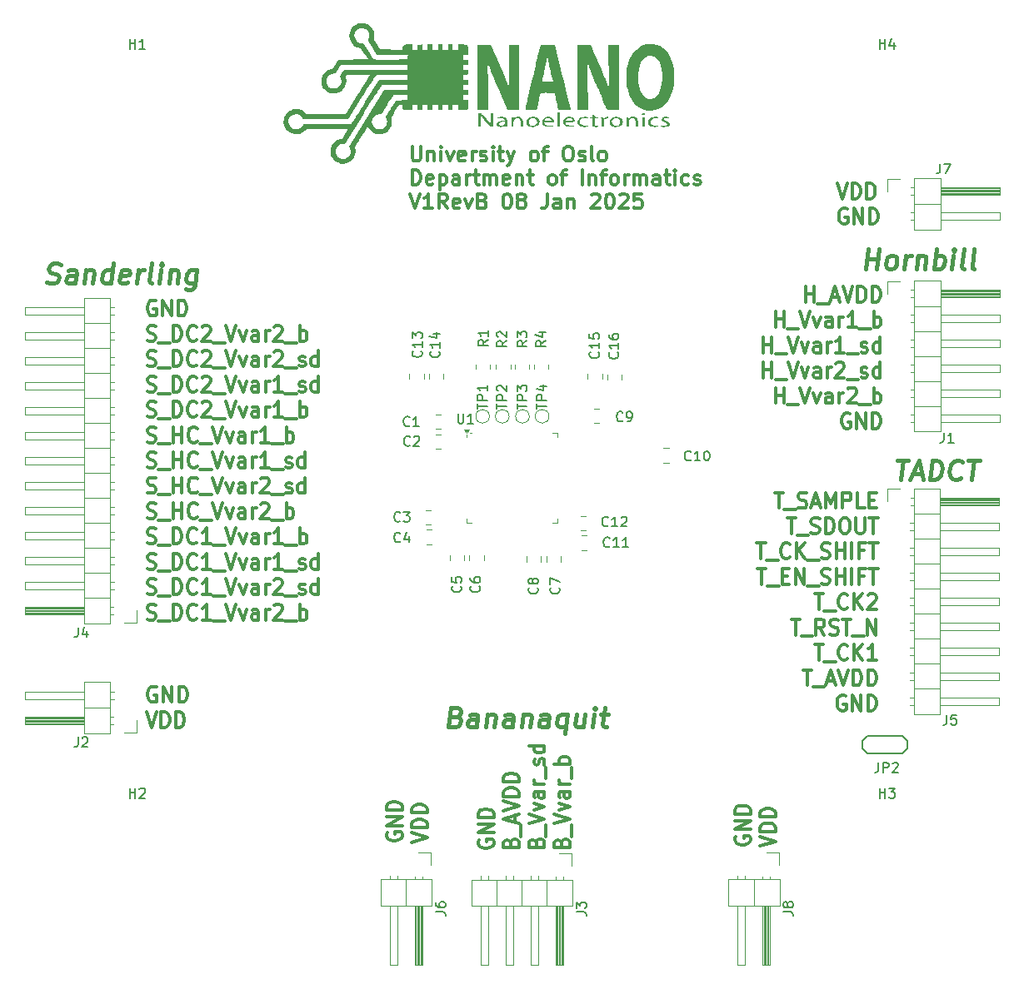
<source format=gbr>
%TF.GenerationSoftware,KiCad,Pcbnew,9.0.0-rc1*%
%TF.CreationDate,2025-01-08T18:27:09+01:00*%
%TF.ProjectId,HBST,48425354-2e6b-4696-9361-645f70636258,rev?*%
%TF.SameCoordinates,Original*%
%TF.FileFunction,Legend,Top*%
%TF.FilePolarity,Positive*%
%FSLAX46Y46*%
G04 Gerber Fmt 4.6, Leading zero omitted, Abs format (unit mm)*
G04 Created by KiCad (PCBNEW 9.0.0-rc1) date 2025-01-08 18:27:09*
%MOMM*%
%LPD*%
G01*
G04 APERTURE LIST*
%ADD10C,0.300000*%
%ADD11C,0.400000*%
%ADD12C,0.150000*%
%ADD13C,0.120000*%
%ADD14C,0.000000*%
G04 APERTURE END LIST*
D10*
X172188870Y-135959774D02*
X172112680Y-136102632D01*
X172112680Y-136102632D02*
X172112680Y-136316917D01*
X172112680Y-136316917D02*
X172188870Y-136531203D01*
X172188870Y-136531203D02*
X172341251Y-136674060D01*
X172341251Y-136674060D02*
X172493632Y-136745489D01*
X172493632Y-136745489D02*
X172798394Y-136816917D01*
X172798394Y-136816917D02*
X173026966Y-136816917D01*
X173026966Y-136816917D02*
X173331728Y-136745489D01*
X173331728Y-136745489D02*
X173484109Y-136674060D01*
X173484109Y-136674060D02*
X173636490Y-136531203D01*
X173636490Y-136531203D02*
X173712680Y-136316917D01*
X173712680Y-136316917D02*
X173712680Y-136174060D01*
X173712680Y-136174060D02*
X173636490Y-135959774D01*
X173636490Y-135959774D02*
X173560299Y-135888346D01*
X173560299Y-135888346D02*
X173026966Y-135888346D01*
X173026966Y-135888346D02*
X173026966Y-136174060D01*
X173712680Y-135245489D02*
X172112680Y-135245489D01*
X172112680Y-135245489D02*
X173712680Y-134388346D01*
X173712680Y-134388346D02*
X172112680Y-134388346D01*
X173712680Y-133674060D02*
X172112680Y-133674060D01*
X172112680Y-133674060D02*
X172112680Y-133316917D01*
X172112680Y-133316917D02*
X172188870Y-133102631D01*
X172188870Y-133102631D02*
X172341251Y-132959774D01*
X172341251Y-132959774D02*
X172493632Y-132888345D01*
X172493632Y-132888345D02*
X172798394Y-132816917D01*
X172798394Y-132816917D02*
X173026966Y-132816917D01*
X173026966Y-132816917D02*
X173331728Y-132888345D01*
X173331728Y-132888345D02*
X173484109Y-132959774D01*
X173484109Y-132959774D02*
X173636490Y-133102631D01*
X173636490Y-133102631D02*
X173712680Y-133316917D01*
X173712680Y-133316917D02*
X173712680Y-133674060D01*
X174688590Y-136959774D02*
X176288590Y-136459774D01*
X176288590Y-136459774D02*
X174688590Y-135959774D01*
X176288590Y-135459775D02*
X174688590Y-135459775D01*
X174688590Y-135459775D02*
X174688590Y-135102632D01*
X174688590Y-135102632D02*
X174764780Y-134888346D01*
X174764780Y-134888346D02*
X174917161Y-134745489D01*
X174917161Y-134745489D02*
X175069542Y-134674060D01*
X175069542Y-134674060D02*
X175374304Y-134602632D01*
X175374304Y-134602632D02*
X175602876Y-134602632D01*
X175602876Y-134602632D02*
X175907638Y-134674060D01*
X175907638Y-134674060D02*
X176060019Y-134745489D01*
X176060019Y-134745489D02*
X176212400Y-134888346D01*
X176212400Y-134888346D02*
X176288590Y-135102632D01*
X176288590Y-135102632D02*
X176288590Y-135459775D01*
X176288590Y-133959775D02*
X174688590Y-133959775D01*
X174688590Y-133959775D02*
X174688590Y-133602632D01*
X174688590Y-133602632D02*
X174764780Y-133388346D01*
X174764780Y-133388346D02*
X174917161Y-133245489D01*
X174917161Y-133245489D02*
X175069542Y-133174060D01*
X175069542Y-133174060D02*
X175374304Y-133102632D01*
X175374304Y-133102632D02*
X175602876Y-133102632D01*
X175602876Y-133102632D02*
X175907638Y-133174060D01*
X175907638Y-133174060D02*
X176060019Y-133245489D01*
X176060019Y-133245489D02*
X176212400Y-133388346D01*
X176212400Y-133388346D02*
X176288590Y-133602632D01*
X176288590Y-133602632D02*
X176288590Y-133959775D01*
D11*
X185427442Y-78234438D02*
X185677442Y-76234438D01*
X185558395Y-77186819D02*
X186701252Y-77186819D01*
X186570299Y-78234438D02*
X186820299Y-76234438D01*
X187808395Y-78234438D02*
X187629823Y-78139200D01*
X187629823Y-78139200D02*
X187546490Y-78043961D01*
X187546490Y-78043961D02*
X187475061Y-77853485D01*
X187475061Y-77853485D02*
X187546490Y-77282057D01*
X187546490Y-77282057D02*
X187665537Y-77091580D01*
X187665537Y-77091580D02*
X187772680Y-76996342D01*
X187772680Y-76996342D02*
X187975061Y-76901104D01*
X187975061Y-76901104D02*
X188260775Y-76901104D01*
X188260775Y-76901104D02*
X188439347Y-76996342D01*
X188439347Y-76996342D02*
X188522680Y-77091580D01*
X188522680Y-77091580D02*
X188594109Y-77282057D01*
X188594109Y-77282057D02*
X188522680Y-77853485D01*
X188522680Y-77853485D02*
X188403633Y-78043961D01*
X188403633Y-78043961D02*
X188296490Y-78139200D01*
X188296490Y-78139200D02*
X188094109Y-78234438D01*
X188094109Y-78234438D02*
X187808395Y-78234438D01*
X189332204Y-78234438D02*
X189498871Y-76901104D01*
X189451252Y-77282057D02*
X189570299Y-77091580D01*
X189570299Y-77091580D02*
X189677442Y-76996342D01*
X189677442Y-76996342D02*
X189879823Y-76901104D01*
X189879823Y-76901104D02*
X190070299Y-76901104D01*
X190736966Y-76901104D02*
X190570299Y-78234438D01*
X190713156Y-77091580D02*
X190820299Y-76996342D01*
X190820299Y-76996342D02*
X191022680Y-76901104D01*
X191022680Y-76901104D02*
X191308394Y-76901104D01*
X191308394Y-76901104D02*
X191486966Y-76996342D01*
X191486966Y-76996342D02*
X191558394Y-77186819D01*
X191558394Y-77186819D02*
X191427442Y-78234438D01*
X192379823Y-78234438D02*
X192629823Y-76234438D01*
X192534585Y-76996342D02*
X192736966Y-76901104D01*
X192736966Y-76901104D02*
X193117918Y-76901104D01*
X193117918Y-76901104D02*
X193296490Y-76996342D01*
X193296490Y-76996342D02*
X193379823Y-77091580D01*
X193379823Y-77091580D02*
X193451252Y-77282057D01*
X193451252Y-77282057D02*
X193379823Y-77853485D01*
X193379823Y-77853485D02*
X193260776Y-78043961D01*
X193260776Y-78043961D02*
X193153633Y-78139200D01*
X193153633Y-78139200D02*
X192951252Y-78234438D01*
X192951252Y-78234438D02*
X192570299Y-78234438D01*
X192570299Y-78234438D02*
X192391728Y-78139200D01*
X194189347Y-78234438D02*
X194356014Y-76901104D01*
X194439347Y-76234438D02*
X194332204Y-76329676D01*
X194332204Y-76329676D02*
X194415538Y-76424914D01*
X194415538Y-76424914D02*
X194522681Y-76329676D01*
X194522681Y-76329676D02*
X194439347Y-76234438D01*
X194439347Y-76234438D02*
X194415538Y-76424914D01*
X195427443Y-78234438D02*
X195248871Y-78139200D01*
X195248871Y-78139200D02*
X195177443Y-77948723D01*
X195177443Y-77948723D02*
X195391728Y-76234438D01*
X196475062Y-78234438D02*
X196296490Y-78139200D01*
X196296490Y-78139200D02*
X196225062Y-77948723D01*
X196225062Y-77948723D02*
X196439347Y-76234438D01*
D10*
X176159775Y-100981310D02*
X177016918Y-100981310D01*
X176588346Y-102581310D02*
X176588346Y-100981310D01*
X177159775Y-102733691D02*
X178302632Y-102733691D01*
X178588346Y-102505120D02*
X178802632Y-102581310D01*
X178802632Y-102581310D02*
X179159774Y-102581310D01*
X179159774Y-102581310D02*
X179302632Y-102505120D01*
X179302632Y-102505120D02*
X179374060Y-102428929D01*
X179374060Y-102428929D02*
X179445489Y-102276548D01*
X179445489Y-102276548D02*
X179445489Y-102124167D01*
X179445489Y-102124167D02*
X179374060Y-101971786D01*
X179374060Y-101971786D02*
X179302632Y-101895596D01*
X179302632Y-101895596D02*
X179159774Y-101819405D01*
X179159774Y-101819405D02*
X178874060Y-101743215D01*
X178874060Y-101743215D02*
X178731203Y-101667024D01*
X178731203Y-101667024D02*
X178659774Y-101590834D01*
X178659774Y-101590834D02*
X178588346Y-101438453D01*
X178588346Y-101438453D02*
X178588346Y-101286072D01*
X178588346Y-101286072D02*
X178659774Y-101133691D01*
X178659774Y-101133691D02*
X178731203Y-101057500D01*
X178731203Y-101057500D02*
X178874060Y-100981310D01*
X178874060Y-100981310D02*
X179231203Y-100981310D01*
X179231203Y-100981310D02*
X179445489Y-101057500D01*
X180016917Y-102124167D02*
X180731203Y-102124167D01*
X179874060Y-102581310D02*
X180374060Y-100981310D01*
X180374060Y-100981310D02*
X180874060Y-102581310D01*
X181374059Y-102581310D02*
X181374059Y-100981310D01*
X181374059Y-100981310D02*
X181874059Y-102124167D01*
X181874059Y-102124167D02*
X182374059Y-100981310D01*
X182374059Y-100981310D02*
X182374059Y-102581310D01*
X183088345Y-102581310D02*
X183088345Y-100981310D01*
X183088345Y-100981310D02*
X183659774Y-100981310D01*
X183659774Y-100981310D02*
X183802631Y-101057500D01*
X183802631Y-101057500D02*
X183874060Y-101133691D01*
X183874060Y-101133691D02*
X183945488Y-101286072D01*
X183945488Y-101286072D02*
X183945488Y-101514643D01*
X183945488Y-101514643D02*
X183874060Y-101667024D01*
X183874060Y-101667024D02*
X183802631Y-101743215D01*
X183802631Y-101743215D02*
X183659774Y-101819405D01*
X183659774Y-101819405D02*
X183088345Y-101819405D01*
X185302631Y-102581310D02*
X184588345Y-102581310D01*
X184588345Y-102581310D02*
X184588345Y-100981310D01*
X185802631Y-101743215D02*
X186302631Y-101743215D01*
X186516917Y-102581310D02*
X185802631Y-102581310D01*
X185802631Y-102581310D02*
X185802631Y-100981310D01*
X185802631Y-100981310D02*
X186516917Y-100981310D01*
X177445489Y-103557220D02*
X178302632Y-103557220D01*
X177874060Y-105157220D02*
X177874060Y-103557220D01*
X178445489Y-105309601D02*
X179588346Y-105309601D01*
X179874060Y-105081030D02*
X180088346Y-105157220D01*
X180088346Y-105157220D02*
X180445488Y-105157220D01*
X180445488Y-105157220D02*
X180588346Y-105081030D01*
X180588346Y-105081030D02*
X180659774Y-105004839D01*
X180659774Y-105004839D02*
X180731203Y-104852458D01*
X180731203Y-104852458D02*
X180731203Y-104700077D01*
X180731203Y-104700077D02*
X180659774Y-104547696D01*
X180659774Y-104547696D02*
X180588346Y-104471506D01*
X180588346Y-104471506D02*
X180445488Y-104395315D01*
X180445488Y-104395315D02*
X180159774Y-104319125D01*
X180159774Y-104319125D02*
X180016917Y-104242934D01*
X180016917Y-104242934D02*
X179945488Y-104166744D01*
X179945488Y-104166744D02*
X179874060Y-104014363D01*
X179874060Y-104014363D02*
X179874060Y-103861982D01*
X179874060Y-103861982D02*
X179945488Y-103709601D01*
X179945488Y-103709601D02*
X180016917Y-103633410D01*
X180016917Y-103633410D02*
X180159774Y-103557220D01*
X180159774Y-103557220D02*
X180516917Y-103557220D01*
X180516917Y-103557220D02*
X180731203Y-103633410D01*
X181374059Y-105157220D02*
X181374059Y-103557220D01*
X181374059Y-103557220D02*
X181731202Y-103557220D01*
X181731202Y-103557220D02*
X181945488Y-103633410D01*
X181945488Y-103633410D02*
X182088345Y-103785791D01*
X182088345Y-103785791D02*
X182159774Y-103938172D01*
X182159774Y-103938172D02*
X182231202Y-104242934D01*
X182231202Y-104242934D02*
X182231202Y-104471506D01*
X182231202Y-104471506D02*
X182159774Y-104776268D01*
X182159774Y-104776268D02*
X182088345Y-104928649D01*
X182088345Y-104928649D02*
X181945488Y-105081030D01*
X181945488Y-105081030D02*
X181731202Y-105157220D01*
X181731202Y-105157220D02*
X181374059Y-105157220D01*
X183159774Y-103557220D02*
X183445488Y-103557220D01*
X183445488Y-103557220D02*
X183588345Y-103633410D01*
X183588345Y-103633410D02*
X183731202Y-103785791D01*
X183731202Y-103785791D02*
X183802631Y-104090553D01*
X183802631Y-104090553D02*
X183802631Y-104623887D01*
X183802631Y-104623887D02*
X183731202Y-104928649D01*
X183731202Y-104928649D02*
X183588345Y-105081030D01*
X183588345Y-105081030D02*
X183445488Y-105157220D01*
X183445488Y-105157220D02*
X183159774Y-105157220D01*
X183159774Y-105157220D02*
X183016917Y-105081030D01*
X183016917Y-105081030D02*
X182874059Y-104928649D01*
X182874059Y-104928649D02*
X182802631Y-104623887D01*
X182802631Y-104623887D02*
X182802631Y-104090553D01*
X182802631Y-104090553D02*
X182874059Y-103785791D01*
X182874059Y-103785791D02*
X183016917Y-103633410D01*
X183016917Y-103633410D02*
X183159774Y-103557220D01*
X184445488Y-103557220D02*
X184445488Y-104852458D01*
X184445488Y-104852458D02*
X184516917Y-105004839D01*
X184516917Y-105004839D02*
X184588346Y-105081030D01*
X184588346Y-105081030D02*
X184731203Y-105157220D01*
X184731203Y-105157220D02*
X185016917Y-105157220D01*
X185016917Y-105157220D02*
X185159774Y-105081030D01*
X185159774Y-105081030D02*
X185231203Y-105004839D01*
X185231203Y-105004839D02*
X185302631Y-104852458D01*
X185302631Y-104852458D02*
X185302631Y-103557220D01*
X185802632Y-103557220D02*
X186659775Y-103557220D01*
X186231203Y-105157220D02*
X186231203Y-103557220D01*
X174374061Y-106133130D02*
X175231204Y-106133130D01*
X174802632Y-107733130D02*
X174802632Y-106133130D01*
X175374061Y-107885511D02*
X176516918Y-107885511D01*
X177731203Y-107580749D02*
X177659775Y-107656940D01*
X177659775Y-107656940D02*
X177445489Y-107733130D01*
X177445489Y-107733130D02*
X177302632Y-107733130D01*
X177302632Y-107733130D02*
X177088346Y-107656940D01*
X177088346Y-107656940D02*
X176945489Y-107504559D01*
X176945489Y-107504559D02*
X176874060Y-107352178D01*
X176874060Y-107352178D02*
X176802632Y-107047416D01*
X176802632Y-107047416D02*
X176802632Y-106818844D01*
X176802632Y-106818844D02*
X176874060Y-106514082D01*
X176874060Y-106514082D02*
X176945489Y-106361701D01*
X176945489Y-106361701D02*
X177088346Y-106209320D01*
X177088346Y-106209320D02*
X177302632Y-106133130D01*
X177302632Y-106133130D02*
X177445489Y-106133130D01*
X177445489Y-106133130D02*
X177659775Y-106209320D01*
X177659775Y-106209320D02*
X177731203Y-106285511D01*
X178374060Y-107733130D02*
X178374060Y-106133130D01*
X179231203Y-107733130D02*
X178588346Y-106818844D01*
X179231203Y-106133130D02*
X178374060Y-107047416D01*
X179516918Y-107885511D02*
X180659775Y-107885511D01*
X180945489Y-107656940D02*
X181159775Y-107733130D01*
X181159775Y-107733130D02*
X181516917Y-107733130D01*
X181516917Y-107733130D02*
X181659775Y-107656940D01*
X181659775Y-107656940D02*
X181731203Y-107580749D01*
X181731203Y-107580749D02*
X181802632Y-107428368D01*
X181802632Y-107428368D02*
X181802632Y-107275987D01*
X181802632Y-107275987D02*
X181731203Y-107123606D01*
X181731203Y-107123606D02*
X181659775Y-107047416D01*
X181659775Y-107047416D02*
X181516917Y-106971225D01*
X181516917Y-106971225D02*
X181231203Y-106895035D01*
X181231203Y-106895035D02*
X181088346Y-106818844D01*
X181088346Y-106818844D02*
X181016917Y-106742654D01*
X181016917Y-106742654D02*
X180945489Y-106590273D01*
X180945489Y-106590273D02*
X180945489Y-106437892D01*
X180945489Y-106437892D02*
X181016917Y-106285511D01*
X181016917Y-106285511D02*
X181088346Y-106209320D01*
X181088346Y-106209320D02*
X181231203Y-106133130D01*
X181231203Y-106133130D02*
X181588346Y-106133130D01*
X181588346Y-106133130D02*
X181802632Y-106209320D01*
X182445488Y-107733130D02*
X182445488Y-106133130D01*
X182445488Y-106895035D02*
X183302631Y-106895035D01*
X183302631Y-107733130D02*
X183302631Y-106133130D01*
X184016917Y-107733130D02*
X184016917Y-106133130D01*
X185231203Y-106895035D02*
X184731203Y-106895035D01*
X184731203Y-107733130D02*
X184731203Y-106133130D01*
X184731203Y-106133130D02*
X185445489Y-106133130D01*
X185802632Y-106133130D02*
X186659775Y-106133130D01*
X186231203Y-107733130D02*
X186231203Y-106133130D01*
X174445489Y-108709040D02*
X175302632Y-108709040D01*
X174874060Y-110309040D02*
X174874060Y-108709040D01*
X175445489Y-110461421D02*
X176588346Y-110461421D01*
X176945488Y-109470945D02*
X177445488Y-109470945D01*
X177659774Y-110309040D02*
X176945488Y-110309040D01*
X176945488Y-110309040D02*
X176945488Y-108709040D01*
X176945488Y-108709040D02*
X177659774Y-108709040D01*
X178302631Y-110309040D02*
X178302631Y-108709040D01*
X178302631Y-108709040D02*
X179159774Y-110309040D01*
X179159774Y-110309040D02*
X179159774Y-108709040D01*
X179516918Y-110461421D02*
X180659775Y-110461421D01*
X180945489Y-110232850D02*
X181159775Y-110309040D01*
X181159775Y-110309040D02*
X181516917Y-110309040D01*
X181516917Y-110309040D02*
X181659775Y-110232850D01*
X181659775Y-110232850D02*
X181731203Y-110156659D01*
X181731203Y-110156659D02*
X181802632Y-110004278D01*
X181802632Y-110004278D02*
X181802632Y-109851897D01*
X181802632Y-109851897D02*
X181731203Y-109699516D01*
X181731203Y-109699516D02*
X181659775Y-109623326D01*
X181659775Y-109623326D02*
X181516917Y-109547135D01*
X181516917Y-109547135D02*
X181231203Y-109470945D01*
X181231203Y-109470945D02*
X181088346Y-109394754D01*
X181088346Y-109394754D02*
X181016917Y-109318564D01*
X181016917Y-109318564D02*
X180945489Y-109166183D01*
X180945489Y-109166183D02*
X180945489Y-109013802D01*
X180945489Y-109013802D02*
X181016917Y-108861421D01*
X181016917Y-108861421D02*
X181088346Y-108785230D01*
X181088346Y-108785230D02*
X181231203Y-108709040D01*
X181231203Y-108709040D02*
X181588346Y-108709040D01*
X181588346Y-108709040D02*
X181802632Y-108785230D01*
X182445488Y-110309040D02*
X182445488Y-108709040D01*
X182445488Y-109470945D02*
X183302631Y-109470945D01*
X183302631Y-110309040D02*
X183302631Y-108709040D01*
X184016917Y-110309040D02*
X184016917Y-108709040D01*
X185231203Y-109470945D02*
X184731203Y-109470945D01*
X184731203Y-110309040D02*
X184731203Y-108709040D01*
X184731203Y-108709040D02*
X185445489Y-108709040D01*
X185802632Y-108709040D02*
X186659775Y-108709040D01*
X186231203Y-110309040D02*
X186231203Y-108709040D01*
X180231204Y-111284950D02*
X181088347Y-111284950D01*
X180659775Y-112884950D02*
X180659775Y-111284950D01*
X181231204Y-113037331D02*
X182374061Y-113037331D01*
X183588346Y-112732569D02*
X183516918Y-112808760D01*
X183516918Y-112808760D02*
X183302632Y-112884950D01*
X183302632Y-112884950D02*
X183159775Y-112884950D01*
X183159775Y-112884950D02*
X182945489Y-112808760D01*
X182945489Y-112808760D02*
X182802632Y-112656379D01*
X182802632Y-112656379D02*
X182731203Y-112503998D01*
X182731203Y-112503998D02*
X182659775Y-112199236D01*
X182659775Y-112199236D02*
X182659775Y-111970664D01*
X182659775Y-111970664D02*
X182731203Y-111665902D01*
X182731203Y-111665902D02*
X182802632Y-111513521D01*
X182802632Y-111513521D02*
X182945489Y-111361140D01*
X182945489Y-111361140D02*
X183159775Y-111284950D01*
X183159775Y-111284950D02*
X183302632Y-111284950D01*
X183302632Y-111284950D02*
X183516918Y-111361140D01*
X183516918Y-111361140D02*
X183588346Y-111437331D01*
X184231203Y-112884950D02*
X184231203Y-111284950D01*
X185088346Y-112884950D02*
X184445489Y-111970664D01*
X185088346Y-111284950D02*
X184231203Y-112199236D01*
X185659775Y-111437331D02*
X185731203Y-111361140D01*
X185731203Y-111361140D02*
X185874061Y-111284950D01*
X185874061Y-111284950D02*
X186231203Y-111284950D01*
X186231203Y-111284950D02*
X186374061Y-111361140D01*
X186374061Y-111361140D02*
X186445489Y-111437331D01*
X186445489Y-111437331D02*
X186516918Y-111589712D01*
X186516918Y-111589712D02*
X186516918Y-111742093D01*
X186516918Y-111742093D02*
X186445489Y-111970664D01*
X186445489Y-111970664D02*
X185588346Y-112884950D01*
X185588346Y-112884950D02*
X186516918Y-112884950D01*
X177874061Y-113860860D02*
X178731204Y-113860860D01*
X178302632Y-115460860D02*
X178302632Y-113860860D01*
X178874061Y-115613241D02*
X180016918Y-115613241D01*
X181231203Y-115460860D02*
X180731203Y-114698955D01*
X180374060Y-115460860D02*
X180374060Y-113860860D01*
X180374060Y-113860860D02*
X180945489Y-113860860D01*
X180945489Y-113860860D02*
X181088346Y-113937050D01*
X181088346Y-113937050D02*
X181159775Y-114013241D01*
X181159775Y-114013241D02*
X181231203Y-114165622D01*
X181231203Y-114165622D02*
X181231203Y-114394193D01*
X181231203Y-114394193D02*
X181159775Y-114546574D01*
X181159775Y-114546574D02*
X181088346Y-114622765D01*
X181088346Y-114622765D02*
X180945489Y-114698955D01*
X180945489Y-114698955D02*
X180374060Y-114698955D01*
X181802632Y-115384670D02*
X182016918Y-115460860D01*
X182016918Y-115460860D02*
X182374060Y-115460860D01*
X182374060Y-115460860D02*
X182516918Y-115384670D01*
X182516918Y-115384670D02*
X182588346Y-115308479D01*
X182588346Y-115308479D02*
X182659775Y-115156098D01*
X182659775Y-115156098D02*
X182659775Y-115003717D01*
X182659775Y-115003717D02*
X182588346Y-114851336D01*
X182588346Y-114851336D02*
X182516918Y-114775146D01*
X182516918Y-114775146D02*
X182374060Y-114698955D01*
X182374060Y-114698955D02*
X182088346Y-114622765D01*
X182088346Y-114622765D02*
X181945489Y-114546574D01*
X181945489Y-114546574D02*
X181874060Y-114470384D01*
X181874060Y-114470384D02*
X181802632Y-114318003D01*
X181802632Y-114318003D02*
X181802632Y-114165622D01*
X181802632Y-114165622D02*
X181874060Y-114013241D01*
X181874060Y-114013241D02*
X181945489Y-113937050D01*
X181945489Y-113937050D02*
X182088346Y-113860860D01*
X182088346Y-113860860D02*
X182445489Y-113860860D01*
X182445489Y-113860860D02*
X182659775Y-113937050D01*
X183088346Y-113860860D02*
X183945489Y-113860860D01*
X183516917Y-115460860D02*
X183516917Y-113860860D01*
X184088346Y-115613241D02*
X185231203Y-115613241D01*
X185588345Y-115460860D02*
X185588345Y-113860860D01*
X185588345Y-113860860D02*
X186445488Y-115460860D01*
X186445488Y-115460860D02*
X186445488Y-113860860D01*
X180231204Y-116436770D02*
X181088347Y-116436770D01*
X180659775Y-118036770D02*
X180659775Y-116436770D01*
X181231204Y-118189151D02*
X182374061Y-118189151D01*
X183588346Y-117884389D02*
X183516918Y-117960580D01*
X183516918Y-117960580D02*
X183302632Y-118036770D01*
X183302632Y-118036770D02*
X183159775Y-118036770D01*
X183159775Y-118036770D02*
X182945489Y-117960580D01*
X182945489Y-117960580D02*
X182802632Y-117808199D01*
X182802632Y-117808199D02*
X182731203Y-117655818D01*
X182731203Y-117655818D02*
X182659775Y-117351056D01*
X182659775Y-117351056D02*
X182659775Y-117122484D01*
X182659775Y-117122484D02*
X182731203Y-116817722D01*
X182731203Y-116817722D02*
X182802632Y-116665341D01*
X182802632Y-116665341D02*
X182945489Y-116512960D01*
X182945489Y-116512960D02*
X183159775Y-116436770D01*
X183159775Y-116436770D02*
X183302632Y-116436770D01*
X183302632Y-116436770D02*
X183516918Y-116512960D01*
X183516918Y-116512960D02*
X183588346Y-116589151D01*
X184231203Y-118036770D02*
X184231203Y-116436770D01*
X185088346Y-118036770D02*
X184445489Y-117122484D01*
X185088346Y-116436770D02*
X184231203Y-117351056D01*
X186516918Y-118036770D02*
X185659775Y-118036770D01*
X186088346Y-118036770D02*
X186088346Y-116436770D01*
X186088346Y-116436770D02*
X185945489Y-116665341D01*
X185945489Y-116665341D02*
X185802632Y-116817722D01*
X185802632Y-116817722D02*
X185659775Y-116893913D01*
X179088347Y-119012680D02*
X179945490Y-119012680D01*
X179516918Y-120612680D02*
X179516918Y-119012680D01*
X180088347Y-120765061D02*
X181231204Y-120765061D01*
X181516918Y-120155537D02*
X182231204Y-120155537D01*
X181374061Y-120612680D02*
X181874061Y-119012680D01*
X181874061Y-119012680D02*
X182374061Y-120612680D01*
X182659775Y-119012680D02*
X183159775Y-120612680D01*
X183159775Y-120612680D02*
X183659775Y-119012680D01*
X184159774Y-120612680D02*
X184159774Y-119012680D01*
X184159774Y-119012680D02*
X184516917Y-119012680D01*
X184516917Y-119012680D02*
X184731203Y-119088870D01*
X184731203Y-119088870D02*
X184874060Y-119241251D01*
X184874060Y-119241251D02*
X184945489Y-119393632D01*
X184945489Y-119393632D02*
X185016917Y-119698394D01*
X185016917Y-119698394D02*
X185016917Y-119926966D01*
X185016917Y-119926966D02*
X184945489Y-120231728D01*
X184945489Y-120231728D02*
X184874060Y-120384109D01*
X184874060Y-120384109D02*
X184731203Y-120536490D01*
X184731203Y-120536490D02*
X184516917Y-120612680D01*
X184516917Y-120612680D02*
X184159774Y-120612680D01*
X185659774Y-120612680D02*
X185659774Y-119012680D01*
X185659774Y-119012680D02*
X186016917Y-119012680D01*
X186016917Y-119012680D02*
X186231203Y-119088870D01*
X186231203Y-119088870D02*
X186374060Y-119241251D01*
X186374060Y-119241251D02*
X186445489Y-119393632D01*
X186445489Y-119393632D02*
X186516917Y-119698394D01*
X186516917Y-119698394D02*
X186516917Y-119926966D01*
X186516917Y-119926966D02*
X186445489Y-120231728D01*
X186445489Y-120231728D02*
X186374060Y-120384109D01*
X186374060Y-120384109D02*
X186231203Y-120536490D01*
X186231203Y-120536490D02*
X186016917Y-120612680D01*
X186016917Y-120612680D02*
X185659774Y-120612680D01*
X183374060Y-121664780D02*
X183231203Y-121588590D01*
X183231203Y-121588590D02*
X183016917Y-121588590D01*
X183016917Y-121588590D02*
X182802631Y-121664780D01*
X182802631Y-121664780D02*
X182659774Y-121817161D01*
X182659774Y-121817161D02*
X182588345Y-121969542D01*
X182588345Y-121969542D02*
X182516917Y-122274304D01*
X182516917Y-122274304D02*
X182516917Y-122502876D01*
X182516917Y-122502876D02*
X182588345Y-122807638D01*
X182588345Y-122807638D02*
X182659774Y-122960019D01*
X182659774Y-122960019D02*
X182802631Y-123112400D01*
X182802631Y-123112400D02*
X183016917Y-123188590D01*
X183016917Y-123188590D02*
X183159774Y-123188590D01*
X183159774Y-123188590D02*
X183374060Y-123112400D01*
X183374060Y-123112400D02*
X183445488Y-123036209D01*
X183445488Y-123036209D02*
X183445488Y-122502876D01*
X183445488Y-122502876D02*
X183159774Y-122502876D01*
X184088345Y-123188590D02*
X184088345Y-121588590D01*
X184088345Y-121588590D02*
X184945488Y-123188590D01*
X184945488Y-123188590D02*
X184945488Y-121588590D01*
X185659774Y-123188590D02*
X185659774Y-121588590D01*
X185659774Y-121588590D02*
X186016917Y-121588590D01*
X186016917Y-121588590D02*
X186231203Y-121664780D01*
X186231203Y-121664780D02*
X186374060Y-121817161D01*
X186374060Y-121817161D02*
X186445489Y-121969542D01*
X186445489Y-121969542D02*
X186516917Y-122274304D01*
X186516917Y-122274304D02*
X186516917Y-122502876D01*
X186516917Y-122502876D02*
X186445489Y-122807638D01*
X186445489Y-122807638D02*
X186374060Y-122960019D01*
X186374060Y-122960019D02*
X186231203Y-123112400D01*
X186231203Y-123112400D02*
X186016917Y-123188590D01*
X186016917Y-123188590D02*
X185659774Y-123188590D01*
X182540225Y-69512680D02*
X183040225Y-71112680D01*
X183040225Y-71112680D02*
X183540225Y-69512680D01*
X184040224Y-71112680D02*
X184040224Y-69512680D01*
X184040224Y-69512680D02*
X184397367Y-69512680D01*
X184397367Y-69512680D02*
X184611653Y-69588870D01*
X184611653Y-69588870D02*
X184754510Y-69741251D01*
X184754510Y-69741251D02*
X184825939Y-69893632D01*
X184825939Y-69893632D02*
X184897367Y-70198394D01*
X184897367Y-70198394D02*
X184897367Y-70426966D01*
X184897367Y-70426966D02*
X184825939Y-70731728D01*
X184825939Y-70731728D02*
X184754510Y-70884109D01*
X184754510Y-70884109D02*
X184611653Y-71036490D01*
X184611653Y-71036490D02*
X184397367Y-71112680D01*
X184397367Y-71112680D02*
X184040224Y-71112680D01*
X185540224Y-71112680D02*
X185540224Y-69512680D01*
X185540224Y-69512680D02*
X185897367Y-69512680D01*
X185897367Y-69512680D02*
X186111653Y-69588870D01*
X186111653Y-69588870D02*
X186254510Y-69741251D01*
X186254510Y-69741251D02*
X186325939Y-69893632D01*
X186325939Y-69893632D02*
X186397367Y-70198394D01*
X186397367Y-70198394D02*
X186397367Y-70426966D01*
X186397367Y-70426966D02*
X186325939Y-70731728D01*
X186325939Y-70731728D02*
X186254510Y-70884109D01*
X186254510Y-70884109D02*
X186111653Y-71036490D01*
X186111653Y-71036490D02*
X185897367Y-71112680D01*
X185897367Y-71112680D02*
X185540224Y-71112680D01*
X183540225Y-72164780D02*
X183397368Y-72088590D01*
X183397368Y-72088590D02*
X183183082Y-72088590D01*
X183183082Y-72088590D02*
X182968796Y-72164780D01*
X182968796Y-72164780D02*
X182825939Y-72317161D01*
X182825939Y-72317161D02*
X182754510Y-72469542D01*
X182754510Y-72469542D02*
X182683082Y-72774304D01*
X182683082Y-72774304D02*
X182683082Y-73002876D01*
X182683082Y-73002876D02*
X182754510Y-73307638D01*
X182754510Y-73307638D02*
X182825939Y-73460019D01*
X182825939Y-73460019D02*
X182968796Y-73612400D01*
X182968796Y-73612400D02*
X183183082Y-73688590D01*
X183183082Y-73688590D02*
X183325939Y-73688590D01*
X183325939Y-73688590D02*
X183540225Y-73612400D01*
X183540225Y-73612400D02*
X183611653Y-73536209D01*
X183611653Y-73536209D02*
X183611653Y-73002876D01*
X183611653Y-73002876D02*
X183325939Y-73002876D01*
X184254510Y-73688590D02*
X184254510Y-72088590D01*
X184254510Y-72088590D02*
X185111653Y-73688590D01*
X185111653Y-73688590D02*
X185111653Y-72088590D01*
X185825939Y-73688590D02*
X185825939Y-72088590D01*
X185825939Y-72088590D02*
X186183082Y-72088590D01*
X186183082Y-72088590D02*
X186397368Y-72164780D01*
X186397368Y-72164780D02*
X186540225Y-72317161D01*
X186540225Y-72317161D02*
X186611654Y-72469542D01*
X186611654Y-72469542D02*
X186683082Y-72774304D01*
X186683082Y-72774304D02*
X186683082Y-73002876D01*
X186683082Y-73002876D02*
X186611654Y-73307638D01*
X186611654Y-73307638D02*
X186540225Y-73460019D01*
X186540225Y-73460019D02*
X186397368Y-73612400D01*
X186397368Y-73612400D02*
X186183082Y-73688590D01*
X186183082Y-73688590D02*
X185825939Y-73688590D01*
D11*
X102244109Y-79589200D02*
X102517918Y-79684438D01*
X102517918Y-79684438D02*
X102994109Y-79684438D01*
X102994109Y-79684438D02*
X103196490Y-79589200D01*
X103196490Y-79589200D02*
X103303633Y-79493961D01*
X103303633Y-79493961D02*
X103422680Y-79303485D01*
X103422680Y-79303485D02*
X103446490Y-79113009D01*
X103446490Y-79113009D02*
X103375061Y-78922533D01*
X103375061Y-78922533D02*
X103291728Y-78827295D01*
X103291728Y-78827295D02*
X103113157Y-78732057D01*
X103113157Y-78732057D02*
X102744109Y-78636819D01*
X102744109Y-78636819D02*
X102565537Y-78541580D01*
X102565537Y-78541580D02*
X102482204Y-78446342D01*
X102482204Y-78446342D02*
X102410776Y-78255866D01*
X102410776Y-78255866D02*
X102434585Y-78065390D01*
X102434585Y-78065390D02*
X102553633Y-77874914D01*
X102553633Y-77874914D02*
X102660776Y-77779676D01*
X102660776Y-77779676D02*
X102863157Y-77684438D01*
X102863157Y-77684438D02*
X103339347Y-77684438D01*
X103339347Y-77684438D02*
X103613157Y-77779676D01*
X105089347Y-79684438D02*
X105220299Y-78636819D01*
X105220299Y-78636819D02*
X105148871Y-78446342D01*
X105148871Y-78446342D02*
X104970299Y-78351104D01*
X104970299Y-78351104D02*
X104589347Y-78351104D01*
X104589347Y-78351104D02*
X104386966Y-78446342D01*
X105101252Y-79589200D02*
X104898871Y-79684438D01*
X104898871Y-79684438D02*
X104422680Y-79684438D01*
X104422680Y-79684438D02*
X104244109Y-79589200D01*
X104244109Y-79589200D02*
X104172680Y-79398723D01*
X104172680Y-79398723D02*
X104196490Y-79208247D01*
X104196490Y-79208247D02*
X104315538Y-79017771D01*
X104315538Y-79017771D02*
X104517919Y-78922533D01*
X104517919Y-78922533D02*
X104994109Y-78922533D01*
X104994109Y-78922533D02*
X105196490Y-78827295D01*
X106208395Y-78351104D02*
X106041728Y-79684438D01*
X106184585Y-78541580D02*
X106291728Y-78446342D01*
X106291728Y-78446342D02*
X106494109Y-78351104D01*
X106494109Y-78351104D02*
X106779823Y-78351104D01*
X106779823Y-78351104D02*
X106958395Y-78446342D01*
X106958395Y-78446342D02*
X107029823Y-78636819D01*
X107029823Y-78636819D02*
X106898871Y-79684438D01*
X108708395Y-79684438D02*
X108958395Y-77684438D01*
X108720300Y-79589200D02*
X108517919Y-79684438D01*
X108517919Y-79684438D02*
X108136967Y-79684438D01*
X108136967Y-79684438D02*
X107958395Y-79589200D01*
X107958395Y-79589200D02*
X107875062Y-79493961D01*
X107875062Y-79493961D02*
X107803633Y-79303485D01*
X107803633Y-79303485D02*
X107875062Y-78732057D01*
X107875062Y-78732057D02*
X107994109Y-78541580D01*
X107994109Y-78541580D02*
X108101252Y-78446342D01*
X108101252Y-78446342D02*
X108303633Y-78351104D01*
X108303633Y-78351104D02*
X108684586Y-78351104D01*
X108684586Y-78351104D02*
X108863157Y-78446342D01*
X110434586Y-79589200D02*
X110232205Y-79684438D01*
X110232205Y-79684438D02*
X109851252Y-79684438D01*
X109851252Y-79684438D02*
X109672681Y-79589200D01*
X109672681Y-79589200D02*
X109601252Y-79398723D01*
X109601252Y-79398723D02*
X109696491Y-78636819D01*
X109696491Y-78636819D02*
X109815538Y-78446342D01*
X109815538Y-78446342D02*
X110017919Y-78351104D01*
X110017919Y-78351104D02*
X110398871Y-78351104D01*
X110398871Y-78351104D02*
X110577443Y-78446342D01*
X110577443Y-78446342D02*
X110648871Y-78636819D01*
X110648871Y-78636819D02*
X110625062Y-78827295D01*
X110625062Y-78827295D02*
X109648871Y-79017771D01*
X111375062Y-79684438D02*
X111541729Y-78351104D01*
X111494110Y-78732057D02*
X111613157Y-78541580D01*
X111613157Y-78541580D02*
X111720300Y-78446342D01*
X111720300Y-78446342D02*
X111922681Y-78351104D01*
X111922681Y-78351104D02*
X112113157Y-78351104D01*
X112898872Y-79684438D02*
X112720300Y-79589200D01*
X112720300Y-79589200D02*
X112648872Y-79398723D01*
X112648872Y-79398723D02*
X112863157Y-77684438D01*
X113660776Y-79684438D02*
X113827443Y-78351104D01*
X113910776Y-77684438D02*
X113803633Y-77779676D01*
X113803633Y-77779676D02*
X113886967Y-77874914D01*
X113886967Y-77874914D02*
X113994110Y-77779676D01*
X113994110Y-77779676D02*
X113910776Y-77684438D01*
X113910776Y-77684438D02*
X113886967Y-77874914D01*
X114779824Y-78351104D02*
X114613157Y-79684438D01*
X114756014Y-78541580D02*
X114863157Y-78446342D01*
X114863157Y-78446342D02*
X115065538Y-78351104D01*
X115065538Y-78351104D02*
X115351252Y-78351104D01*
X115351252Y-78351104D02*
X115529824Y-78446342D01*
X115529824Y-78446342D02*
X115601252Y-78636819D01*
X115601252Y-78636819D02*
X115470300Y-79684438D01*
X117446491Y-78351104D02*
X117244110Y-79970152D01*
X117244110Y-79970152D02*
X117125062Y-80160628D01*
X117125062Y-80160628D02*
X117017919Y-80255866D01*
X117017919Y-80255866D02*
X116815538Y-80351104D01*
X116815538Y-80351104D02*
X116529824Y-80351104D01*
X116529824Y-80351104D02*
X116351253Y-80255866D01*
X117291729Y-79589200D02*
X117089348Y-79684438D01*
X117089348Y-79684438D02*
X116708396Y-79684438D01*
X116708396Y-79684438D02*
X116529824Y-79589200D01*
X116529824Y-79589200D02*
X116446491Y-79493961D01*
X116446491Y-79493961D02*
X116375062Y-79303485D01*
X116375062Y-79303485D02*
X116446491Y-78732057D01*
X116446491Y-78732057D02*
X116565538Y-78541580D01*
X116565538Y-78541580D02*
X116672681Y-78446342D01*
X116672681Y-78446342D02*
X116875062Y-78351104D01*
X116875062Y-78351104D02*
X117256015Y-78351104D01*
X117256015Y-78351104D02*
X117434586Y-78446342D01*
X143825061Y-123786819D02*
X144098871Y-123882057D01*
X144098871Y-123882057D02*
X144182204Y-123977295D01*
X144182204Y-123977295D02*
X144253633Y-124167771D01*
X144253633Y-124167771D02*
X144217918Y-124453485D01*
X144217918Y-124453485D02*
X144098871Y-124643961D01*
X144098871Y-124643961D02*
X143991728Y-124739200D01*
X143991728Y-124739200D02*
X143789347Y-124834438D01*
X143789347Y-124834438D02*
X143027442Y-124834438D01*
X143027442Y-124834438D02*
X143277442Y-122834438D01*
X143277442Y-122834438D02*
X143944109Y-122834438D01*
X143944109Y-122834438D02*
X144122680Y-122929676D01*
X144122680Y-122929676D02*
X144206014Y-123024914D01*
X144206014Y-123024914D02*
X144277442Y-123215390D01*
X144277442Y-123215390D02*
X144253633Y-123405866D01*
X144253633Y-123405866D02*
X144134585Y-123596342D01*
X144134585Y-123596342D02*
X144027442Y-123691580D01*
X144027442Y-123691580D02*
X143825061Y-123786819D01*
X143825061Y-123786819D02*
X143158395Y-123786819D01*
X145884585Y-124834438D02*
X146015537Y-123786819D01*
X146015537Y-123786819D02*
X145944109Y-123596342D01*
X145944109Y-123596342D02*
X145765537Y-123501104D01*
X145765537Y-123501104D02*
X145384585Y-123501104D01*
X145384585Y-123501104D02*
X145182204Y-123596342D01*
X145896490Y-124739200D02*
X145694109Y-124834438D01*
X145694109Y-124834438D02*
X145217918Y-124834438D01*
X145217918Y-124834438D02*
X145039347Y-124739200D01*
X145039347Y-124739200D02*
X144967918Y-124548723D01*
X144967918Y-124548723D02*
X144991728Y-124358247D01*
X144991728Y-124358247D02*
X145110776Y-124167771D01*
X145110776Y-124167771D02*
X145313157Y-124072533D01*
X145313157Y-124072533D02*
X145789347Y-124072533D01*
X145789347Y-124072533D02*
X145991728Y-123977295D01*
X147003633Y-123501104D02*
X146836966Y-124834438D01*
X146979823Y-123691580D02*
X147086966Y-123596342D01*
X147086966Y-123596342D02*
X147289347Y-123501104D01*
X147289347Y-123501104D02*
X147575061Y-123501104D01*
X147575061Y-123501104D02*
X147753633Y-123596342D01*
X147753633Y-123596342D02*
X147825061Y-123786819D01*
X147825061Y-123786819D02*
X147694109Y-124834438D01*
X149503633Y-124834438D02*
X149634585Y-123786819D01*
X149634585Y-123786819D02*
X149563157Y-123596342D01*
X149563157Y-123596342D02*
X149384585Y-123501104D01*
X149384585Y-123501104D02*
X149003633Y-123501104D01*
X149003633Y-123501104D02*
X148801252Y-123596342D01*
X149515538Y-124739200D02*
X149313157Y-124834438D01*
X149313157Y-124834438D02*
X148836966Y-124834438D01*
X148836966Y-124834438D02*
X148658395Y-124739200D01*
X148658395Y-124739200D02*
X148586966Y-124548723D01*
X148586966Y-124548723D02*
X148610776Y-124358247D01*
X148610776Y-124358247D02*
X148729824Y-124167771D01*
X148729824Y-124167771D02*
X148932205Y-124072533D01*
X148932205Y-124072533D02*
X149408395Y-124072533D01*
X149408395Y-124072533D02*
X149610776Y-123977295D01*
X150622681Y-123501104D02*
X150456014Y-124834438D01*
X150598871Y-123691580D02*
X150706014Y-123596342D01*
X150706014Y-123596342D02*
X150908395Y-123501104D01*
X150908395Y-123501104D02*
X151194109Y-123501104D01*
X151194109Y-123501104D02*
X151372681Y-123596342D01*
X151372681Y-123596342D02*
X151444109Y-123786819D01*
X151444109Y-123786819D02*
X151313157Y-124834438D01*
X153122681Y-124834438D02*
X153253633Y-123786819D01*
X153253633Y-123786819D02*
X153182205Y-123596342D01*
X153182205Y-123596342D02*
X153003633Y-123501104D01*
X153003633Y-123501104D02*
X152622681Y-123501104D01*
X152622681Y-123501104D02*
X152420300Y-123596342D01*
X153134586Y-124739200D02*
X152932205Y-124834438D01*
X152932205Y-124834438D02*
X152456014Y-124834438D01*
X152456014Y-124834438D02*
X152277443Y-124739200D01*
X152277443Y-124739200D02*
X152206014Y-124548723D01*
X152206014Y-124548723D02*
X152229824Y-124358247D01*
X152229824Y-124358247D02*
X152348872Y-124167771D01*
X152348872Y-124167771D02*
X152551253Y-124072533D01*
X152551253Y-124072533D02*
X153027443Y-124072533D01*
X153027443Y-124072533D02*
X153229824Y-123977295D01*
X155098872Y-123501104D02*
X154848872Y-125501104D01*
X154944110Y-124739200D02*
X154741729Y-124834438D01*
X154741729Y-124834438D02*
X154360777Y-124834438D01*
X154360777Y-124834438D02*
X154182205Y-124739200D01*
X154182205Y-124739200D02*
X154098872Y-124643961D01*
X154098872Y-124643961D02*
X154027443Y-124453485D01*
X154027443Y-124453485D02*
X154098872Y-123882057D01*
X154098872Y-123882057D02*
X154217919Y-123691580D01*
X154217919Y-123691580D02*
X154325062Y-123596342D01*
X154325062Y-123596342D02*
X154527443Y-123501104D01*
X154527443Y-123501104D02*
X154908396Y-123501104D01*
X154908396Y-123501104D02*
X155086967Y-123596342D01*
X156908396Y-123501104D02*
X156741729Y-124834438D01*
X156051253Y-123501104D02*
X155920301Y-124548723D01*
X155920301Y-124548723D02*
X155991729Y-124739200D01*
X155991729Y-124739200D02*
X156170301Y-124834438D01*
X156170301Y-124834438D02*
X156456015Y-124834438D01*
X156456015Y-124834438D02*
X156658396Y-124739200D01*
X156658396Y-124739200D02*
X156765539Y-124643961D01*
X157694110Y-124834438D02*
X157860777Y-123501104D01*
X157944110Y-122834438D02*
X157836967Y-122929676D01*
X157836967Y-122929676D02*
X157920301Y-123024914D01*
X157920301Y-123024914D02*
X158027444Y-122929676D01*
X158027444Y-122929676D02*
X157944110Y-122834438D01*
X157944110Y-122834438D02*
X157920301Y-123024914D01*
X158527444Y-123501104D02*
X159289348Y-123501104D01*
X158896491Y-122834438D02*
X158682206Y-124548723D01*
X158682206Y-124548723D02*
X158753634Y-124739200D01*
X158753634Y-124739200D02*
X158932206Y-124834438D01*
X158932206Y-124834438D02*
X159122682Y-124834438D01*
X188641728Y-97684438D02*
X189784585Y-97684438D01*
X188963157Y-99684438D02*
X189213157Y-97684438D01*
X190177443Y-99113009D02*
X191129824Y-99113009D01*
X189915538Y-99684438D02*
X190832205Y-97684438D01*
X190832205Y-97684438D02*
X191248871Y-99684438D01*
X191915538Y-99684438D02*
X192165538Y-97684438D01*
X192165538Y-97684438D02*
X192641729Y-97684438D01*
X192641729Y-97684438D02*
X192915538Y-97779676D01*
X192915538Y-97779676D02*
X193082205Y-97970152D01*
X193082205Y-97970152D02*
X193153633Y-98160628D01*
X193153633Y-98160628D02*
X193201253Y-98541580D01*
X193201253Y-98541580D02*
X193165538Y-98827295D01*
X193165538Y-98827295D02*
X193022681Y-99208247D01*
X193022681Y-99208247D02*
X192903633Y-99398723D01*
X192903633Y-99398723D02*
X192689348Y-99589200D01*
X192689348Y-99589200D02*
X192391729Y-99684438D01*
X192391729Y-99684438D02*
X191915538Y-99684438D01*
X195082205Y-99493961D02*
X194975062Y-99589200D01*
X194975062Y-99589200D02*
X194677443Y-99684438D01*
X194677443Y-99684438D02*
X194486967Y-99684438D01*
X194486967Y-99684438D02*
X194213157Y-99589200D01*
X194213157Y-99589200D02*
X194046491Y-99398723D01*
X194046491Y-99398723D02*
X193975062Y-99208247D01*
X193975062Y-99208247D02*
X193927443Y-98827295D01*
X193927443Y-98827295D02*
X193963157Y-98541580D01*
X193963157Y-98541580D02*
X194106014Y-98160628D01*
X194106014Y-98160628D02*
X194225062Y-97970152D01*
X194225062Y-97970152D02*
X194439348Y-97779676D01*
X194439348Y-97779676D02*
X194736967Y-97684438D01*
X194736967Y-97684438D02*
X194927443Y-97684438D01*
X194927443Y-97684438D02*
X195201253Y-97779676D01*
X195201253Y-97779676D02*
X195284586Y-97874914D01*
X195879824Y-97684438D02*
X197022681Y-97684438D01*
X196201253Y-99684438D02*
X196451253Y-97684438D01*
D10*
X146107050Y-136314774D02*
X146030860Y-136457632D01*
X146030860Y-136457632D02*
X146030860Y-136671917D01*
X146030860Y-136671917D02*
X146107050Y-136886203D01*
X146107050Y-136886203D02*
X146259431Y-137029060D01*
X146259431Y-137029060D02*
X146411812Y-137100489D01*
X146411812Y-137100489D02*
X146716574Y-137171917D01*
X146716574Y-137171917D02*
X146945146Y-137171917D01*
X146945146Y-137171917D02*
X147249908Y-137100489D01*
X147249908Y-137100489D02*
X147402289Y-137029060D01*
X147402289Y-137029060D02*
X147554670Y-136886203D01*
X147554670Y-136886203D02*
X147630860Y-136671917D01*
X147630860Y-136671917D02*
X147630860Y-136529060D01*
X147630860Y-136529060D02*
X147554670Y-136314774D01*
X147554670Y-136314774D02*
X147478479Y-136243346D01*
X147478479Y-136243346D02*
X146945146Y-136243346D01*
X146945146Y-136243346D02*
X146945146Y-136529060D01*
X147630860Y-135600489D02*
X146030860Y-135600489D01*
X146030860Y-135600489D02*
X147630860Y-134743346D01*
X147630860Y-134743346D02*
X146030860Y-134743346D01*
X147630860Y-134029060D02*
X146030860Y-134029060D01*
X146030860Y-134029060D02*
X146030860Y-133671917D01*
X146030860Y-133671917D02*
X146107050Y-133457631D01*
X146107050Y-133457631D02*
X146259431Y-133314774D01*
X146259431Y-133314774D02*
X146411812Y-133243345D01*
X146411812Y-133243345D02*
X146716574Y-133171917D01*
X146716574Y-133171917D02*
X146945146Y-133171917D01*
X146945146Y-133171917D02*
X147249908Y-133243345D01*
X147249908Y-133243345D02*
X147402289Y-133314774D01*
X147402289Y-133314774D02*
X147554670Y-133457631D01*
X147554670Y-133457631D02*
X147630860Y-133671917D01*
X147630860Y-133671917D02*
X147630860Y-134029060D01*
X149368675Y-136600489D02*
X149444865Y-136386203D01*
X149444865Y-136386203D02*
X149521056Y-136314774D01*
X149521056Y-136314774D02*
X149673437Y-136243346D01*
X149673437Y-136243346D02*
X149902008Y-136243346D01*
X149902008Y-136243346D02*
X150054389Y-136314774D01*
X150054389Y-136314774D02*
X150130580Y-136386203D01*
X150130580Y-136386203D02*
X150206770Y-136529060D01*
X150206770Y-136529060D02*
X150206770Y-137100489D01*
X150206770Y-137100489D02*
X148606770Y-137100489D01*
X148606770Y-137100489D02*
X148606770Y-136600489D01*
X148606770Y-136600489D02*
X148682960Y-136457632D01*
X148682960Y-136457632D02*
X148759151Y-136386203D01*
X148759151Y-136386203D02*
X148911532Y-136314774D01*
X148911532Y-136314774D02*
X149063913Y-136314774D01*
X149063913Y-136314774D02*
X149216294Y-136386203D01*
X149216294Y-136386203D02*
X149292484Y-136457632D01*
X149292484Y-136457632D02*
X149368675Y-136600489D01*
X149368675Y-136600489D02*
X149368675Y-137100489D01*
X150359151Y-135957632D02*
X150359151Y-134814774D01*
X149749627Y-134529060D02*
X149749627Y-133814775D01*
X150206770Y-134671917D02*
X148606770Y-134171917D01*
X148606770Y-134171917D02*
X150206770Y-133671917D01*
X148606770Y-133386203D02*
X150206770Y-132886203D01*
X150206770Y-132886203D02*
X148606770Y-132386203D01*
X150206770Y-131886204D02*
X148606770Y-131886204D01*
X148606770Y-131886204D02*
X148606770Y-131529061D01*
X148606770Y-131529061D02*
X148682960Y-131314775D01*
X148682960Y-131314775D02*
X148835341Y-131171918D01*
X148835341Y-131171918D02*
X148987722Y-131100489D01*
X148987722Y-131100489D02*
X149292484Y-131029061D01*
X149292484Y-131029061D02*
X149521056Y-131029061D01*
X149521056Y-131029061D02*
X149825818Y-131100489D01*
X149825818Y-131100489D02*
X149978199Y-131171918D01*
X149978199Y-131171918D02*
X150130580Y-131314775D01*
X150130580Y-131314775D02*
X150206770Y-131529061D01*
X150206770Y-131529061D02*
X150206770Y-131886204D01*
X150206770Y-130386204D02*
X148606770Y-130386204D01*
X148606770Y-130386204D02*
X148606770Y-130029061D01*
X148606770Y-130029061D02*
X148682960Y-129814775D01*
X148682960Y-129814775D02*
X148835341Y-129671918D01*
X148835341Y-129671918D02*
X148987722Y-129600489D01*
X148987722Y-129600489D02*
X149292484Y-129529061D01*
X149292484Y-129529061D02*
X149521056Y-129529061D01*
X149521056Y-129529061D02*
X149825818Y-129600489D01*
X149825818Y-129600489D02*
X149978199Y-129671918D01*
X149978199Y-129671918D02*
X150130580Y-129814775D01*
X150130580Y-129814775D02*
X150206770Y-130029061D01*
X150206770Y-130029061D02*
X150206770Y-130386204D01*
X151944585Y-136600489D02*
X152020775Y-136386203D01*
X152020775Y-136386203D02*
X152096966Y-136314774D01*
X152096966Y-136314774D02*
X152249347Y-136243346D01*
X152249347Y-136243346D02*
X152477918Y-136243346D01*
X152477918Y-136243346D02*
X152630299Y-136314774D01*
X152630299Y-136314774D02*
X152706490Y-136386203D01*
X152706490Y-136386203D02*
X152782680Y-136529060D01*
X152782680Y-136529060D02*
X152782680Y-137100489D01*
X152782680Y-137100489D02*
X151182680Y-137100489D01*
X151182680Y-137100489D02*
X151182680Y-136600489D01*
X151182680Y-136600489D02*
X151258870Y-136457632D01*
X151258870Y-136457632D02*
X151335061Y-136386203D01*
X151335061Y-136386203D02*
X151487442Y-136314774D01*
X151487442Y-136314774D02*
X151639823Y-136314774D01*
X151639823Y-136314774D02*
X151792204Y-136386203D01*
X151792204Y-136386203D02*
X151868394Y-136457632D01*
X151868394Y-136457632D02*
X151944585Y-136600489D01*
X151944585Y-136600489D02*
X151944585Y-137100489D01*
X152935061Y-135957632D02*
X152935061Y-134814774D01*
X151182680Y-134671917D02*
X152782680Y-134171917D01*
X152782680Y-134171917D02*
X151182680Y-133671917D01*
X151716013Y-133314775D02*
X152782680Y-132957632D01*
X152782680Y-132957632D02*
X151716013Y-132600489D01*
X152782680Y-131386204D02*
X151944585Y-131386204D01*
X151944585Y-131386204D02*
X151792204Y-131457632D01*
X151792204Y-131457632D02*
X151716013Y-131600489D01*
X151716013Y-131600489D02*
X151716013Y-131886204D01*
X151716013Y-131886204D02*
X151792204Y-132029061D01*
X152706490Y-131386204D02*
X152782680Y-131529061D01*
X152782680Y-131529061D02*
X152782680Y-131886204D01*
X152782680Y-131886204D02*
X152706490Y-132029061D01*
X152706490Y-132029061D02*
X152554109Y-132100489D01*
X152554109Y-132100489D02*
X152401728Y-132100489D01*
X152401728Y-132100489D02*
X152249347Y-132029061D01*
X152249347Y-132029061D02*
X152173156Y-131886204D01*
X152173156Y-131886204D02*
X152173156Y-131529061D01*
X152173156Y-131529061D02*
X152096966Y-131386204D01*
X152782680Y-130671918D02*
X151716013Y-130671918D01*
X152020775Y-130671918D02*
X151868394Y-130600489D01*
X151868394Y-130600489D02*
X151792204Y-130529061D01*
X151792204Y-130529061D02*
X151716013Y-130386203D01*
X151716013Y-130386203D02*
X151716013Y-130243346D01*
X152935061Y-130100490D02*
X152935061Y-128957632D01*
X152706490Y-128671918D02*
X152782680Y-128529061D01*
X152782680Y-128529061D02*
X152782680Y-128243347D01*
X152782680Y-128243347D02*
X152706490Y-128100490D01*
X152706490Y-128100490D02*
X152554109Y-128029061D01*
X152554109Y-128029061D02*
X152477918Y-128029061D01*
X152477918Y-128029061D02*
X152325537Y-128100490D01*
X152325537Y-128100490D02*
X152249347Y-128243347D01*
X152249347Y-128243347D02*
X152249347Y-128457633D01*
X152249347Y-128457633D02*
X152173156Y-128600490D01*
X152173156Y-128600490D02*
X152020775Y-128671918D01*
X152020775Y-128671918D02*
X151944585Y-128671918D01*
X151944585Y-128671918D02*
X151792204Y-128600490D01*
X151792204Y-128600490D02*
X151716013Y-128457633D01*
X151716013Y-128457633D02*
X151716013Y-128243347D01*
X151716013Y-128243347D02*
X151792204Y-128100490D01*
X152782680Y-126743347D02*
X151182680Y-126743347D01*
X152706490Y-126743347D02*
X152782680Y-126886204D01*
X152782680Y-126886204D02*
X152782680Y-127171918D01*
X152782680Y-127171918D02*
X152706490Y-127314775D01*
X152706490Y-127314775D02*
X152630299Y-127386204D01*
X152630299Y-127386204D02*
X152477918Y-127457632D01*
X152477918Y-127457632D02*
X152020775Y-127457632D01*
X152020775Y-127457632D02*
X151868394Y-127386204D01*
X151868394Y-127386204D02*
X151792204Y-127314775D01*
X151792204Y-127314775D02*
X151716013Y-127171918D01*
X151716013Y-127171918D02*
X151716013Y-126886204D01*
X151716013Y-126886204D02*
X151792204Y-126743347D01*
X154520495Y-136600489D02*
X154596685Y-136386203D01*
X154596685Y-136386203D02*
X154672876Y-136314774D01*
X154672876Y-136314774D02*
X154825257Y-136243346D01*
X154825257Y-136243346D02*
X155053828Y-136243346D01*
X155053828Y-136243346D02*
X155206209Y-136314774D01*
X155206209Y-136314774D02*
X155282400Y-136386203D01*
X155282400Y-136386203D02*
X155358590Y-136529060D01*
X155358590Y-136529060D02*
X155358590Y-137100489D01*
X155358590Y-137100489D02*
X153758590Y-137100489D01*
X153758590Y-137100489D02*
X153758590Y-136600489D01*
X153758590Y-136600489D02*
X153834780Y-136457632D01*
X153834780Y-136457632D02*
X153910971Y-136386203D01*
X153910971Y-136386203D02*
X154063352Y-136314774D01*
X154063352Y-136314774D02*
X154215733Y-136314774D01*
X154215733Y-136314774D02*
X154368114Y-136386203D01*
X154368114Y-136386203D02*
X154444304Y-136457632D01*
X154444304Y-136457632D02*
X154520495Y-136600489D01*
X154520495Y-136600489D02*
X154520495Y-137100489D01*
X155510971Y-135957632D02*
X155510971Y-134814774D01*
X153758590Y-134671917D02*
X155358590Y-134171917D01*
X155358590Y-134171917D02*
X153758590Y-133671917D01*
X154291923Y-133314775D02*
X155358590Y-132957632D01*
X155358590Y-132957632D02*
X154291923Y-132600489D01*
X155358590Y-131386204D02*
X154520495Y-131386204D01*
X154520495Y-131386204D02*
X154368114Y-131457632D01*
X154368114Y-131457632D02*
X154291923Y-131600489D01*
X154291923Y-131600489D02*
X154291923Y-131886204D01*
X154291923Y-131886204D02*
X154368114Y-132029061D01*
X155282400Y-131386204D02*
X155358590Y-131529061D01*
X155358590Y-131529061D02*
X155358590Y-131886204D01*
X155358590Y-131886204D02*
X155282400Y-132029061D01*
X155282400Y-132029061D02*
X155130019Y-132100489D01*
X155130019Y-132100489D02*
X154977638Y-132100489D01*
X154977638Y-132100489D02*
X154825257Y-132029061D01*
X154825257Y-132029061D02*
X154749066Y-131886204D01*
X154749066Y-131886204D02*
X154749066Y-131529061D01*
X154749066Y-131529061D02*
X154672876Y-131386204D01*
X155358590Y-130671918D02*
X154291923Y-130671918D01*
X154596685Y-130671918D02*
X154444304Y-130600489D01*
X154444304Y-130600489D02*
X154368114Y-130529061D01*
X154368114Y-130529061D02*
X154291923Y-130386203D01*
X154291923Y-130386203D02*
X154291923Y-130243346D01*
X155510971Y-130100490D02*
X155510971Y-128957632D01*
X155358590Y-128600490D02*
X153758590Y-128600490D01*
X154368114Y-128600490D02*
X154291923Y-128457633D01*
X154291923Y-128457633D02*
X154291923Y-128171918D01*
X154291923Y-128171918D02*
X154368114Y-128029061D01*
X154368114Y-128029061D02*
X154444304Y-127957633D01*
X154444304Y-127957633D02*
X154596685Y-127886204D01*
X154596685Y-127886204D02*
X155053828Y-127886204D01*
X155053828Y-127886204D02*
X155206209Y-127957633D01*
X155206209Y-127957633D02*
X155282400Y-128029061D01*
X155282400Y-128029061D02*
X155358590Y-128171918D01*
X155358590Y-128171918D02*
X155358590Y-128457633D01*
X155358590Y-128457633D02*
X155282400Y-128600490D01*
X113340225Y-120788870D02*
X113197368Y-120712680D01*
X113197368Y-120712680D02*
X112983082Y-120712680D01*
X112983082Y-120712680D02*
X112768796Y-120788870D01*
X112768796Y-120788870D02*
X112625939Y-120941251D01*
X112625939Y-120941251D02*
X112554510Y-121093632D01*
X112554510Y-121093632D02*
X112483082Y-121398394D01*
X112483082Y-121398394D02*
X112483082Y-121626966D01*
X112483082Y-121626966D02*
X112554510Y-121931728D01*
X112554510Y-121931728D02*
X112625939Y-122084109D01*
X112625939Y-122084109D02*
X112768796Y-122236490D01*
X112768796Y-122236490D02*
X112983082Y-122312680D01*
X112983082Y-122312680D02*
X113125939Y-122312680D01*
X113125939Y-122312680D02*
X113340225Y-122236490D01*
X113340225Y-122236490D02*
X113411653Y-122160299D01*
X113411653Y-122160299D02*
X113411653Y-121626966D01*
X113411653Y-121626966D02*
X113125939Y-121626966D01*
X114054510Y-122312680D02*
X114054510Y-120712680D01*
X114054510Y-120712680D02*
X114911653Y-122312680D01*
X114911653Y-122312680D02*
X114911653Y-120712680D01*
X115625939Y-122312680D02*
X115625939Y-120712680D01*
X115625939Y-120712680D02*
X115983082Y-120712680D01*
X115983082Y-120712680D02*
X116197368Y-120788870D01*
X116197368Y-120788870D02*
X116340225Y-120941251D01*
X116340225Y-120941251D02*
X116411654Y-121093632D01*
X116411654Y-121093632D02*
X116483082Y-121398394D01*
X116483082Y-121398394D02*
X116483082Y-121626966D01*
X116483082Y-121626966D02*
X116411654Y-121931728D01*
X116411654Y-121931728D02*
X116340225Y-122084109D01*
X116340225Y-122084109D02*
X116197368Y-122236490D01*
X116197368Y-122236490D02*
X115983082Y-122312680D01*
X115983082Y-122312680D02*
X115625939Y-122312680D01*
X112340225Y-123288590D02*
X112840225Y-124888590D01*
X112840225Y-124888590D02*
X113340225Y-123288590D01*
X113840224Y-124888590D02*
X113840224Y-123288590D01*
X113840224Y-123288590D02*
X114197367Y-123288590D01*
X114197367Y-123288590D02*
X114411653Y-123364780D01*
X114411653Y-123364780D02*
X114554510Y-123517161D01*
X114554510Y-123517161D02*
X114625939Y-123669542D01*
X114625939Y-123669542D02*
X114697367Y-123974304D01*
X114697367Y-123974304D02*
X114697367Y-124202876D01*
X114697367Y-124202876D02*
X114625939Y-124507638D01*
X114625939Y-124507638D02*
X114554510Y-124660019D01*
X114554510Y-124660019D02*
X114411653Y-124812400D01*
X114411653Y-124812400D02*
X114197367Y-124888590D01*
X114197367Y-124888590D02*
X113840224Y-124888590D01*
X115340224Y-124888590D02*
X115340224Y-123288590D01*
X115340224Y-123288590D02*
X115697367Y-123288590D01*
X115697367Y-123288590D02*
X115911653Y-123364780D01*
X115911653Y-123364780D02*
X116054510Y-123517161D01*
X116054510Y-123517161D02*
X116125939Y-123669542D01*
X116125939Y-123669542D02*
X116197367Y-123974304D01*
X116197367Y-123974304D02*
X116197367Y-124202876D01*
X116197367Y-124202876D02*
X116125939Y-124507638D01*
X116125939Y-124507638D02*
X116054510Y-124660019D01*
X116054510Y-124660019D02*
X115911653Y-124812400D01*
X115911653Y-124812400D02*
X115697367Y-124888590D01*
X115697367Y-124888590D02*
X115340224Y-124888590D01*
X113290225Y-81503860D02*
X113147368Y-81427670D01*
X113147368Y-81427670D02*
X112933082Y-81427670D01*
X112933082Y-81427670D02*
X112718796Y-81503860D01*
X112718796Y-81503860D02*
X112575939Y-81656241D01*
X112575939Y-81656241D02*
X112504510Y-81808622D01*
X112504510Y-81808622D02*
X112433082Y-82113384D01*
X112433082Y-82113384D02*
X112433082Y-82341956D01*
X112433082Y-82341956D02*
X112504510Y-82646718D01*
X112504510Y-82646718D02*
X112575939Y-82799099D01*
X112575939Y-82799099D02*
X112718796Y-82951480D01*
X112718796Y-82951480D02*
X112933082Y-83027670D01*
X112933082Y-83027670D02*
X113075939Y-83027670D01*
X113075939Y-83027670D02*
X113290225Y-82951480D01*
X113290225Y-82951480D02*
X113361653Y-82875289D01*
X113361653Y-82875289D02*
X113361653Y-82341956D01*
X113361653Y-82341956D02*
X113075939Y-82341956D01*
X114004510Y-83027670D02*
X114004510Y-81427670D01*
X114004510Y-81427670D02*
X114861653Y-83027670D01*
X114861653Y-83027670D02*
X114861653Y-81427670D01*
X115575939Y-83027670D02*
X115575939Y-81427670D01*
X115575939Y-81427670D02*
X115933082Y-81427670D01*
X115933082Y-81427670D02*
X116147368Y-81503860D01*
X116147368Y-81503860D02*
X116290225Y-81656241D01*
X116290225Y-81656241D02*
X116361654Y-81808622D01*
X116361654Y-81808622D02*
X116433082Y-82113384D01*
X116433082Y-82113384D02*
X116433082Y-82341956D01*
X116433082Y-82341956D02*
X116361654Y-82646718D01*
X116361654Y-82646718D02*
X116290225Y-82799099D01*
X116290225Y-82799099D02*
X116147368Y-82951480D01*
X116147368Y-82951480D02*
X115933082Y-83027670D01*
X115933082Y-83027670D02*
X115575939Y-83027670D01*
X112433082Y-85527390D02*
X112647368Y-85603580D01*
X112647368Y-85603580D02*
X113004510Y-85603580D01*
X113004510Y-85603580D02*
X113147368Y-85527390D01*
X113147368Y-85527390D02*
X113218796Y-85451199D01*
X113218796Y-85451199D02*
X113290225Y-85298818D01*
X113290225Y-85298818D02*
X113290225Y-85146437D01*
X113290225Y-85146437D02*
X113218796Y-84994056D01*
X113218796Y-84994056D02*
X113147368Y-84917866D01*
X113147368Y-84917866D02*
X113004510Y-84841675D01*
X113004510Y-84841675D02*
X112718796Y-84765485D01*
X112718796Y-84765485D02*
X112575939Y-84689294D01*
X112575939Y-84689294D02*
X112504510Y-84613104D01*
X112504510Y-84613104D02*
X112433082Y-84460723D01*
X112433082Y-84460723D02*
X112433082Y-84308342D01*
X112433082Y-84308342D02*
X112504510Y-84155961D01*
X112504510Y-84155961D02*
X112575939Y-84079770D01*
X112575939Y-84079770D02*
X112718796Y-84003580D01*
X112718796Y-84003580D02*
X113075939Y-84003580D01*
X113075939Y-84003580D02*
X113290225Y-84079770D01*
X113575939Y-85755961D02*
X114718796Y-85755961D01*
X115075938Y-85603580D02*
X115075938Y-84003580D01*
X115075938Y-84003580D02*
X115433081Y-84003580D01*
X115433081Y-84003580D02*
X115647367Y-84079770D01*
X115647367Y-84079770D02*
X115790224Y-84232151D01*
X115790224Y-84232151D02*
X115861653Y-84384532D01*
X115861653Y-84384532D02*
X115933081Y-84689294D01*
X115933081Y-84689294D02*
X115933081Y-84917866D01*
X115933081Y-84917866D02*
X115861653Y-85222628D01*
X115861653Y-85222628D02*
X115790224Y-85375009D01*
X115790224Y-85375009D02*
X115647367Y-85527390D01*
X115647367Y-85527390D02*
X115433081Y-85603580D01*
X115433081Y-85603580D02*
X115075938Y-85603580D01*
X117433081Y-85451199D02*
X117361653Y-85527390D01*
X117361653Y-85527390D02*
X117147367Y-85603580D01*
X117147367Y-85603580D02*
X117004510Y-85603580D01*
X117004510Y-85603580D02*
X116790224Y-85527390D01*
X116790224Y-85527390D02*
X116647367Y-85375009D01*
X116647367Y-85375009D02*
X116575938Y-85222628D01*
X116575938Y-85222628D02*
X116504510Y-84917866D01*
X116504510Y-84917866D02*
X116504510Y-84689294D01*
X116504510Y-84689294D02*
X116575938Y-84384532D01*
X116575938Y-84384532D02*
X116647367Y-84232151D01*
X116647367Y-84232151D02*
X116790224Y-84079770D01*
X116790224Y-84079770D02*
X117004510Y-84003580D01*
X117004510Y-84003580D02*
X117147367Y-84003580D01*
X117147367Y-84003580D02*
X117361653Y-84079770D01*
X117361653Y-84079770D02*
X117433081Y-84155961D01*
X118004510Y-84155961D02*
X118075938Y-84079770D01*
X118075938Y-84079770D02*
X118218796Y-84003580D01*
X118218796Y-84003580D02*
X118575938Y-84003580D01*
X118575938Y-84003580D02*
X118718796Y-84079770D01*
X118718796Y-84079770D02*
X118790224Y-84155961D01*
X118790224Y-84155961D02*
X118861653Y-84308342D01*
X118861653Y-84308342D02*
X118861653Y-84460723D01*
X118861653Y-84460723D02*
X118790224Y-84689294D01*
X118790224Y-84689294D02*
X117933081Y-85603580D01*
X117933081Y-85603580D02*
X118861653Y-85603580D01*
X119147367Y-85755961D02*
X120290224Y-85755961D01*
X120433081Y-84003580D02*
X120933081Y-85603580D01*
X120933081Y-85603580D02*
X121433081Y-84003580D01*
X121790223Y-84536913D02*
X122147366Y-85603580D01*
X122147366Y-85603580D02*
X122504509Y-84536913D01*
X123718795Y-85603580D02*
X123718795Y-84765485D01*
X123718795Y-84765485D02*
X123647366Y-84613104D01*
X123647366Y-84613104D02*
X123504509Y-84536913D01*
X123504509Y-84536913D02*
X123218795Y-84536913D01*
X123218795Y-84536913D02*
X123075937Y-84613104D01*
X123718795Y-85527390D02*
X123575937Y-85603580D01*
X123575937Y-85603580D02*
X123218795Y-85603580D01*
X123218795Y-85603580D02*
X123075937Y-85527390D01*
X123075937Y-85527390D02*
X123004509Y-85375009D01*
X123004509Y-85375009D02*
X123004509Y-85222628D01*
X123004509Y-85222628D02*
X123075937Y-85070247D01*
X123075937Y-85070247D02*
X123218795Y-84994056D01*
X123218795Y-84994056D02*
X123575937Y-84994056D01*
X123575937Y-84994056D02*
X123718795Y-84917866D01*
X124433080Y-85603580D02*
X124433080Y-84536913D01*
X124433080Y-84841675D02*
X124504509Y-84689294D01*
X124504509Y-84689294D02*
X124575938Y-84613104D01*
X124575938Y-84613104D02*
X124718795Y-84536913D01*
X124718795Y-84536913D02*
X124861652Y-84536913D01*
X125290223Y-84155961D02*
X125361651Y-84079770D01*
X125361651Y-84079770D02*
X125504509Y-84003580D01*
X125504509Y-84003580D02*
X125861651Y-84003580D01*
X125861651Y-84003580D02*
X126004509Y-84079770D01*
X126004509Y-84079770D02*
X126075937Y-84155961D01*
X126075937Y-84155961D02*
X126147366Y-84308342D01*
X126147366Y-84308342D02*
X126147366Y-84460723D01*
X126147366Y-84460723D02*
X126075937Y-84689294D01*
X126075937Y-84689294D02*
X125218794Y-85603580D01*
X125218794Y-85603580D02*
X126147366Y-85603580D01*
X126433080Y-85755961D02*
X127575937Y-85755961D01*
X127933079Y-85603580D02*
X127933079Y-84003580D01*
X127933079Y-84613104D02*
X128075937Y-84536913D01*
X128075937Y-84536913D02*
X128361651Y-84536913D01*
X128361651Y-84536913D02*
X128504508Y-84613104D01*
X128504508Y-84613104D02*
X128575937Y-84689294D01*
X128575937Y-84689294D02*
X128647365Y-84841675D01*
X128647365Y-84841675D02*
X128647365Y-85298818D01*
X128647365Y-85298818D02*
X128575937Y-85451199D01*
X128575937Y-85451199D02*
X128504508Y-85527390D01*
X128504508Y-85527390D02*
X128361651Y-85603580D01*
X128361651Y-85603580D02*
X128075937Y-85603580D01*
X128075937Y-85603580D02*
X127933079Y-85527390D01*
X112433082Y-88103300D02*
X112647368Y-88179490D01*
X112647368Y-88179490D02*
X113004510Y-88179490D01*
X113004510Y-88179490D02*
X113147368Y-88103300D01*
X113147368Y-88103300D02*
X113218796Y-88027109D01*
X113218796Y-88027109D02*
X113290225Y-87874728D01*
X113290225Y-87874728D02*
X113290225Y-87722347D01*
X113290225Y-87722347D02*
X113218796Y-87569966D01*
X113218796Y-87569966D02*
X113147368Y-87493776D01*
X113147368Y-87493776D02*
X113004510Y-87417585D01*
X113004510Y-87417585D02*
X112718796Y-87341395D01*
X112718796Y-87341395D02*
X112575939Y-87265204D01*
X112575939Y-87265204D02*
X112504510Y-87189014D01*
X112504510Y-87189014D02*
X112433082Y-87036633D01*
X112433082Y-87036633D02*
X112433082Y-86884252D01*
X112433082Y-86884252D02*
X112504510Y-86731871D01*
X112504510Y-86731871D02*
X112575939Y-86655680D01*
X112575939Y-86655680D02*
X112718796Y-86579490D01*
X112718796Y-86579490D02*
X113075939Y-86579490D01*
X113075939Y-86579490D02*
X113290225Y-86655680D01*
X113575939Y-88331871D02*
X114718796Y-88331871D01*
X115075938Y-88179490D02*
X115075938Y-86579490D01*
X115075938Y-86579490D02*
X115433081Y-86579490D01*
X115433081Y-86579490D02*
X115647367Y-86655680D01*
X115647367Y-86655680D02*
X115790224Y-86808061D01*
X115790224Y-86808061D02*
X115861653Y-86960442D01*
X115861653Y-86960442D02*
X115933081Y-87265204D01*
X115933081Y-87265204D02*
X115933081Y-87493776D01*
X115933081Y-87493776D02*
X115861653Y-87798538D01*
X115861653Y-87798538D02*
X115790224Y-87950919D01*
X115790224Y-87950919D02*
X115647367Y-88103300D01*
X115647367Y-88103300D02*
X115433081Y-88179490D01*
X115433081Y-88179490D02*
X115075938Y-88179490D01*
X117433081Y-88027109D02*
X117361653Y-88103300D01*
X117361653Y-88103300D02*
X117147367Y-88179490D01*
X117147367Y-88179490D02*
X117004510Y-88179490D01*
X117004510Y-88179490D02*
X116790224Y-88103300D01*
X116790224Y-88103300D02*
X116647367Y-87950919D01*
X116647367Y-87950919D02*
X116575938Y-87798538D01*
X116575938Y-87798538D02*
X116504510Y-87493776D01*
X116504510Y-87493776D02*
X116504510Y-87265204D01*
X116504510Y-87265204D02*
X116575938Y-86960442D01*
X116575938Y-86960442D02*
X116647367Y-86808061D01*
X116647367Y-86808061D02*
X116790224Y-86655680D01*
X116790224Y-86655680D02*
X117004510Y-86579490D01*
X117004510Y-86579490D02*
X117147367Y-86579490D01*
X117147367Y-86579490D02*
X117361653Y-86655680D01*
X117361653Y-86655680D02*
X117433081Y-86731871D01*
X118004510Y-86731871D02*
X118075938Y-86655680D01*
X118075938Y-86655680D02*
X118218796Y-86579490D01*
X118218796Y-86579490D02*
X118575938Y-86579490D01*
X118575938Y-86579490D02*
X118718796Y-86655680D01*
X118718796Y-86655680D02*
X118790224Y-86731871D01*
X118790224Y-86731871D02*
X118861653Y-86884252D01*
X118861653Y-86884252D02*
X118861653Y-87036633D01*
X118861653Y-87036633D02*
X118790224Y-87265204D01*
X118790224Y-87265204D02*
X117933081Y-88179490D01*
X117933081Y-88179490D02*
X118861653Y-88179490D01*
X119147367Y-88331871D02*
X120290224Y-88331871D01*
X120433081Y-86579490D02*
X120933081Y-88179490D01*
X120933081Y-88179490D02*
X121433081Y-86579490D01*
X121790223Y-87112823D02*
X122147366Y-88179490D01*
X122147366Y-88179490D02*
X122504509Y-87112823D01*
X123718795Y-88179490D02*
X123718795Y-87341395D01*
X123718795Y-87341395D02*
X123647366Y-87189014D01*
X123647366Y-87189014D02*
X123504509Y-87112823D01*
X123504509Y-87112823D02*
X123218795Y-87112823D01*
X123218795Y-87112823D02*
X123075937Y-87189014D01*
X123718795Y-88103300D02*
X123575937Y-88179490D01*
X123575937Y-88179490D02*
X123218795Y-88179490D01*
X123218795Y-88179490D02*
X123075937Y-88103300D01*
X123075937Y-88103300D02*
X123004509Y-87950919D01*
X123004509Y-87950919D02*
X123004509Y-87798538D01*
X123004509Y-87798538D02*
X123075937Y-87646157D01*
X123075937Y-87646157D02*
X123218795Y-87569966D01*
X123218795Y-87569966D02*
X123575937Y-87569966D01*
X123575937Y-87569966D02*
X123718795Y-87493776D01*
X124433080Y-88179490D02*
X124433080Y-87112823D01*
X124433080Y-87417585D02*
X124504509Y-87265204D01*
X124504509Y-87265204D02*
X124575938Y-87189014D01*
X124575938Y-87189014D02*
X124718795Y-87112823D01*
X124718795Y-87112823D02*
X124861652Y-87112823D01*
X125290223Y-86731871D02*
X125361651Y-86655680D01*
X125361651Y-86655680D02*
X125504509Y-86579490D01*
X125504509Y-86579490D02*
X125861651Y-86579490D01*
X125861651Y-86579490D02*
X126004509Y-86655680D01*
X126004509Y-86655680D02*
X126075937Y-86731871D01*
X126075937Y-86731871D02*
X126147366Y-86884252D01*
X126147366Y-86884252D02*
X126147366Y-87036633D01*
X126147366Y-87036633D02*
X126075937Y-87265204D01*
X126075937Y-87265204D02*
X125218794Y-88179490D01*
X125218794Y-88179490D02*
X126147366Y-88179490D01*
X126433080Y-88331871D02*
X127575937Y-88331871D01*
X127861651Y-88103300D02*
X128004508Y-88179490D01*
X128004508Y-88179490D02*
X128290222Y-88179490D01*
X128290222Y-88179490D02*
X128433079Y-88103300D01*
X128433079Y-88103300D02*
X128504508Y-87950919D01*
X128504508Y-87950919D02*
X128504508Y-87874728D01*
X128504508Y-87874728D02*
X128433079Y-87722347D01*
X128433079Y-87722347D02*
X128290222Y-87646157D01*
X128290222Y-87646157D02*
X128075937Y-87646157D01*
X128075937Y-87646157D02*
X127933079Y-87569966D01*
X127933079Y-87569966D02*
X127861651Y-87417585D01*
X127861651Y-87417585D02*
X127861651Y-87341395D01*
X127861651Y-87341395D02*
X127933079Y-87189014D01*
X127933079Y-87189014D02*
X128075937Y-87112823D01*
X128075937Y-87112823D02*
X128290222Y-87112823D01*
X128290222Y-87112823D02*
X128433079Y-87189014D01*
X129790223Y-88179490D02*
X129790223Y-86579490D01*
X129790223Y-88103300D02*
X129647365Y-88179490D01*
X129647365Y-88179490D02*
X129361651Y-88179490D01*
X129361651Y-88179490D02*
X129218794Y-88103300D01*
X129218794Y-88103300D02*
X129147365Y-88027109D01*
X129147365Y-88027109D02*
X129075937Y-87874728D01*
X129075937Y-87874728D02*
X129075937Y-87417585D01*
X129075937Y-87417585D02*
X129147365Y-87265204D01*
X129147365Y-87265204D02*
X129218794Y-87189014D01*
X129218794Y-87189014D02*
X129361651Y-87112823D01*
X129361651Y-87112823D02*
X129647365Y-87112823D01*
X129647365Y-87112823D02*
X129790223Y-87189014D01*
X112433082Y-90679210D02*
X112647368Y-90755400D01*
X112647368Y-90755400D02*
X113004510Y-90755400D01*
X113004510Y-90755400D02*
X113147368Y-90679210D01*
X113147368Y-90679210D02*
X113218796Y-90603019D01*
X113218796Y-90603019D02*
X113290225Y-90450638D01*
X113290225Y-90450638D02*
X113290225Y-90298257D01*
X113290225Y-90298257D02*
X113218796Y-90145876D01*
X113218796Y-90145876D02*
X113147368Y-90069686D01*
X113147368Y-90069686D02*
X113004510Y-89993495D01*
X113004510Y-89993495D02*
X112718796Y-89917305D01*
X112718796Y-89917305D02*
X112575939Y-89841114D01*
X112575939Y-89841114D02*
X112504510Y-89764924D01*
X112504510Y-89764924D02*
X112433082Y-89612543D01*
X112433082Y-89612543D02*
X112433082Y-89460162D01*
X112433082Y-89460162D02*
X112504510Y-89307781D01*
X112504510Y-89307781D02*
X112575939Y-89231590D01*
X112575939Y-89231590D02*
X112718796Y-89155400D01*
X112718796Y-89155400D02*
X113075939Y-89155400D01*
X113075939Y-89155400D02*
X113290225Y-89231590D01*
X113575939Y-90907781D02*
X114718796Y-90907781D01*
X115075938Y-90755400D02*
X115075938Y-89155400D01*
X115075938Y-89155400D02*
X115433081Y-89155400D01*
X115433081Y-89155400D02*
X115647367Y-89231590D01*
X115647367Y-89231590D02*
X115790224Y-89383971D01*
X115790224Y-89383971D02*
X115861653Y-89536352D01*
X115861653Y-89536352D02*
X115933081Y-89841114D01*
X115933081Y-89841114D02*
X115933081Y-90069686D01*
X115933081Y-90069686D02*
X115861653Y-90374448D01*
X115861653Y-90374448D02*
X115790224Y-90526829D01*
X115790224Y-90526829D02*
X115647367Y-90679210D01*
X115647367Y-90679210D02*
X115433081Y-90755400D01*
X115433081Y-90755400D02*
X115075938Y-90755400D01*
X117433081Y-90603019D02*
X117361653Y-90679210D01*
X117361653Y-90679210D02*
X117147367Y-90755400D01*
X117147367Y-90755400D02*
X117004510Y-90755400D01*
X117004510Y-90755400D02*
X116790224Y-90679210D01*
X116790224Y-90679210D02*
X116647367Y-90526829D01*
X116647367Y-90526829D02*
X116575938Y-90374448D01*
X116575938Y-90374448D02*
X116504510Y-90069686D01*
X116504510Y-90069686D02*
X116504510Y-89841114D01*
X116504510Y-89841114D02*
X116575938Y-89536352D01*
X116575938Y-89536352D02*
X116647367Y-89383971D01*
X116647367Y-89383971D02*
X116790224Y-89231590D01*
X116790224Y-89231590D02*
X117004510Y-89155400D01*
X117004510Y-89155400D02*
X117147367Y-89155400D01*
X117147367Y-89155400D02*
X117361653Y-89231590D01*
X117361653Y-89231590D02*
X117433081Y-89307781D01*
X118004510Y-89307781D02*
X118075938Y-89231590D01*
X118075938Y-89231590D02*
X118218796Y-89155400D01*
X118218796Y-89155400D02*
X118575938Y-89155400D01*
X118575938Y-89155400D02*
X118718796Y-89231590D01*
X118718796Y-89231590D02*
X118790224Y-89307781D01*
X118790224Y-89307781D02*
X118861653Y-89460162D01*
X118861653Y-89460162D02*
X118861653Y-89612543D01*
X118861653Y-89612543D02*
X118790224Y-89841114D01*
X118790224Y-89841114D02*
X117933081Y-90755400D01*
X117933081Y-90755400D02*
X118861653Y-90755400D01*
X119147367Y-90907781D02*
X120290224Y-90907781D01*
X120433081Y-89155400D02*
X120933081Y-90755400D01*
X120933081Y-90755400D02*
X121433081Y-89155400D01*
X121790223Y-89688733D02*
X122147366Y-90755400D01*
X122147366Y-90755400D02*
X122504509Y-89688733D01*
X123718795Y-90755400D02*
X123718795Y-89917305D01*
X123718795Y-89917305D02*
X123647366Y-89764924D01*
X123647366Y-89764924D02*
X123504509Y-89688733D01*
X123504509Y-89688733D02*
X123218795Y-89688733D01*
X123218795Y-89688733D02*
X123075937Y-89764924D01*
X123718795Y-90679210D02*
X123575937Y-90755400D01*
X123575937Y-90755400D02*
X123218795Y-90755400D01*
X123218795Y-90755400D02*
X123075937Y-90679210D01*
X123075937Y-90679210D02*
X123004509Y-90526829D01*
X123004509Y-90526829D02*
X123004509Y-90374448D01*
X123004509Y-90374448D02*
X123075937Y-90222067D01*
X123075937Y-90222067D02*
X123218795Y-90145876D01*
X123218795Y-90145876D02*
X123575937Y-90145876D01*
X123575937Y-90145876D02*
X123718795Y-90069686D01*
X124433080Y-90755400D02*
X124433080Y-89688733D01*
X124433080Y-89993495D02*
X124504509Y-89841114D01*
X124504509Y-89841114D02*
X124575938Y-89764924D01*
X124575938Y-89764924D02*
X124718795Y-89688733D01*
X124718795Y-89688733D02*
X124861652Y-89688733D01*
X126147366Y-90755400D02*
X125290223Y-90755400D01*
X125718794Y-90755400D02*
X125718794Y-89155400D01*
X125718794Y-89155400D02*
X125575937Y-89383971D01*
X125575937Y-89383971D02*
X125433080Y-89536352D01*
X125433080Y-89536352D02*
X125290223Y-89612543D01*
X126433080Y-90907781D02*
X127575937Y-90907781D01*
X127861651Y-90679210D02*
X128004508Y-90755400D01*
X128004508Y-90755400D02*
X128290222Y-90755400D01*
X128290222Y-90755400D02*
X128433079Y-90679210D01*
X128433079Y-90679210D02*
X128504508Y-90526829D01*
X128504508Y-90526829D02*
X128504508Y-90450638D01*
X128504508Y-90450638D02*
X128433079Y-90298257D01*
X128433079Y-90298257D02*
X128290222Y-90222067D01*
X128290222Y-90222067D02*
X128075937Y-90222067D01*
X128075937Y-90222067D02*
X127933079Y-90145876D01*
X127933079Y-90145876D02*
X127861651Y-89993495D01*
X127861651Y-89993495D02*
X127861651Y-89917305D01*
X127861651Y-89917305D02*
X127933079Y-89764924D01*
X127933079Y-89764924D02*
X128075937Y-89688733D01*
X128075937Y-89688733D02*
X128290222Y-89688733D01*
X128290222Y-89688733D02*
X128433079Y-89764924D01*
X129790223Y-90755400D02*
X129790223Y-89155400D01*
X129790223Y-90679210D02*
X129647365Y-90755400D01*
X129647365Y-90755400D02*
X129361651Y-90755400D01*
X129361651Y-90755400D02*
X129218794Y-90679210D01*
X129218794Y-90679210D02*
X129147365Y-90603019D01*
X129147365Y-90603019D02*
X129075937Y-90450638D01*
X129075937Y-90450638D02*
X129075937Y-89993495D01*
X129075937Y-89993495D02*
X129147365Y-89841114D01*
X129147365Y-89841114D02*
X129218794Y-89764924D01*
X129218794Y-89764924D02*
X129361651Y-89688733D01*
X129361651Y-89688733D02*
X129647365Y-89688733D01*
X129647365Y-89688733D02*
X129790223Y-89764924D01*
X112433082Y-93255120D02*
X112647368Y-93331310D01*
X112647368Y-93331310D02*
X113004510Y-93331310D01*
X113004510Y-93331310D02*
X113147368Y-93255120D01*
X113147368Y-93255120D02*
X113218796Y-93178929D01*
X113218796Y-93178929D02*
X113290225Y-93026548D01*
X113290225Y-93026548D02*
X113290225Y-92874167D01*
X113290225Y-92874167D02*
X113218796Y-92721786D01*
X113218796Y-92721786D02*
X113147368Y-92645596D01*
X113147368Y-92645596D02*
X113004510Y-92569405D01*
X113004510Y-92569405D02*
X112718796Y-92493215D01*
X112718796Y-92493215D02*
X112575939Y-92417024D01*
X112575939Y-92417024D02*
X112504510Y-92340834D01*
X112504510Y-92340834D02*
X112433082Y-92188453D01*
X112433082Y-92188453D02*
X112433082Y-92036072D01*
X112433082Y-92036072D02*
X112504510Y-91883691D01*
X112504510Y-91883691D02*
X112575939Y-91807500D01*
X112575939Y-91807500D02*
X112718796Y-91731310D01*
X112718796Y-91731310D02*
X113075939Y-91731310D01*
X113075939Y-91731310D02*
X113290225Y-91807500D01*
X113575939Y-93483691D02*
X114718796Y-93483691D01*
X115075938Y-93331310D02*
X115075938Y-91731310D01*
X115075938Y-91731310D02*
X115433081Y-91731310D01*
X115433081Y-91731310D02*
X115647367Y-91807500D01*
X115647367Y-91807500D02*
X115790224Y-91959881D01*
X115790224Y-91959881D02*
X115861653Y-92112262D01*
X115861653Y-92112262D02*
X115933081Y-92417024D01*
X115933081Y-92417024D02*
X115933081Y-92645596D01*
X115933081Y-92645596D02*
X115861653Y-92950358D01*
X115861653Y-92950358D02*
X115790224Y-93102739D01*
X115790224Y-93102739D02*
X115647367Y-93255120D01*
X115647367Y-93255120D02*
X115433081Y-93331310D01*
X115433081Y-93331310D02*
X115075938Y-93331310D01*
X117433081Y-93178929D02*
X117361653Y-93255120D01*
X117361653Y-93255120D02*
X117147367Y-93331310D01*
X117147367Y-93331310D02*
X117004510Y-93331310D01*
X117004510Y-93331310D02*
X116790224Y-93255120D01*
X116790224Y-93255120D02*
X116647367Y-93102739D01*
X116647367Y-93102739D02*
X116575938Y-92950358D01*
X116575938Y-92950358D02*
X116504510Y-92645596D01*
X116504510Y-92645596D02*
X116504510Y-92417024D01*
X116504510Y-92417024D02*
X116575938Y-92112262D01*
X116575938Y-92112262D02*
X116647367Y-91959881D01*
X116647367Y-91959881D02*
X116790224Y-91807500D01*
X116790224Y-91807500D02*
X117004510Y-91731310D01*
X117004510Y-91731310D02*
X117147367Y-91731310D01*
X117147367Y-91731310D02*
X117361653Y-91807500D01*
X117361653Y-91807500D02*
X117433081Y-91883691D01*
X118004510Y-91883691D02*
X118075938Y-91807500D01*
X118075938Y-91807500D02*
X118218796Y-91731310D01*
X118218796Y-91731310D02*
X118575938Y-91731310D01*
X118575938Y-91731310D02*
X118718796Y-91807500D01*
X118718796Y-91807500D02*
X118790224Y-91883691D01*
X118790224Y-91883691D02*
X118861653Y-92036072D01*
X118861653Y-92036072D02*
X118861653Y-92188453D01*
X118861653Y-92188453D02*
X118790224Y-92417024D01*
X118790224Y-92417024D02*
X117933081Y-93331310D01*
X117933081Y-93331310D02*
X118861653Y-93331310D01*
X119147367Y-93483691D02*
X120290224Y-93483691D01*
X120433081Y-91731310D02*
X120933081Y-93331310D01*
X120933081Y-93331310D02*
X121433081Y-91731310D01*
X121790223Y-92264643D02*
X122147366Y-93331310D01*
X122147366Y-93331310D02*
X122504509Y-92264643D01*
X123718795Y-93331310D02*
X123718795Y-92493215D01*
X123718795Y-92493215D02*
X123647366Y-92340834D01*
X123647366Y-92340834D02*
X123504509Y-92264643D01*
X123504509Y-92264643D02*
X123218795Y-92264643D01*
X123218795Y-92264643D02*
X123075937Y-92340834D01*
X123718795Y-93255120D02*
X123575937Y-93331310D01*
X123575937Y-93331310D02*
X123218795Y-93331310D01*
X123218795Y-93331310D02*
X123075937Y-93255120D01*
X123075937Y-93255120D02*
X123004509Y-93102739D01*
X123004509Y-93102739D02*
X123004509Y-92950358D01*
X123004509Y-92950358D02*
X123075937Y-92797977D01*
X123075937Y-92797977D02*
X123218795Y-92721786D01*
X123218795Y-92721786D02*
X123575937Y-92721786D01*
X123575937Y-92721786D02*
X123718795Y-92645596D01*
X124433080Y-93331310D02*
X124433080Y-92264643D01*
X124433080Y-92569405D02*
X124504509Y-92417024D01*
X124504509Y-92417024D02*
X124575938Y-92340834D01*
X124575938Y-92340834D02*
X124718795Y-92264643D01*
X124718795Y-92264643D02*
X124861652Y-92264643D01*
X126147366Y-93331310D02*
X125290223Y-93331310D01*
X125718794Y-93331310D02*
X125718794Y-91731310D01*
X125718794Y-91731310D02*
X125575937Y-91959881D01*
X125575937Y-91959881D02*
X125433080Y-92112262D01*
X125433080Y-92112262D02*
X125290223Y-92188453D01*
X126433080Y-93483691D02*
X127575937Y-93483691D01*
X127933079Y-93331310D02*
X127933079Y-91731310D01*
X127933079Y-92340834D02*
X128075937Y-92264643D01*
X128075937Y-92264643D02*
X128361651Y-92264643D01*
X128361651Y-92264643D02*
X128504508Y-92340834D01*
X128504508Y-92340834D02*
X128575937Y-92417024D01*
X128575937Y-92417024D02*
X128647365Y-92569405D01*
X128647365Y-92569405D02*
X128647365Y-93026548D01*
X128647365Y-93026548D02*
X128575937Y-93178929D01*
X128575937Y-93178929D02*
X128504508Y-93255120D01*
X128504508Y-93255120D02*
X128361651Y-93331310D01*
X128361651Y-93331310D02*
X128075937Y-93331310D01*
X128075937Y-93331310D02*
X127933079Y-93255120D01*
X112433082Y-95831030D02*
X112647368Y-95907220D01*
X112647368Y-95907220D02*
X113004510Y-95907220D01*
X113004510Y-95907220D02*
X113147368Y-95831030D01*
X113147368Y-95831030D02*
X113218796Y-95754839D01*
X113218796Y-95754839D02*
X113290225Y-95602458D01*
X113290225Y-95602458D02*
X113290225Y-95450077D01*
X113290225Y-95450077D02*
X113218796Y-95297696D01*
X113218796Y-95297696D02*
X113147368Y-95221506D01*
X113147368Y-95221506D02*
X113004510Y-95145315D01*
X113004510Y-95145315D02*
X112718796Y-95069125D01*
X112718796Y-95069125D02*
X112575939Y-94992934D01*
X112575939Y-94992934D02*
X112504510Y-94916744D01*
X112504510Y-94916744D02*
X112433082Y-94764363D01*
X112433082Y-94764363D02*
X112433082Y-94611982D01*
X112433082Y-94611982D02*
X112504510Y-94459601D01*
X112504510Y-94459601D02*
X112575939Y-94383410D01*
X112575939Y-94383410D02*
X112718796Y-94307220D01*
X112718796Y-94307220D02*
X113075939Y-94307220D01*
X113075939Y-94307220D02*
X113290225Y-94383410D01*
X113575939Y-96059601D02*
X114718796Y-96059601D01*
X115075938Y-95907220D02*
X115075938Y-94307220D01*
X115075938Y-95069125D02*
X115933081Y-95069125D01*
X115933081Y-95907220D02*
X115933081Y-94307220D01*
X117504510Y-95754839D02*
X117433082Y-95831030D01*
X117433082Y-95831030D02*
X117218796Y-95907220D01*
X117218796Y-95907220D02*
X117075939Y-95907220D01*
X117075939Y-95907220D02*
X116861653Y-95831030D01*
X116861653Y-95831030D02*
X116718796Y-95678649D01*
X116718796Y-95678649D02*
X116647367Y-95526268D01*
X116647367Y-95526268D02*
X116575939Y-95221506D01*
X116575939Y-95221506D02*
X116575939Y-94992934D01*
X116575939Y-94992934D02*
X116647367Y-94688172D01*
X116647367Y-94688172D02*
X116718796Y-94535791D01*
X116718796Y-94535791D02*
X116861653Y-94383410D01*
X116861653Y-94383410D02*
X117075939Y-94307220D01*
X117075939Y-94307220D02*
X117218796Y-94307220D01*
X117218796Y-94307220D02*
X117433082Y-94383410D01*
X117433082Y-94383410D02*
X117504510Y-94459601D01*
X117790225Y-96059601D02*
X118933082Y-96059601D01*
X119075939Y-94307220D02*
X119575939Y-95907220D01*
X119575939Y-95907220D02*
X120075939Y-94307220D01*
X120433081Y-94840553D02*
X120790224Y-95907220D01*
X120790224Y-95907220D02*
X121147367Y-94840553D01*
X122361653Y-95907220D02*
X122361653Y-95069125D01*
X122361653Y-95069125D02*
X122290224Y-94916744D01*
X122290224Y-94916744D02*
X122147367Y-94840553D01*
X122147367Y-94840553D02*
X121861653Y-94840553D01*
X121861653Y-94840553D02*
X121718795Y-94916744D01*
X122361653Y-95831030D02*
X122218795Y-95907220D01*
X122218795Y-95907220D02*
X121861653Y-95907220D01*
X121861653Y-95907220D02*
X121718795Y-95831030D01*
X121718795Y-95831030D02*
X121647367Y-95678649D01*
X121647367Y-95678649D02*
X121647367Y-95526268D01*
X121647367Y-95526268D02*
X121718795Y-95373887D01*
X121718795Y-95373887D02*
X121861653Y-95297696D01*
X121861653Y-95297696D02*
X122218795Y-95297696D01*
X122218795Y-95297696D02*
X122361653Y-95221506D01*
X123075938Y-95907220D02*
X123075938Y-94840553D01*
X123075938Y-95145315D02*
X123147367Y-94992934D01*
X123147367Y-94992934D02*
X123218796Y-94916744D01*
X123218796Y-94916744D02*
X123361653Y-94840553D01*
X123361653Y-94840553D02*
X123504510Y-94840553D01*
X124790224Y-95907220D02*
X123933081Y-95907220D01*
X124361652Y-95907220D02*
X124361652Y-94307220D01*
X124361652Y-94307220D02*
X124218795Y-94535791D01*
X124218795Y-94535791D02*
X124075938Y-94688172D01*
X124075938Y-94688172D02*
X123933081Y-94764363D01*
X125075938Y-96059601D02*
X126218795Y-96059601D01*
X126575937Y-95907220D02*
X126575937Y-94307220D01*
X126575937Y-94916744D02*
X126718795Y-94840553D01*
X126718795Y-94840553D02*
X127004509Y-94840553D01*
X127004509Y-94840553D02*
X127147366Y-94916744D01*
X127147366Y-94916744D02*
X127218795Y-94992934D01*
X127218795Y-94992934D02*
X127290223Y-95145315D01*
X127290223Y-95145315D02*
X127290223Y-95602458D01*
X127290223Y-95602458D02*
X127218795Y-95754839D01*
X127218795Y-95754839D02*
X127147366Y-95831030D01*
X127147366Y-95831030D02*
X127004509Y-95907220D01*
X127004509Y-95907220D02*
X126718795Y-95907220D01*
X126718795Y-95907220D02*
X126575937Y-95831030D01*
X112433082Y-98406940D02*
X112647368Y-98483130D01*
X112647368Y-98483130D02*
X113004510Y-98483130D01*
X113004510Y-98483130D02*
X113147368Y-98406940D01*
X113147368Y-98406940D02*
X113218796Y-98330749D01*
X113218796Y-98330749D02*
X113290225Y-98178368D01*
X113290225Y-98178368D02*
X113290225Y-98025987D01*
X113290225Y-98025987D02*
X113218796Y-97873606D01*
X113218796Y-97873606D02*
X113147368Y-97797416D01*
X113147368Y-97797416D02*
X113004510Y-97721225D01*
X113004510Y-97721225D02*
X112718796Y-97645035D01*
X112718796Y-97645035D02*
X112575939Y-97568844D01*
X112575939Y-97568844D02*
X112504510Y-97492654D01*
X112504510Y-97492654D02*
X112433082Y-97340273D01*
X112433082Y-97340273D02*
X112433082Y-97187892D01*
X112433082Y-97187892D02*
X112504510Y-97035511D01*
X112504510Y-97035511D02*
X112575939Y-96959320D01*
X112575939Y-96959320D02*
X112718796Y-96883130D01*
X112718796Y-96883130D02*
X113075939Y-96883130D01*
X113075939Y-96883130D02*
X113290225Y-96959320D01*
X113575939Y-98635511D02*
X114718796Y-98635511D01*
X115075938Y-98483130D02*
X115075938Y-96883130D01*
X115075938Y-97645035D02*
X115933081Y-97645035D01*
X115933081Y-98483130D02*
X115933081Y-96883130D01*
X117504510Y-98330749D02*
X117433082Y-98406940D01*
X117433082Y-98406940D02*
X117218796Y-98483130D01*
X117218796Y-98483130D02*
X117075939Y-98483130D01*
X117075939Y-98483130D02*
X116861653Y-98406940D01*
X116861653Y-98406940D02*
X116718796Y-98254559D01*
X116718796Y-98254559D02*
X116647367Y-98102178D01*
X116647367Y-98102178D02*
X116575939Y-97797416D01*
X116575939Y-97797416D02*
X116575939Y-97568844D01*
X116575939Y-97568844D02*
X116647367Y-97264082D01*
X116647367Y-97264082D02*
X116718796Y-97111701D01*
X116718796Y-97111701D02*
X116861653Y-96959320D01*
X116861653Y-96959320D02*
X117075939Y-96883130D01*
X117075939Y-96883130D02*
X117218796Y-96883130D01*
X117218796Y-96883130D02*
X117433082Y-96959320D01*
X117433082Y-96959320D02*
X117504510Y-97035511D01*
X117790225Y-98635511D02*
X118933082Y-98635511D01*
X119075939Y-96883130D02*
X119575939Y-98483130D01*
X119575939Y-98483130D02*
X120075939Y-96883130D01*
X120433081Y-97416463D02*
X120790224Y-98483130D01*
X120790224Y-98483130D02*
X121147367Y-97416463D01*
X122361653Y-98483130D02*
X122361653Y-97645035D01*
X122361653Y-97645035D02*
X122290224Y-97492654D01*
X122290224Y-97492654D02*
X122147367Y-97416463D01*
X122147367Y-97416463D02*
X121861653Y-97416463D01*
X121861653Y-97416463D02*
X121718795Y-97492654D01*
X122361653Y-98406940D02*
X122218795Y-98483130D01*
X122218795Y-98483130D02*
X121861653Y-98483130D01*
X121861653Y-98483130D02*
X121718795Y-98406940D01*
X121718795Y-98406940D02*
X121647367Y-98254559D01*
X121647367Y-98254559D02*
X121647367Y-98102178D01*
X121647367Y-98102178D02*
X121718795Y-97949797D01*
X121718795Y-97949797D02*
X121861653Y-97873606D01*
X121861653Y-97873606D02*
X122218795Y-97873606D01*
X122218795Y-97873606D02*
X122361653Y-97797416D01*
X123075938Y-98483130D02*
X123075938Y-97416463D01*
X123075938Y-97721225D02*
X123147367Y-97568844D01*
X123147367Y-97568844D02*
X123218796Y-97492654D01*
X123218796Y-97492654D02*
X123361653Y-97416463D01*
X123361653Y-97416463D02*
X123504510Y-97416463D01*
X124790224Y-98483130D02*
X123933081Y-98483130D01*
X124361652Y-98483130D02*
X124361652Y-96883130D01*
X124361652Y-96883130D02*
X124218795Y-97111701D01*
X124218795Y-97111701D02*
X124075938Y-97264082D01*
X124075938Y-97264082D02*
X123933081Y-97340273D01*
X125075938Y-98635511D02*
X126218795Y-98635511D01*
X126504509Y-98406940D02*
X126647366Y-98483130D01*
X126647366Y-98483130D02*
X126933080Y-98483130D01*
X126933080Y-98483130D02*
X127075937Y-98406940D01*
X127075937Y-98406940D02*
X127147366Y-98254559D01*
X127147366Y-98254559D02*
X127147366Y-98178368D01*
X127147366Y-98178368D02*
X127075937Y-98025987D01*
X127075937Y-98025987D02*
X126933080Y-97949797D01*
X126933080Y-97949797D02*
X126718795Y-97949797D01*
X126718795Y-97949797D02*
X126575937Y-97873606D01*
X126575937Y-97873606D02*
X126504509Y-97721225D01*
X126504509Y-97721225D02*
X126504509Y-97645035D01*
X126504509Y-97645035D02*
X126575937Y-97492654D01*
X126575937Y-97492654D02*
X126718795Y-97416463D01*
X126718795Y-97416463D02*
X126933080Y-97416463D01*
X126933080Y-97416463D02*
X127075937Y-97492654D01*
X128433081Y-98483130D02*
X128433081Y-96883130D01*
X128433081Y-98406940D02*
X128290223Y-98483130D01*
X128290223Y-98483130D02*
X128004509Y-98483130D01*
X128004509Y-98483130D02*
X127861652Y-98406940D01*
X127861652Y-98406940D02*
X127790223Y-98330749D01*
X127790223Y-98330749D02*
X127718795Y-98178368D01*
X127718795Y-98178368D02*
X127718795Y-97721225D01*
X127718795Y-97721225D02*
X127790223Y-97568844D01*
X127790223Y-97568844D02*
X127861652Y-97492654D01*
X127861652Y-97492654D02*
X128004509Y-97416463D01*
X128004509Y-97416463D02*
X128290223Y-97416463D01*
X128290223Y-97416463D02*
X128433081Y-97492654D01*
X112433082Y-100982850D02*
X112647368Y-101059040D01*
X112647368Y-101059040D02*
X113004510Y-101059040D01*
X113004510Y-101059040D02*
X113147368Y-100982850D01*
X113147368Y-100982850D02*
X113218796Y-100906659D01*
X113218796Y-100906659D02*
X113290225Y-100754278D01*
X113290225Y-100754278D02*
X113290225Y-100601897D01*
X113290225Y-100601897D02*
X113218796Y-100449516D01*
X113218796Y-100449516D02*
X113147368Y-100373326D01*
X113147368Y-100373326D02*
X113004510Y-100297135D01*
X113004510Y-100297135D02*
X112718796Y-100220945D01*
X112718796Y-100220945D02*
X112575939Y-100144754D01*
X112575939Y-100144754D02*
X112504510Y-100068564D01*
X112504510Y-100068564D02*
X112433082Y-99916183D01*
X112433082Y-99916183D02*
X112433082Y-99763802D01*
X112433082Y-99763802D02*
X112504510Y-99611421D01*
X112504510Y-99611421D02*
X112575939Y-99535230D01*
X112575939Y-99535230D02*
X112718796Y-99459040D01*
X112718796Y-99459040D02*
X113075939Y-99459040D01*
X113075939Y-99459040D02*
X113290225Y-99535230D01*
X113575939Y-101211421D02*
X114718796Y-101211421D01*
X115075938Y-101059040D02*
X115075938Y-99459040D01*
X115075938Y-100220945D02*
X115933081Y-100220945D01*
X115933081Y-101059040D02*
X115933081Y-99459040D01*
X117504510Y-100906659D02*
X117433082Y-100982850D01*
X117433082Y-100982850D02*
X117218796Y-101059040D01*
X117218796Y-101059040D02*
X117075939Y-101059040D01*
X117075939Y-101059040D02*
X116861653Y-100982850D01*
X116861653Y-100982850D02*
X116718796Y-100830469D01*
X116718796Y-100830469D02*
X116647367Y-100678088D01*
X116647367Y-100678088D02*
X116575939Y-100373326D01*
X116575939Y-100373326D02*
X116575939Y-100144754D01*
X116575939Y-100144754D02*
X116647367Y-99839992D01*
X116647367Y-99839992D02*
X116718796Y-99687611D01*
X116718796Y-99687611D02*
X116861653Y-99535230D01*
X116861653Y-99535230D02*
X117075939Y-99459040D01*
X117075939Y-99459040D02*
X117218796Y-99459040D01*
X117218796Y-99459040D02*
X117433082Y-99535230D01*
X117433082Y-99535230D02*
X117504510Y-99611421D01*
X117790225Y-101211421D02*
X118933082Y-101211421D01*
X119075939Y-99459040D02*
X119575939Y-101059040D01*
X119575939Y-101059040D02*
X120075939Y-99459040D01*
X120433081Y-99992373D02*
X120790224Y-101059040D01*
X120790224Y-101059040D02*
X121147367Y-99992373D01*
X122361653Y-101059040D02*
X122361653Y-100220945D01*
X122361653Y-100220945D02*
X122290224Y-100068564D01*
X122290224Y-100068564D02*
X122147367Y-99992373D01*
X122147367Y-99992373D02*
X121861653Y-99992373D01*
X121861653Y-99992373D02*
X121718795Y-100068564D01*
X122361653Y-100982850D02*
X122218795Y-101059040D01*
X122218795Y-101059040D02*
X121861653Y-101059040D01*
X121861653Y-101059040D02*
X121718795Y-100982850D01*
X121718795Y-100982850D02*
X121647367Y-100830469D01*
X121647367Y-100830469D02*
X121647367Y-100678088D01*
X121647367Y-100678088D02*
X121718795Y-100525707D01*
X121718795Y-100525707D02*
X121861653Y-100449516D01*
X121861653Y-100449516D02*
X122218795Y-100449516D01*
X122218795Y-100449516D02*
X122361653Y-100373326D01*
X123075938Y-101059040D02*
X123075938Y-99992373D01*
X123075938Y-100297135D02*
X123147367Y-100144754D01*
X123147367Y-100144754D02*
X123218796Y-100068564D01*
X123218796Y-100068564D02*
X123361653Y-99992373D01*
X123361653Y-99992373D02*
X123504510Y-99992373D01*
X123933081Y-99611421D02*
X124004509Y-99535230D01*
X124004509Y-99535230D02*
X124147367Y-99459040D01*
X124147367Y-99459040D02*
X124504509Y-99459040D01*
X124504509Y-99459040D02*
X124647367Y-99535230D01*
X124647367Y-99535230D02*
X124718795Y-99611421D01*
X124718795Y-99611421D02*
X124790224Y-99763802D01*
X124790224Y-99763802D02*
X124790224Y-99916183D01*
X124790224Y-99916183D02*
X124718795Y-100144754D01*
X124718795Y-100144754D02*
X123861652Y-101059040D01*
X123861652Y-101059040D02*
X124790224Y-101059040D01*
X125075938Y-101211421D02*
X126218795Y-101211421D01*
X126504509Y-100982850D02*
X126647366Y-101059040D01*
X126647366Y-101059040D02*
X126933080Y-101059040D01*
X126933080Y-101059040D02*
X127075937Y-100982850D01*
X127075937Y-100982850D02*
X127147366Y-100830469D01*
X127147366Y-100830469D02*
X127147366Y-100754278D01*
X127147366Y-100754278D02*
X127075937Y-100601897D01*
X127075937Y-100601897D02*
X126933080Y-100525707D01*
X126933080Y-100525707D02*
X126718795Y-100525707D01*
X126718795Y-100525707D02*
X126575937Y-100449516D01*
X126575937Y-100449516D02*
X126504509Y-100297135D01*
X126504509Y-100297135D02*
X126504509Y-100220945D01*
X126504509Y-100220945D02*
X126575937Y-100068564D01*
X126575937Y-100068564D02*
X126718795Y-99992373D01*
X126718795Y-99992373D02*
X126933080Y-99992373D01*
X126933080Y-99992373D02*
X127075937Y-100068564D01*
X128433081Y-101059040D02*
X128433081Y-99459040D01*
X128433081Y-100982850D02*
X128290223Y-101059040D01*
X128290223Y-101059040D02*
X128004509Y-101059040D01*
X128004509Y-101059040D02*
X127861652Y-100982850D01*
X127861652Y-100982850D02*
X127790223Y-100906659D01*
X127790223Y-100906659D02*
X127718795Y-100754278D01*
X127718795Y-100754278D02*
X127718795Y-100297135D01*
X127718795Y-100297135D02*
X127790223Y-100144754D01*
X127790223Y-100144754D02*
X127861652Y-100068564D01*
X127861652Y-100068564D02*
X128004509Y-99992373D01*
X128004509Y-99992373D02*
X128290223Y-99992373D01*
X128290223Y-99992373D02*
X128433081Y-100068564D01*
X112433082Y-103558760D02*
X112647368Y-103634950D01*
X112647368Y-103634950D02*
X113004510Y-103634950D01*
X113004510Y-103634950D02*
X113147368Y-103558760D01*
X113147368Y-103558760D02*
X113218796Y-103482569D01*
X113218796Y-103482569D02*
X113290225Y-103330188D01*
X113290225Y-103330188D02*
X113290225Y-103177807D01*
X113290225Y-103177807D02*
X113218796Y-103025426D01*
X113218796Y-103025426D02*
X113147368Y-102949236D01*
X113147368Y-102949236D02*
X113004510Y-102873045D01*
X113004510Y-102873045D02*
X112718796Y-102796855D01*
X112718796Y-102796855D02*
X112575939Y-102720664D01*
X112575939Y-102720664D02*
X112504510Y-102644474D01*
X112504510Y-102644474D02*
X112433082Y-102492093D01*
X112433082Y-102492093D02*
X112433082Y-102339712D01*
X112433082Y-102339712D02*
X112504510Y-102187331D01*
X112504510Y-102187331D02*
X112575939Y-102111140D01*
X112575939Y-102111140D02*
X112718796Y-102034950D01*
X112718796Y-102034950D02*
X113075939Y-102034950D01*
X113075939Y-102034950D02*
X113290225Y-102111140D01*
X113575939Y-103787331D02*
X114718796Y-103787331D01*
X115075938Y-103634950D02*
X115075938Y-102034950D01*
X115075938Y-102796855D02*
X115933081Y-102796855D01*
X115933081Y-103634950D02*
X115933081Y-102034950D01*
X117504510Y-103482569D02*
X117433082Y-103558760D01*
X117433082Y-103558760D02*
X117218796Y-103634950D01*
X117218796Y-103634950D02*
X117075939Y-103634950D01*
X117075939Y-103634950D02*
X116861653Y-103558760D01*
X116861653Y-103558760D02*
X116718796Y-103406379D01*
X116718796Y-103406379D02*
X116647367Y-103253998D01*
X116647367Y-103253998D02*
X116575939Y-102949236D01*
X116575939Y-102949236D02*
X116575939Y-102720664D01*
X116575939Y-102720664D02*
X116647367Y-102415902D01*
X116647367Y-102415902D02*
X116718796Y-102263521D01*
X116718796Y-102263521D02*
X116861653Y-102111140D01*
X116861653Y-102111140D02*
X117075939Y-102034950D01*
X117075939Y-102034950D02*
X117218796Y-102034950D01*
X117218796Y-102034950D02*
X117433082Y-102111140D01*
X117433082Y-102111140D02*
X117504510Y-102187331D01*
X117790225Y-103787331D02*
X118933082Y-103787331D01*
X119075939Y-102034950D02*
X119575939Y-103634950D01*
X119575939Y-103634950D02*
X120075939Y-102034950D01*
X120433081Y-102568283D02*
X120790224Y-103634950D01*
X120790224Y-103634950D02*
X121147367Y-102568283D01*
X122361653Y-103634950D02*
X122361653Y-102796855D01*
X122361653Y-102796855D02*
X122290224Y-102644474D01*
X122290224Y-102644474D02*
X122147367Y-102568283D01*
X122147367Y-102568283D02*
X121861653Y-102568283D01*
X121861653Y-102568283D02*
X121718795Y-102644474D01*
X122361653Y-103558760D02*
X122218795Y-103634950D01*
X122218795Y-103634950D02*
X121861653Y-103634950D01*
X121861653Y-103634950D02*
X121718795Y-103558760D01*
X121718795Y-103558760D02*
X121647367Y-103406379D01*
X121647367Y-103406379D02*
X121647367Y-103253998D01*
X121647367Y-103253998D02*
X121718795Y-103101617D01*
X121718795Y-103101617D02*
X121861653Y-103025426D01*
X121861653Y-103025426D02*
X122218795Y-103025426D01*
X122218795Y-103025426D02*
X122361653Y-102949236D01*
X123075938Y-103634950D02*
X123075938Y-102568283D01*
X123075938Y-102873045D02*
X123147367Y-102720664D01*
X123147367Y-102720664D02*
X123218796Y-102644474D01*
X123218796Y-102644474D02*
X123361653Y-102568283D01*
X123361653Y-102568283D02*
X123504510Y-102568283D01*
X123933081Y-102187331D02*
X124004509Y-102111140D01*
X124004509Y-102111140D02*
X124147367Y-102034950D01*
X124147367Y-102034950D02*
X124504509Y-102034950D01*
X124504509Y-102034950D02*
X124647367Y-102111140D01*
X124647367Y-102111140D02*
X124718795Y-102187331D01*
X124718795Y-102187331D02*
X124790224Y-102339712D01*
X124790224Y-102339712D02*
X124790224Y-102492093D01*
X124790224Y-102492093D02*
X124718795Y-102720664D01*
X124718795Y-102720664D02*
X123861652Y-103634950D01*
X123861652Y-103634950D02*
X124790224Y-103634950D01*
X125075938Y-103787331D02*
X126218795Y-103787331D01*
X126575937Y-103634950D02*
X126575937Y-102034950D01*
X126575937Y-102644474D02*
X126718795Y-102568283D01*
X126718795Y-102568283D02*
X127004509Y-102568283D01*
X127004509Y-102568283D02*
X127147366Y-102644474D01*
X127147366Y-102644474D02*
X127218795Y-102720664D01*
X127218795Y-102720664D02*
X127290223Y-102873045D01*
X127290223Y-102873045D02*
X127290223Y-103330188D01*
X127290223Y-103330188D02*
X127218795Y-103482569D01*
X127218795Y-103482569D02*
X127147366Y-103558760D01*
X127147366Y-103558760D02*
X127004509Y-103634950D01*
X127004509Y-103634950D02*
X126718795Y-103634950D01*
X126718795Y-103634950D02*
X126575937Y-103558760D01*
X112433082Y-106134670D02*
X112647368Y-106210860D01*
X112647368Y-106210860D02*
X113004510Y-106210860D01*
X113004510Y-106210860D02*
X113147368Y-106134670D01*
X113147368Y-106134670D02*
X113218796Y-106058479D01*
X113218796Y-106058479D02*
X113290225Y-105906098D01*
X113290225Y-105906098D02*
X113290225Y-105753717D01*
X113290225Y-105753717D02*
X113218796Y-105601336D01*
X113218796Y-105601336D02*
X113147368Y-105525146D01*
X113147368Y-105525146D02*
X113004510Y-105448955D01*
X113004510Y-105448955D02*
X112718796Y-105372765D01*
X112718796Y-105372765D02*
X112575939Y-105296574D01*
X112575939Y-105296574D02*
X112504510Y-105220384D01*
X112504510Y-105220384D02*
X112433082Y-105068003D01*
X112433082Y-105068003D02*
X112433082Y-104915622D01*
X112433082Y-104915622D02*
X112504510Y-104763241D01*
X112504510Y-104763241D02*
X112575939Y-104687050D01*
X112575939Y-104687050D02*
X112718796Y-104610860D01*
X112718796Y-104610860D02*
X113075939Y-104610860D01*
X113075939Y-104610860D02*
X113290225Y-104687050D01*
X113575939Y-106363241D02*
X114718796Y-106363241D01*
X115075938Y-106210860D02*
X115075938Y-104610860D01*
X115075938Y-104610860D02*
X115433081Y-104610860D01*
X115433081Y-104610860D02*
X115647367Y-104687050D01*
X115647367Y-104687050D02*
X115790224Y-104839431D01*
X115790224Y-104839431D02*
X115861653Y-104991812D01*
X115861653Y-104991812D02*
X115933081Y-105296574D01*
X115933081Y-105296574D02*
X115933081Y-105525146D01*
X115933081Y-105525146D02*
X115861653Y-105829908D01*
X115861653Y-105829908D02*
X115790224Y-105982289D01*
X115790224Y-105982289D02*
X115647367Y-106134670D01*
X115647367Y-106134670D02*
X115433081Y-106210860D01*
X115433081Y-106210860D02*
X115075938Y-106210860D01*
X117433081Y-106058479D02*
X117361653Y-106134670D01*
X117361653Y-106134670D02*
X117147367Y-106210860D01*
X117147367Y-106210860D02*
X117004510Y-106210860D01*
X117004510Y-106210860D02*
X116790224Y-106134670D01*
X116790224Y-106134670D02*
X116647367Y-105982289D01*
X116647367Y-105982289D02*
X116575938Y-105829908D01*
X116575938Y-105829908D02*
X116504510Y-105525146D01*
X116504510Y-105525146D02*
X116504510Y-105296574D01*
X116504510Y-105296574D02*
X116575938Y-104991812D01*
X116575938Y-104991812D02*
X116647367Y-104839431D01*
X116647367Y-104839431D02*
X116790224Y-104687050D01*
X116790224Y-104687050D02*
X117004510Y-104610860D01*
X117004510Y-104610860D02*
X117147367Y-104610860D01*
X117147367Y-104610860D02*
X117361653Y-104687050D01*
X117361653Y-104687050D02*
X117433081Y-104763241D01*
X118861653Y-106210860D02*
X118004510Y-106210860D01*
X118433081Y-106210860D02*
X118433081Y-104610860D01*
X118433081Y-104610860D02*
X118290224Y-104839431D01*
X118290224Y-104839431D02*
X118147367Y-104991812D01*
X118147367Y-104991812D02*
X118004510Y-105068003D01*
X119147367Y-106363241D02*
X120290224Y-106363241D01*
X120433081Y-104610860D02*
X120933081Y-106210860D01*
X120933081Y-106210860D02*
X121433081Y-104610860D01*
X121790223Y-105144193D02*
X122147366Y-106210860D01*
X122147366Y-106210860D02*
X122504509Y-105144193D01*
X123718795Y-106210860D02*
X123718795Y-105372765D01*
X123718795Y-105372765D02*
X123647366Y-105220384D01*
X123647366Y-105220384D02*
X123504509Y-105144193D01*
X123504509Y-105144193D02*
X123218795Y-105144193D01*
X123218795Y-105144193D02*
X123075937Y-105220384D01*
X123718795Y-106134670D02*
X123575937Y-106210860D01*
X123575937Y-106210860D02*
X123218795Y-106210860D01*
X123218795Y-106210860D02*
X123075937Y-106134670D01*
X123075937Y-106134670D02*
X123004509Y-105982289D01*
X123004509Y-105982289D02*
X123004509Y-105829908D01*
X123004509Y-105829908D02*
X123075937Y-105677527D01*
X123075937Y-105677527D02*
X123218795Y-105601336D01*
X123218795Y-105601336D02*
X123575937Y-105601336D01*
X123575937Y-105601336D02*
X123718795Y-105525146D01*
X124433080Y-106210860D02*
X124433080Y-105144193D01*
X124433080Y-105448955D02*
X124504509Y-105296574D01*
X124504509Y-105296574D02*
X124575938Y-105220384D01*
X124575938Y-105220384D02*
X124718795Y-105144193D01*
X124718795Y-105144193D02*
X124861652Y-105144193D01*
X126147366Y-106210860D02*
X125290223Y-106210860D01*
X125718794Y-106210860D02*
X125718794Y-104610860D01*
X125718794Y-104610860D02*
X125575937Y-104839431D01*
X125575937Y-104839431D02*
X125433080Y-104991812D01*
X125433080Y-104991812D02*
X125290223Y-105068003D01*
X126433080Y-106363241D02*
X127575937Y-106363241D01*
X127933079Y-106210860D02*
X127933079Y-104610860D01*
X127933079Y-105220384D02*
X128075937Y-105144193D01*
X128075937Y-105144193D02*
X128361651Y-105144193D01*
X128361651Y-105144193D02*
X128504508Y-105220384D01*
X128504508Y-105220384D02*
X128575937Y-105296574D01*
X128575937Y-105296574D02*
X128647365Y-105448955D01*
X128647365Y-105448955D02*
X128647365Y-105906098D01*
X128647365Y-105906098D02*
X128575937Y-106058479D01*
X128575937Y-106058479D02*
X128504508Y-106134670D01*
X128504508Y-106134670D02*
X128361651Y-106210860D01*
X128361651Y-106210860D02*
X128075937Y-106210860D01*
X128075937Y-106210860D02*
X127933079Y-106134670D01*
X112433082Y-108710580D02*
X112647368Y-108786770D01*
X112647368Y-108786770D02*
X113004510Y-108786770D01*
X113004510Y-108786770D02*
X113147368Y-108710580D01*
X113147368Y-108710580D02*
X113218796Y-108634389D01*
X113218796Y-108634389D02*
X113290225Y-108482008D01*
X113290225Y-108482008D02*
X113290225Y-108329627D01*
X113290225Y-108329627D02*
X113218796Y-108177246D01*
X113218796Y-108177246D02*
X113147368Y-108101056D01*
X113147368Y-108101056D02*
X113004510Y-108024865D01*
X113004510Y-108024865D02*
X112718796Y-107948675D01*
X112718796Y-107948675D02*
X112575939Y-107872484D01*
X112575939Y-107872484D02*
X112504510Y-107796294D01*
X112504510Y-107796294D02*
X112433082Y-107643913D01*
X112433082Y-107643913D02*
X112433082Y-107491532D01*
X112433082Y-107491532D02*
X112504510Y-107339151D01*
X112504510Y-107339151D02*
X112575939Y-107262960D01*
X112575939Y-107262960D02*
X112718796Y-107186770D01*
X112718796Y-107186770D02*
X113075939Y-107186770D01*
X113075939Y-107186770D02*
X113290225Y-107262960D01*
X113575939Y-108939151D02*
X114718796Y-108939151D01*
X115075938Y-108786770D02*
X115075938Y-107186770D01*
X115075938Y-107186770D02*
X115433081Y-107186770D01*
X115433081Y-107186770D02*
X115647367Y-107262960D01*
X115647367Y-107262960D02*
X115790224Y-107415341D01*
X115790224Y-107415341D02*
X115861653Y-107567722D01*
X115861653Y-107567722D02*
X115933081Y-107872484D01*
X115933081Y-107872484D02*
X115933081Y-108101056D01*
X115933081Y-108101056D02*
X115861653Y-108405818D01*
X115861653Y-108405818D02*
X115790224Y-108558199D01*
X115790224Y-108558199D02*
X115647367Y-108710580D01*
X115647367Y-108710580D02*
X115433081Y-108786770D01*
X115433081Y-108786770D02*
X115075938Y-108786770D01*
X117433081Y-108634389D02*
X117361653Y-108710580D01*
X117361653Y-108710580D02*
X117147367Y-108786770D01*
X117147367Y-108786770D02*
X117004510Y-108786770D01*
X117004510Y-108786770D02*
X116790224Y-108710580D01*
X116790224Y-108710580D02*
X116647367Y-108558199D01*
X116647367Y-108558199D02*
X116575938Y-108405818D01*
X116575938Y-108405818D02*
X116504510Y-108101056D01*
X116504510Y-108101056D02*
X116504510Y-107872484D01*
X116504510Y-107872484D02*
X116575938Y-107567722D01*
X116575938Y-107567722D02*
X116647367Y-107415341D01*
X116647367Y-107415341D02*
X116790224Y-107262960D01*
X116790224Y-107262960D02*
X117004510Y-107186770D01*
X117004510Y-107186770D02*
X117147367Y-107186770D01*
X117147367Y-107186770D02*
X117361653Y-107262960D01*
X117361653Y-107262960D02*
X117433081Y-107339151D01*
X118861653Y-108786770D02*
X118004510Y-108786770D01*
X118433081Y-108786770D02*
X118433081Y-107186770D01*
X118433081Y-107186770D02*
X118290224Y-107415341D01*
X118290224Y-107415341D02*
X118147367Y-107567722D01*
X118147367Y-107567722D02*
X118004510Y-107643913D01*
X119147367Y-108939151D02*
X120290224Y-108939151D01*
X120433081Y-107186770D02*
X120933081Y-108786770D01*
X120933081Y-108786770D02*
X121433081Y-107186770D01*
X121790223Y-107720103D02*
X122147366Y-108786770D01*
X122147366Y-108786770D02*
X122504509Y-107720103D01*
X123718795Y-108786770D02*
X123718795Y-107948675D01*
X123718795Y-107948675D02*
X123647366Y-107796294D01*
X123647366Y-107796294D02*
X123504509Y-107720103D01*
X123504509Y-107720103D02*
X123218795Y-107720103D01*
X123218795Y-107720103D02*
X123075937Y-107796294D01*
X123718795Y-108710580D02*
X123575937Y-108786770D01*
X123575937Y-108786770D02*
X123218795Y-108786770D01*
X123218795Y-108786770D02*
X123075937Y-108710580D01*
X123075937Y-108710580D02*
X123004509Y-108558199D01*
X123004509Y-108558199D02*
X123004509Y-108405818D01*
X123004509Y-108405818D02*
X123075937Y-108253437D01*
X123075937Y-108253437D02*
X123218795Y-108177246D01*
X123218795Y-108177246D02*
X123575937Y-108177246D01*
X123575937Y-108177246D02*
X123718795Y-108101056D01*
X124433080Y-108786770D02*
X124433080Y-107720103D01*
X124433080Y-108024865D02*
X124504509Y-107872484D01*
X124504509Y-107872484D02*
X124575938Y-107796294D01*
X124575938Y-107796294D02*
X124718795Y-107720103D01*
X124718795Y-107720103D02*
X124861652Y-107720103D01*
X126147366Y-108786770D02*
X125290223Y-108786770D01*
X125718794Y-108786770D02*
X125718794Y-107186770D01*
X125718794Y-107186770D02*
X125575937Y-107415341D01*
X125575937Y-107415341D02*
X125433080Y-107567722D01*
X125433080Y-107567722D02*
X125290223Y-107643913D01*
X126433080Y-108939151D02*
X127575937Y-108939151D01*
X127861651Y-108710580D02*
X128004508Y-108786770D01*
X128004508Y-108786770D02*
X128290222Y-108786770D01*
X128290222Y-108786770D02*
X128433079Y-108710580D01*
X128433079Y-108710580D02*
X128504508Y-108558199D01*
X128504508Y-108558199D02*
X128504508Y-108482008D01*
X128504508Y-108482008D02*
X128433079Y-108329627D01*
X128433079Y-108329627D02*
X128290222Y-108253437D01*
X128290222Y-108253437D02*
X128075937Y-108253437D01*
X128075937Y-108253437D02*
X127933079Y-108177246D01*
X127933079Y-108177246D02*
X127861651Y-108024865D01*
X127861651Y-108024865D02*
X127861651Y-107948675D01*
X127861651Y-107948675D02*
X127933079Y-107796294D01*
X127933079Y-107796294D02*
X128075937Y-107720103D01*
X128075937Y-107720103D02*
X128290222Y-107720103D01*
X128290222Y-107720103D02*
X128433079Y-107796294D01*
X129790223Y-108786770D02*
X129790223Y-107186770D01*
X129790223Y-108710580D02*
X129647365Y-108786770D01*
X129647365Y-108786770D02*
X129361651Y-108786770D01*
X129361651Y-108786770D02*
X129218794Y-108710580D01*
X129218794Y-108710580D02*
X129147365Y-108634389D01*
X129147365Y-108634389D02*
X129075937Y-108482008D01*
X129075937Y-108482008D02*
X129075937Y-108024865D01*
X129075937Y-108024865D02*
X129147365Y-107872484D01*
X129147365Y-107872484D02*
X129218794Y-107796294D01*
X129218794Y-107796294D02*
X129361651Y-107720103D01*
X129361651Y-107720103D02*
X129647365Y-107720103D01*
X129647365Y-107720103D02*
X129790223Y-107796294D01*
X112433082Y-111286490D02*
X112647368Y-111362680D01*
X112647368Y-111362680D02*
X113004510Y-111362680D01*
X113004510Y-111362680D02*
X113147368Y-111286490D01*
X113147368Y-111286490D02*
X113218796Y-111210299D01*
X113218796Y-111210299D02*
X113290225Y-111057918D01*
X113290225Y-111057918D02*
X113290225Y-110905537D01*
X113290225Y-110905537D02*
X113218796Y-110753156D01*
X113218796Y-110753156D02*
X113147368Y-110676966D01*
X113147368Y-110676966D02*
X113004510Y-110600775D01*
X113004510Y-110600775D02*
X112718796Y-110524585D01*
X112718796Y-110524585D02*
X112575939Y-110448394D01*
X112575939Y-110448394D02*
X112504510Y-110372204D01*
X112504510Y-110372204D02*
X112433082Y-110219823D01*
X112433082Y-110219823D02*
X112433082Y-110067442D01*
X112433082Y-110067442D02*
X112504510Y-109915061D01*
X112504510Y-109915061D02*
X112575939Y-109838870D01*
X112575939Y-109838870D02*
X112718796Y-109762680D01*
X112718796Y-109762680D02*
X113075939Y-109762680D01*
X113075939Y-109762680D02*
X113290225Y-109838870D01*
X113575939Y-111515061D02*
X114718796Y-111515061D01*
X115075938Y-111362680D02*
X115075938Y-109762680D01*
X115075938Y-109762680D02*
X115433081Y-109762680D01*
X115433081Y-109762680D02*
X115647367Y-109838870D01*
X115647367Y-109838870D02*
X115790224Y-109991251D01*
X115790224Y-109991251D02*
X115861653Y-110143632D01*
X115861653Y-110143632D02*
X115933081Y-110448394D01*
X115933081Y-110448394D02*
X115933081Y-110676966D01*
X115933081Y-110676966D02*
X115861653Y-110981728D01*
X115861653Y-110981728D02*
X115790224Y-111134109D01*
X115790224Y-111134109D02*
X115647367Y-111286490D01*
X115647367Y-111286490D02*
X115433081Y-111362680D01*
X115433081Y-111362680D02*
X115075938Y-111362680D01*
X117433081Y-111210299D02*
X117361653Y-111286490D01*
X117361653Y-111286490D02*
X117147367Y-111362680D01*
X117147367Y-111362680D02*
X117004510Y-111362680D01*
X117004510Y-111362680D02*
X116790224Y-111286490D01*
X116790224Y-111286490D02*
X116647367Y-111134109D01*
X116647367Y-111134109D02*
X116575938Y-110981728D01*
X116575938Y-110981728D02*
X116504510Y-110676966D01*
X116504510Y-110676966D02*
X116504510Y-110448394D01*
X116504510Y-110448394D02*
X116575938Y-110143632D01*
X116575938Y-110143632D02*
X116647367Y-109991251D01*
X116647367Y-109991251D02*
X116790224Y-109838870D01*
X116790224Y-109838870D02*
X117004510Y-109762680D01*
X117004510Y-109762680D02*
X117147367Y-109762680D01*
X117147367Y-109762680D02*
X117361653Y-109838870D01*
X117361653Y-109838870D02*
X117433081Y-109915061D01*
X118861653Y-111362680D02*
X118004510Y-111362680D01*
X118433081Y-111362680D02*
X118433081Y-109762680D01*
X118433081Y-109762680D02*
X118290224Y-109991251D01*
X118290224Y-109991251D02*
X118147367Y-110143632D01*
X118147367Y-110143632D02*
X118004510Y-110219823D01*
X119147367Y-111515061D02*
X120290224Y-111515061D01*
X120433081Y-109762680D02*
X120933081Y-111362680D01*
X120933081Y-111362680D02*
X121433081Y-109762680D01*
X121790223Y-110296013D02*
X122147366Y-111362680D01*
X122147366Y-111362680D02*
X122504509Y-110296013D01*
X123718795Y-111362680D02*
X123718795Y-110524585D01*
X123718795Y-110524585D02*
X123647366Y-110372204D01*
X123647366Y-110372204D02*
X123504509Y-110296013D01*
X123504509Y-110296013D02*
X123218795Y-110296013D01*
X123218795Y-110296013D02*
X123075937Y-110372204D01*
X123718795Y-111286490D02*
X123575937Y-111362680D01*
X123575937Y-111362680D02*
X123218795Y-111362680D01*
X123218795Y-111362680D02*
X123075937Y-111286490D01*
X123075937Y-111286490D02*
X123004509Y-111134109D01*
X123004509Y-111134109D02*
X123004509Y-110981728D01*
X123004509Y-110981728D02*
X123075937Y-110829347D01*
X123075937Y-110829347D02*
X123218795Y-110753156D01*
X123218795Y-110753156D02*
X123575937Y-110753156D01*
X123575937Y-110753156D02*
X123718795Y-110676966D01*
X124433080Y-111362680D02*
X124433080Y-110296013D01*
X124433080Y-110600775D02*
X124504509Y-110448394D01*
X124504509Y-110448394D02*
X124575938Y-110372204D01*
X124575938Y-110372204D02*
X124718795Y-110296013D01*
X124718795Y-110296013D02*
X124861652Y-110296013D01*
X125290223Y-109915061D02*
X125361651Y-109838870D01*
X125361651Y-109838870D02*
X125504509Y-109762680D01*
X125504509Y-109762680D02*
X125861651Y-109762680D01*
X125861651Y-109762680D02*
X126004509Y-109838870D01*
X126004509Y-109838870D02*
X126075937Y-109915061D01*
X126075937Y-109915061D02*
X126147366Y-110067442D01*
X126147366Y-110067442D02*
X126147366Y-110219823D01*
X126147366Y-110219823D02*
X126075937Y-110448394D01*
X126075937Y-110448394D02*
X125218794Y-111362680D01*
X125218794Y-111362680D02*
X126147366Y-111362680D01*
X126433080Y-111515061D02*
X127575937Y-111515061D01*
X127861651Y-111286490D02*
X128004508Y-111362680D01*
X128004508Y-111362680D02*
X128290222Y-111362680D01*
X128290222Y-111362680D02*
X128433079Y-111286490D01*
X128433079Y-111286490D02*
X128504508Y-111134109D01*
X128504508Y-111134109D02*
X128504508Y-111057918D01*
X128504508Y-111057918D02*
X128433079Y-110905537D01*
X128433079Y-110905537D02*
X128290222Y-110829347D01*
X128290222Y-110829347D02*
X128075937Y-110829347D01*
X128075937Y-110829347D02*
X127933079Y-110753156D01*
X127933079Y-110753156D02*
X127861651Y-110600775D01*
X127861651Y-110600775D02*
X127861651Y-110524585D01*
X127861651Y-110524585D02*
X127933079Y-110372204D01*
X127933079Y-110372204D02*
X128075937Y-110296013D01*
X128075937Y-110296013D02*
X128290222Y-110296013D01*
X128290222Y-110296013D02*
X128433079Y-110372204D01*
X129790223Y-111362680D02*
X129790223Y-109762680D01*
X129790223Y-111286490D02*
X129647365Y-111362680D01*
X129647365Y-111362680D02*
X129361651Y-111362680D01*
X129361651Y-111362680D02*
X129218794Y-111286490D01*
X129218794Y-111286490D02*
X129147365Y-111210299D01*
X129147365Y-111210299D02*
X129075937Y-111057918D01*
X129075937Y-111057918D02*
X129075937Y-110600775D01*
X129075937Y-110600775D02*
X129147365Y-110448394D01*
X129147365Y-110448394D02*
X129218794Y-110372204D01*
X129218794Y-110372204D02*
X129361651Y-110296013D01*
X129361651Y-110296013D02*
X129647365Y-110296013D01*
X129647365Y-110296013D02*
X129790223Y-110372204D01*
X112433082Y-113862400D02*
X112647368Y-113938590D01*
X112647368Y-113938590D02*
X113004510Y-113938590D01*
X113004510Y-113938590D02*
X113147368Y-113862400D01*
X113147368Y-113862400D02*
X113218796Y-113786209D01*
X113218796Y-113786209D02*
X113290225Y-113633828D01*
X113290225Y-113633828D02*
X113290225Y-113481447D01*
X113290225Y-113481447D02*
X113218796Y-113329066D01*
X113218796Y-113329066D02*
X113147368Y-113252876D01*
X113147368Y-113252876D02*
X113004510Y-113176685D01*
X113004510Y-113176685D02*
X112718796Y-113100495D01*
X112718796Y-113100495D02*
X112575939Y-113024304D01*
X112575939Y-113024304D02*
X112504510Y-112948114D01*
X112504510Y-112948114D02*
X112433082Y-112795733D01*
X112433082Y-112795733D02*
X112433082Y-112643352D01*
X112433082Y-112643352D02*
X112504510Y-112490971D01*
X112504510Y-112490971D02*
X112575939Y-112414780D01*
X112575939Y-112414780D02*
X112718796Y-112338590D01*
X112718796Y-112338590D02*
X113075939Y-112338590D01*
X113075939Y-112338590D02*
X113290225Y-112414780D01*
X113575939Y-114090971D02*
X114718796Y-114090971D01*
X115075938Y-113938590D02*
X115075938Y-112338590D01*
X115075938Y-112338590D02*
X115433081Y-112338590D01*
X115433081Y-112338590D02*
X115647367Y-112414780D01*
X115647367Y-112414780D02*
X115790224Y-112567161D01*
X115790224Y-112567161D02*
X115861653Y-112719542D01*
X115861653Y-112719542D02*
X115933081Y-113024304D01*
X115933081Y-113024304D02*
X115933081Y-113252876D01*
X115933081Y-113252876D02*
X115861653Y-113557638D01*
X115861653Y-113557638D02*
X115790224Y-113710019D01*
X115790224Y-113710019D02*
X115647367Y-113862400D01*
X115647367Y-113862400D02*
X115433081Y-113938590D01*
X115433081Y-113938590D02*
X115075938Y-113938590D01*
X117433081Y-113786209D02*
X117361653Y-113862400D01*
X117361653Y-113862400D02*
X117147367Y-113938590D01*
X117147367Y-113938590D02*
X117004510Y-113938590D01*
X117004510Y-113938590D02*
X116790224Y-113862400D01*
X116790224Y-113862400D02*
X116647367Y-113710019D01*
X116647367Y-113710019D02*
X116575938Y-113557638D01*
X116575938Y-113557638D02*
X116504510Y-113252876D01*
X116504510Y-113252876D02*
X116504510Y-113024304D01*
X116504510Y-113024304D02*
X116575938Y-112719542D01*
X116575938Y-112719542D02*
X116647367Y-112567161D01*
X116647367Y-112567161D02*
X116790224Y-112414780D01*
X116790224Y-112414780D02*
X117004510Y-112338590D01*
X117004510Y-112338590D02*
X117147367Y-112338590D01*
X117147367Y-112338590D02*
X117361653Y-112414780D01*
X117361653Y-112414780D02*
X117433081Y-112490971D01*
X118861653Y-113938590D02*
X118004510Y-113938590D01*
X118433081Y-113938590D02*
X118433081Y-112338590D01*
X118433081Y-112338590D02*
X118290224Y-112567161D01*
X118290224Y-112567161D02*
X118147367Y-112719542D01*
X118147367Y-112719542D02*
X118004510Y-112795733D01*
X119147367Y-114090971D02*
X120290224Y-114090971D01*
X120433081Y-112338590D02*
X120933081Y-113938590D01*
X120933081Y-113938590D02*
X121433081Y-112338590D01*
X121790223Y-112871923D02*
X122147366Y-113938590D01*
X122147366Y-113938590D02*
X122504509Y-112871923D01*
X123718795Y-113938590D02*
X123718795Y-113100495D01*
X123718795Y-113100495D02*
X123647366Y-112948114D01*
X123647366Y-112948114D02*
X123504509Y-112871923D01*
X123504509Y-112871923D02*
X123218795Y-112871923D01*
X123218795Y-112871923D02*
X123075937Y-112948114D01*
X123718795Y-113862400D02*
X123575937Y-113938590D01*
X123575937Y-113938590D02*
X123218795Y-113938590D01*
X123218795Y-113938590D02*
X123075937Y-113862400D01*
X123075937Y-113862400D02*
X123004509Y-113710019D01*
X123004509Y-113710019D02*
X123004509Y-113557638D01*
X123004509Y-113557638D02*
X123075937Y-113405257D01*
X123075937Y-113405257D02*
X123218795Y-113329066D01*
X123218795Y-113329066D02*
X123575937Y-113329066D01*
X123575937Y-113329066D02*
X123718795Y-113252876D01*
X124433080Y-113938590D02*
X124433080Y-112871923D01*
X124433080Y-113176685D02*
X124504509Y-113024304D01*
X124504509Y-113024304D02*
X124575938Y-112948114D01*
X124575938Y-112948114D02*
X124718795Y-112871923D01*
X124718795Y-112871923D02*
X124861652Y-112871923D01*
X125290223Y-112490971D02*
X125361651Y-112414780D01*
X125361651Y-112414780D02*
X125504509Y-112338590D01*
X125504509Y-112338590D02*
X125861651Y-112338590D01*
X125861651Y-112338590D02*
X126004509Y-112414780D01*
X126004509Y-112414780D02*
X126075937Y-112490971D01*
X126075937Y-112490971D02*
X126147366Y-112643352D01*
X126147366Y-112643352D02*
X126147366Y-112795733D01*
X126147366Y-112795733D02*
X126075937Y-113024304D01*
X126075937Y-113024304D02*
X125218794Y-113938590D01*
X125218794Y-113938590D02*
X126147366Y-113938590D01*
X126433080Y-114090971D02*
X127575937Y-114090971D01*
X127933079Y-113938590D02*
X127933079Y-112338590D01*
X127933079Y-112948114D02*
X128075937Y-112871923D01*
X128075937Y-112871923D02*
X128361651Y-112871923D01*
X128361651Y-112871923D02*
X128504508Y-112948114D01*
X128504508Y-112948114D02*
X128575937Y-113024304D01*
X128575937Y-113024304D02*
X128647365Y-113176685D01*
X128647365Y-113176685D02*
X128647365Y-113633828D01*
X128647365Y-113633828D02*
X128575937Y-113786209D01*
X128575937Y-113786209D02*
X128504508Y-113862400D01*
X128504508Y-113862400D02*
X128361651Y-113938590D01*
X128361651Y-113938590D02*
X128075937Y-113938590D01*
X128075937Y-113938590D02*
X127933079Y-113862400D01*
X136788870Y-135559774D02*
X136712680Y-135702632D01*
X136712680Y-135702632D02*
X136712680Y-135916917D01*
X136712680Y-135916917D02*
X136788870Y-136131203D01*
X136788870Y-136131203D02*
X136941251Y-136274060D01*
X136941251Y-136274060D02*
X137093632Y-136345489D01*
X137093632Y-136345489D02*
X137398394Y-136416917D01*
X137398394Y-136416917D02*
X137626966Y-136416917D01*
X137626966Y-136416917D02*
X137931728Y-136345489D01*
X137931728Y-136345489D02*
X138084109Y-136274060D01*
X138084109Y-136274060D02*
X138236490Y-136131203D01*
X138236490Y-136131203D02*
X138312680Y-135916917D01*
X138312680Y-135916917D02*
X138312680Y-135774060D01*
X138312680Y-135774060D02*
X138236490Y-135559774D01*
X138236490Y-135559774D02*
X138160299Y-135488346D01*
X138160299Y-135488346D02*
X137626966Y-135488346D01*
X137626966Y-135488346D02*
X137626966Y-135774060D01*
X138312680Y-134845489D02*
X136712680Y-134845489D01*
X136712680Y-134845489D02*
X138312680Y-133988346D01*
X138312680Y-133988346D02*
X136712680Y-133988346D01*
X138312680Y-133274060D02*
X136712680Y-133274060D01*
X136712680Y-133274060D02*
X136712680Y-132916917D01*
X136712680Y-132916917D02*
X136788870Y-132702631D01*
X136788870Y-132702631D02*
X136941251Y-132559774D01*
X136941251Y-132559774D02*
X137093632Y-132488345D01*
X137093632Y-132488345D02*
X137398394Y-132416917D01*
X137398394Y-132416917D02*
X137626966Y-132416917D01*
X137626966Y-132416917D02*
X137931728Y-132488345D01*
X137931728Y-132488345D02*
X138084109Y-132559774D01*
X138084109Y-132559774D02*
X138236490Y-132702631D01*
X138236490Y-132702631D02*
X138312680Y-132916917D01*
X138312680Y-132916917D02*
X138312680Y-133274060D01*
X139288590Y-136559774D02*
X140888590Y-136059774D01*
X140888590Y-136059774D02*
X139288590Y-135559774D01*
X140888590Y-135059775D02*
X139288590Y-135059775D01*
X139288590Y-135059775D02*
X139288590Y-134702632D01*
X139288590Y-134702632D02*
X139364780Y-134488346D01*
X139364780Y-134488346D02*
X139517161Y-134345489D01*
X139517161Y-134345489D02*
X139669542Y-134274060D01*
X139669542Y-134274060D02*
X139974304Y-134202632D01*
X139974304Y-134202632D02*
X140202876Y-134202632D01*
X140202876Y-134202632D02*
X140507638Y-134274060D01*
X140507638Y-134274060D02*
X140660019Y-134345489D01*
X140660019Y-134345489D02*
X140812400Y-134488346D01*
X140812400Y-134488346D02*
X140888590Y-134702632D01*
X140888590Y-134702632D02*
X140888590Y-135059775D01*
X140888590Y-133559775D02*
X139288590Y-133559775D01*
X139288590Y-133559775D02*
X139288590Y-133202632D01*
X139288590Y-133202632D02*
X139364780Y-132988346D01*
X139364780Y-132988346D02*
X139517161Y-132845489D01*
X139517161Y-132845489D02*
X139669542Y-132774060D01*
X139669542Y-132774060D02*
X139974304Y-132702632D01*
X139974304Y-132702632D02*
X140202876Y-132702632D01*
X140202876Y-132702632D02*
X140507638Y-132774060D01*
X140507638Y-132774060D02*
X140660019Y-132845489D01*
X140660019Y-132845489D02*
X140812400Y-132988346D01*
X140812400Y-132988346D02*
X140888590Y-133202632D01*
X140888590Y-133202632D02*
X140888590Y-133559775D01*
X139354510Y-65770996D02*
X139354510Y-66985282D01*
X139354510Y-66985282D02*
X139425939Y-67128139D01*
X139425939Y-67128139D02*
X139497368Y-67199568D01*
X139497368Y-67199568D02*
X139640225Y-67270996D01*
X139640225Y-67270996D02*
X139925939Y-67270996D01*
X139925939Y-67270996D02*
X140068796Y-67199568D01*
X140068796Y-67199568D02*
X140140225Y-67128139D01*
X140140225Y-67128139D02*
X140211653Y-66985282D01*
X140211653Y-66985282D02*
X140211653Y-65770996D01*
X140925939Y-66270996D02*
X140925939Y-67270996D01*
X140925939Y-66413853D02*
X140997368Y-66342425D01*
X140997368Y-66342425D02*
X141140225Y-66270996D01*
X141140225Y-66270996D02*
X141354511Y-66270996D01*
X141354511Y-66270996D02*
X141497368Y-66342425D01*
X141497368Y-66342425D02*
X141568797Y-66485282D01*
X141568797Y-66485282D02*
X141568797Y-67270996D01*
X142283082Y-67270996D02*
X142283082Y-66270996D01*
X142283082Y-65770996D02*
X142211654Y-65842425D01*
X142211654Y-65842425D02*
X142283082Y-65913853D01*
X142283082Y-65913853D02*
X142354511Y-65842425D01*
X142354511Y-65842425D02*
X142283082Y-65770996D01*
X142283082Y-65770996D02*
X142283082Y-65913853D01*
X142854511Y-66270996D02*
X143211654Y-67270996D01*
X143211654Y-67270996D02*
X143568797Y-66270996D01*
X144711654Y-67199568D02*
X144568797Y-67270996D01*
X144568797Y-67270996D02*
X144283083Y-67270996D01*
X144283083Y-67270996D02*
X144140225Y-67199568D01*
X144140225Y-67199568D02*
X144068797Y-67056710D01*
X144068797Y-67056710D02*
X144068797Y-66485282D01*
X144068797Y-66485282D02*
X144140225Y-66342425D01*
X144140225Y-66342425D02*
X144283083Y-66270996D01*
X144283083Y-66270996D02*
X144568797Y-66270996D01*
X144568797Y-66270996D02*
X144711654Y-66342425D01*
X144711654Y-66342425D02*
X144783083Y-66485282D01*
X144783083Y-66485282D02*
X144783083Y-66628139D01*
X144783083Y-66628139D02*
X144068797Y-66770996D01*
X145425939Y-67270996D02*
X145425939Y-66270996D01*
X145425939Y-66556710D02*
X145497368Y-66413853D01*
X145497368Y-66413853D02*
X145568797Y-66342425D01*
X145568797Y-66342425D02*
X145711654Y-66270996D01*
X145711654Y-66270996D02*
X145854511Y-66270996D01*
X146283082Y-67199568D02*
X146425939Y-67270996D01*
X146425939Y-67270996D02*
X146711653Y-67270996D01*
X146711653Y-67270996D02*
X146854510Y-67199568D01*
X146854510Y-67199568D02*
X146925939Y-67056710D01*
X146925939Y-67056710D02*
X146925939Y-66985282D01*
X146925939Y-66985282D02*
X146854510Y-66842425D01*
X146854510Y-66842425D02*
X146711653Y-66770996D01*
X146711653Y-66770996D02*
X146497368Y-66770996D01*
X146497368Y-66770996D02*
X146354510Y-66699568D01*
X146354510Y-66699568D02*
X146283082Y-66556710D01*
X146283082Y-66556710D02*
X146283082Y-66485282D01*
X146283082Y-66485282D02*
X146354510Y-66342425D01*
X146354510Y-66342425D02*
X146497368Y-66270996D01*
X146497368Y-66270996D02*
X146711653Y-66270996D01*
X146711653Y-66270996D02*
X146854510Y-66342425D01*
X147568796Y-67270996D02*
X147568796Y-66270996D01*
X147568796Y-65770996D02*
X147497368Y-65842425D01*
X147497368Y-65842425D02*
X147568796Y-65913853D01*
X147568796Y-65913853D02*
X147640225Y-65842425D01*
X147640225Y-65842425D02*
X147568796Y-65770996D01*
X147568796Y-65770996D02*
X147568796Y-65913853D01*
X148068797Y-66270996D02*
X148640225Y-66270996D01*
X148283082Y-65770996D02*
X148283082Y-67056710D01*
X148283082Y-67056710D02*
X148354511Y-67199568D01*
X148354511Y-67199568D02*
X148497368Y-67270996D01*
X148497368Y-67270996D02*
X148640225Y-67270996D01*
X148997368Y-66270996D02*
X149354511Y-67270996D01*
X149711654Y-66270996D02*
X149354511Y-67270996D01*
X149354511Y-67270996D02*
X149211654Y-67628139D01*
X149211654Y-67628139D02*
X149140225Y-67699568D01*
X149140225Y-67699568D02*
X148997368Y-67770996D01*
X151640225Y-67270996D02*
X151497368Y-67199568D01*
X151497368Y-67199568D02*
X151425939Y-67128139D01*
X151425939Y-67128139D02*
X151354511Y-66985282D01*
X151354511Y-66985282D02*
X151354511Y-66556710D01*
X151354511Y-66556710D02*
X151425939Y-66413853D01*
X151425939Y-66413853D02*
X151497368Y-66342425D01*
X151497368Y-66342425D02*
X151640225Y-66270996D01*
X151640225Y-66270996D02*
X151854511Y-66270996D01*
X151854511Y-66270996D02*
X151997368Y-66342425D01*
X151997368Y-66342425D02*
X152068797Y-66413853D01*
X152068797Y-66413853D02*
X152140225Y-66556710D01*
X152140225Y-66556710D02*
X152140225Y-66985282D01*
X152140225Y-66985282D02*
X152068797Y-67128139D01*
X152068797Y-67128139D02*
X151997368Y-67199568D01*
X151997368Y-67199568D02*
X151854511Y-67270996D01*
X151854511Y-67270996D02*
X151640225Y-67270996D01*
X152568797Y-66270996D02*
X153140225Y-66270996D01*
X152783082Y-67270996D02*
X152783082Y-65985282D01*
X152783082Y-65985282D02*
X152854511Y-65842425D01*
X152854511Y-65842425D02*
X152997368Y-65770996D01*
X152997368Y-65770996D02*
X153140225Y-65770996D01*
X155068797Y-65770996D02*
X155354511Y-65770996D01*
X155354511Y-65770996D02*
X155497368Y-65842425D01*
X155497368Y-65842425D02*
X155640225Y-65985282D01*
X155640225Y-65985282D02*
X155711654Y-66270996D01*
X155711654Y-66270996D02*
X155711654Y-66770996D01*
X155711654Y-66770996D02*
X155640225Y-67056710D01*
X155640225Y-67056710D02*
X155497368Y-67199568D01*
X155497368Y-67199568D02*
X155354511Y-67270996D01*
X155354511Y-67270996D02*
X155068797Y-67270996D01*
X155068797Y-67270996D02*
X154925940Y-67199568D01*
X154925940Y-67199568D02*
X154783082Y-67056710D01*
X154783082Y-67056710D02*
X154711654Y-66770996D01*
X154711654Y-66770996D02*
X154711654Y-66270996D01*
X154711654Y-66270996D02*
X154783082Y-65985282D01*
X154783082Y-65985282D02*
X154925940Y-65842425D01*
X154925940Y-65842425D02*
X155068797Y-65770996D01*
X156283083Y-67199568D02*
X156425940Y-67270996D01*
X156425940Y-67270996D02*
X156711654Y-67270996D01*
X156711654Y-67270996D02*
X156854511Y-67199568D01*
X156854511Y-67199568D02*
X156925940Y-67056710D01*
X156925940Y-67056710D02*
X156925940Y-66985282D01*
X156925940Y-66985282D02*
X156854511Y-66842425D01*
X156854511Y-66842425D02*
X156711654Y-66770996D01*
X156711654Y-66770996D02*
X156497369Y-66770996D01*
X156497369Y-66770996D02*
X156354511Y-66699568D01*
X156354511Y-66699568D02*
X156283083Y-66556710D01*
X156283083Y-66556710D02*
X156283083Y-66485282D01*
X156283083Y-66485282D02*
X156354511Y-66342425D01*
X156354511Y-66342425D02*
X156497369Y-66270996D01*
X156497369Y-66270996D02*
X156711654Y-66270996D01*
X156711654Y-66270996D02*
X156854511Y-66342425D01*
X157783083Y-67270996D02*
X157640226Y-67199568D01*
X157640226Y-67199568D02*
X157568797Y-67056710D01*
X157568797Y-67056710D02*
X157568797Y-65770996D01*
X158568797Y-67270996D02*
X158425940Y-67199568D01*
X158425940Y-67199568D02*
X158354511Y-67128139D01*
X158354511Y-67128139D02*
X158283083Y-66985282D01*
X158283083Y-66985282D02*
X158283083Y-66556710D01*
X158283083Y-66556710D02*
X158354511Y-66413853D01*
X158354511Y-66413853D02*
X158425940Y-66342425D01*
X158425940Y-66342425D02*
X158568797Y-66270996D01*
X158568797Y-66270996D02*
X158783083Y-66270996D01*
X158783083Y-66270996D02*
X158925940Y-66342425D01*
X158925940Y-66342425D02*
X158997369Y-66413853D01*
X158997369Y-66413853D02*
X159068797Y-66556710D01*
X159068797Y-66556710D02*
X159068797Y-66985282D01*
X159068797Y-66985282D02*
X158997369Y-67128139D01*
X158997369Y-67128139D02*
X158925940Y-67199568D01*
X158925940Y-67199568D02*
X158783083Y-67270996D01*
X158783083Y-67270996D02*
X158568797Y-67270996D01*
X139354510Y-69685912D02*
X139354510Y-68185912D01*
X139354510Y-68185912D02*
X139711653Y-68185912D01*
X139711653Y-68185912D02*
X139925939Y-68257341D01*
X139925939Y-68257341D02*
X140068796Y-68400198D01*
X140068796Y-68400198D02*
X140140225Y-68543055D01*
X140140225Y-68543055D02*
X140211653Y-68828769D01*
X140211653Y-68828769D02*
X140211653Y-69043055D01*
X140211653Y-69043055D02*
X140140225Y-69328769D01*
X140140225Y-69328769D02*
X140068796Y-69471626D01*
X140068796Y-69471626D02*
X139925939Y-69614484D01*
X139925939Y-69614484D02*
X139711653Y-69685912D01*
X139711653Y-69685912D02*
X139354510Y-69685912D01*
X141425939Y-69614484D02*
X141283082Y-69685912D01*
X141283082Y-69685912D02*
X140997368Y-69685912D01*
X140997368Y-69685912D02*
X140854510Y-69614484D01*
X140854510Y-69614484D02*
X140783082Y-69471626D01*
X140783082Y-69471626D02*
X140783082Y-68900198D01*
X140783082Y-68900198D02*
X140854510Y-68757341D01*
X140854510Y-68757341D02*
X140997368Y-68685912D01*
X140997368Y-68685912D02*
X141283082Y-68685912D01*
X141283082Y-68685912D02*
X141425939Y-68757341D01*
X141425939Y-68757341D02*
X141497368Y-68900198D01*
X141497368Y-68900198D02*
X141497368Y-69043055D01*
X141497368Y-69043055D02*
X140783082Y-69185912D01*
X142140224Y-68685912D02*
X142140224Y-70185912D01*
X142140224Y-68757341D02*
X142283082Y-68685912D01*
X142283082Y-68685912D02*
X142568796Y-68685912D01*
X142568796Y-68685912D02*
X142711653Y-68757341D01*
X142711653Y-68757341D02*
X142783082Y-68828769D01*
X142783082Y-68828769D02*
X142854510Y-68971626D01*
X142854510Y-68971626D02*
X142854510Y-69400198D01*
X142854510Y-69400198D02*
X142783082Y-69543055D01*
X142783082Y-69543055D02*
X142711653Y-69614484D01*
X142711653Y-69614484D02*
X142568796Y-69685912D01*
X142568796Y-69685912D02*
X142283082Y-69685912D01*
X142283082Y-69685912D02*
X142140224Y-69614484D01*
X144140225Y-69685912D02*
X144140225Y-68900198D01*
X144140225Y-68900198D02*
X144068796Y-68757341D01*
X144068796Y-68757341D02*
X143925939Y-68685912D01*
X143925939Y-68685912D02*
X143640225Y-68685912D01*
X143640225Y-68685912D02*
X143497367Y-68757341D01*
X144140225Y-69614484D02*
X143997367Y-69685912D01*
X143997367Y-69685912D02*
X143640225Y-69685912D01*
X143640225Y-69685912D02*
X143497367Y-69614484D01*
X143497367Y-69614484D02*
X143425939Y-69471626D01*
X143425939Y-69471626D02*
X143425939Y-69328769D01*
X143425939Y-69328769D02*
X143497367Y-69185912D01*
X143497367Y-69185912D02*
X143640225Y-69114484D01*
X143640225Y-69114484D02*
X143997367Y-69114484D01*
X143997367Y-69114484D02*
X144140225Y-69043055D01*
X144854510Y-69685912D02*
X144854510Y-68685912D01*
X144854510Y-68971626D02*
X144925939Y-68828769D01*
X144925939Y-68828769D02*
X144997368Y-68757341D01*
X144997368Y-68757341D02*
X145140225Y-68685912D01*
X145140225Y-68685912D02*
X145283082Y-68685912D01*
X145568796Y-68685912D02*
X146140224Y-68685912D01*
X145783081Y-68185912D02*
X145783081Y-69471626D01*
X145783081Y-69471626D02*
X145854510Y-69614484D01*
X145854510Y-69614484D02*
X145997367Y-69685912D01*
X145997367Y-69685912D02*
X146140224Y-69685912D01*
X146640224Y-69685912D02*
X146640224Y-68685912D01*
X146640224Y-68828769D02*
X146711653Y-68757341D01*
X146711653Y-68757341D02*
X146854510Y-68685912D01*
X146854510Y-68685912D02*
X147068796Y-68685912D01*
X147068796Y-68685912D02*
X147211653Y-68757341D01*
X147211653Y-68757341D02*
X147283082Y-68900198D01*
X147283082Y-68900198D02*
X147283082Y-69685912D01*
X147283082Y-68900198D02*
X147354510Y-68757341D01*
X147354510Y-68757341D02*
X147497367Y-68685912D01*
X147497367Y-68685912D02*
X147711653Y-68685912D01*
X147711653Y-68685912D02*
X147854510Y-68757341D01*
X147854510Y-68757341D02*
X147925939Y-68900198D01*
X147925939Y-68900198D02*
X147925939Y-69685912D01*
X149211653Y-69614484D02*
X149068796Y-69685912D01*
X149068796Y-69685912D02*
X148783082Y-69685912D01*
X148783082Y-69685912D02*
X148640224Y-69614484D01*
X148640224Y-69614484D02*
X148568796Y-69471626D01*
X148568796Y-69471626D02*
X148568796Y-68900198D01*
X148568796Y-68900198D02*
X148640224Y-68757341D01*
X148640224Y-68757341D02*
X148783082Y-68685912D01*
X148783082Y-68685912D02*
X149068796Y-68685912D01*
X149068796Y-68685912D02*
X149211653Y-68757341D01*
X149211653Y-68757341D02*
X149283082Y-68900198D01*
X149283082Y-68900198D02*
X149283082Y-69043055D01*
X149283082Y-69043055D02*
X148568796Y-69185912D01*
X149925938Y-68685912D02*
X149925938Y-69685912D01*
X149925938Y-68828769D02*
X149997367Y-68757341D01*
X149997367Y-68757341D02*
X150140224Y-68685912D01*
X150140224Y-68685912D02*
X150354510Y-68685912D01*
X150354510Y-68685912D02*
X150497367Y-68757341D01*
X150497367Y-68757341D02*
X150568796Y-68900198D01*
X150568796Y-68900198D02*
X150568796Y-69685912D01*
X151068796Y-68685912D02*
X151640224Y-68685912D01*
X151283081Y-68185912D02*
X151283081Y-69471626D01*
X151283081Y-69471626D02*
X151354510Y-69614484D01*
X151354510Y-69614484D02*
X151497367Y-69685912D01*
X151497367Y-69685912D02*
X151640224Y-69685912D01*
X153497367Y-69685912D02*
X153354510Y-69614484D01*
X153354510Y-69614484D02*
X153283081Y-69543055D01*
X153283081Y-69543055D02*
X153211653Y-69400198D01*
X153211653Y-69400198D02*
X153211653Y-68971626D01*
X153211653Y-68971626D02*
X153283081Y-68828769D01*
X153283081Y-68828769D02*
X153354510Y-68757341D01*
X153354510Y-68757341D02*
X153497367Y-68685912D01*
X153497367Y-68685912D02*
X153711653Y-68685912D01*
X153711653Y-68685912D02*
X153854510Y-68757341D01*
X153854510Y-68757341D02*
X153925939Y-68828769D01*
X153925939Y-68828769D02*
X153997367Y-68971626D01*
X153997367Y-68971626D02*
X153997367Y-69400198D01*
X153997367Y-69400198D02*
X153925939Y-69543055D01*
X153925939Y-69543055D02*
X153854510Y-69614484D01*
X153854510Y-69614484D02*
X153711653Y-69685912D01*
X153711653Y-69685912D02*
X153497367Y-69685912D01*
X154425939Y-68685912D02*
X154997367Y-68685912D01*
X154640224Y-69685912D02*
X154640224Y-68400198D01*
X154640224Y-68400198D02*
X154711653Y-68257341D01*
X154711653Y-68257341D02*
X154854510Y-68185912D01*
X154854510Y-68185912D02*
X154997367Y-68185912D01*
X156640224Y-69685912D02*
X156640224Y-68185912D01*
X157354510Y-68685912D02*
X157354510Y-69685912D01*
X157354510Y-68828769D02*
X157425939Y-68757341D01*
X157425939Y-68757341D02*
X157568796Y-68685912D01*
X157568796Y-68685912D02*
X157783082Y-68685912D01*
X157783082Y-68685912D02*
X157925939Y-68757341D01*
X157925939Y-68757341D02*
X157997368Y-68900198D01*
X157997368Y-68900198D02*
X157997368Y-69685912D01*
X158497368Y-68685912D02*
X159068796Y-68685912D01*
X158711653Y-69685912D02*
X158711653Y-68400198D01*
X158711653Y-68400198D02*
X158783082Y-68257341D01*
X158783082Y-68257341D02*
X158925939Y-68185912D01*
X158925939Y-68185912D02*
X159068796Y-68185912D01*
X159783082Y-69685912D02*
X159640225Y-69614484D01*
X159640225Y-69614484D02*
X159568796Y-69543055D01*
X159568796Y-69543055D02*
X159497368Y-69400198D01*
X159497368Y-69400198D02*
X159497368Y-68971626D01*
X159497368Y-68971626D02*
X159568796Y-68828769D01*
X159568796Y-68828769D02*
X159640225Y-68757341D01*
X159640225Y-68757341D02*
X159783082Y-68685912D01*
X159783082Y-68685912D02*
X159997368Y-68685912D01*
X159997368Y-68685912D02*
X160140225Y-68757341D01*
X160140225Y-68757341D02*
X160211654Y-68828769D01*
X160211654Y-68828769D02*
X160283082Y-68971626D01*
X160283082Y-68971626D02*
X160283082Y-69400198D01*
X160283082Y-69400198D02*
X160211654Y-69543055D01*
X160211654Y-69543055D02*
X160140225Y-69614484D01*
X160140225Y-69614484D02*
X159997368Y-69685912D01*
X159997368Y-69685912D02*
X159783082Y-69685912D01*
X160925939Y-69685912D02*
X160925939Y-68685912D01*
X160925939Y-68971626D02*
X160997368Y-68828769D01*
X160997368Y-68828769D02*
X161068797Y-68757341D01*
X161068797Y-68757341D02*
X161211654Y-68685912D01*
X161211654Y-68685912D02*
X161354511Y-68685912D01*
X161854510Y-69685912D02*
X161854510Y-68685912D01*
X161854510Y-68828769D02*
X161925939Y-68757341D01*
X161925939Y-68757341D02*
X162068796Y-68685912D01*
X162068796Y-68685912D02*
X162283082Y-68685912D01*
X162283082Y-68685912D02*
X162425939Y-68757341D01*
X162425939Y-68757341D02*
X162497368Y-68900198D01*
X162497368Y-68900198D02*
X162497368Y-69685912D01*
X162497368Y-68900198D02*
X162568796Y-68757341D01*
X162568796Y-68757341D02*
X162711653Y-68685912D01*
X162711653Y-68685912D02*
X162925939Y-68685912D01*
X162925939Y-68685912D02*
X163068796Y-68757341D01*
X163068796Y-68757341D02*
X163140225Y-68900198D01*
X163140225Y-68900198D02*
X163140225Y-69685912D01*
X164497368Y-69685912D02*
X164497368Y-68900198D01*
X164497368Y-68900198D02*
X164425939Y-68757341D01*
X164425939Y-68757341D02*
X164283082Y-68685912D01*
X164283082Y-68685912D02*
X163997368Y-68685912D01*
X163997368Y-68685912D02*
X163854510Y-68757341D01*
X164497368Y-69614484D02*
X164354510Y-69685912D01*
X164354510Y-69685912D02*
X163997368Y-69685912D01*
X163997368Y-69685912D02*
X163854510Y-69614484D01*
X163854510Y-69614484D02*
X163783082Y-69471626D01*
X163783082Y-69471626D02*
X163783082Y-69328769D01*
X163783082Y-69328769D02*
X163854510Y-69185912D01*
X163854510Y-69185912D02*
X163997368Y-69114484D01*
X163997368Y-69114484D02*
X164354510Y-69114484D01*
X164354510Y-69114484D02*
X164497368Y-69043055D01*
X164997368Y-68685912D02*
X165568796Y-68685912D01*
X165211653Y-68185912D02*
X165211653Y-69471626D01*
X165211653Y-69471626D02*
X165283082Y-69614484D01*
X165283082Y-69614484D02*
X165425939Y-69685912D01*
X165425939Y-69685912D02*
X165568796Y-69685912D01*
X166068796Y-69685912D02*
X166068796Y-68685912D01*
X166068796Y-68185912D02*
X165997368Y-68257341D01*
X165997368Y-68257341D02*
X166068796Y-68328769D01*
X166068796Y-68328769D02*
X166140225Y-68257341D01*
X166140225Y-68257341D02*
X166068796Y-68185912D01*
X166068796Y-68185912D02*
X166068796Y-68328769D01*
X167425940Y-69614484D02*
X167283082Y-69685912D01*
X167283082Y-69685912D02*
X166997368Y-69685912D01*
X166997368Y-69685912D02*
X166854511Y-69614484D01*
X166854511Y-69614484D02*
X166783082Y-69543055D01*
X166783082Y-69543055D02*
X166711654Y-69400198D01*
X166711654Y-69400198D02*
X166711654Y-68971626D01*
X166711654Y-68971626D02*
X166783082Y-68828769D01*
X166783082Y-68828769D02*
X166854511Y-68757341D01*
X166854511Y-68757341D02*
X166997368Y-68685912D01*
X166997368Y-68685912D02*
X167283082Y-68685912D01*
X167283082Y-68685912D02*
X167425940Y-68757341D01*
X167997368Y-69614484D02*
X168140225Y-69685912D01*
X168140225Y-69685912D02*
X168425939Y-69685912D01*
X168425939Y-69685912D02*
X168568796Y-69614484D01*
X168568796Y-69614484D02*
X168640225Y-69471626D01*
X168640225Y-69471626D02*
X168640225Y-69400198D01*
X168640225Y-69400198D02*
X168568796Y-69257341D01*
X168568796Y-69257341D02*
X168425939Y-69185912D01*
X168425939Y-69185912D02*
X168211654Y-69185912D01*
X168211654Y-69185912D02*
X168068796Y-69114484D01*
X168068796Y-69114484D02*
X167997368Y-68971626D01*
X167997368Y-68971626D02*
X167997368Y-68900198D01*
X167997368Y-68900198D02*
X168068796Y-68757341D01*
X168068796Y-68757341D02*
X168211654Y-68685912D01*
X168211654Y-68685912D02*
X168425939Y-68685912D01*
X168425939Y-68685912D02*
X168568796Y-68757341D01*
X139140225Y-70600828D02*
X139640225Y-72100828D01*
X139640225Y-72100828D02*
X140140225Y-70600828D01*
X141425939Y-72100828D02*
X140568796Y-72100828D01*
X140997367Y-72100828D02*
X140997367Y-70600828D01*
X140997367Y-70600828D02*
X140854510Y-70815114D01*
X140854510Y-70815114D02*
X140711653Y-70957971D01*
X140711653Y-70957971D02*
X140568796Y-71029400D01*
X142925938Y-72100828D02*
X142425938Y-71386542D01*
X142068795Y-72100828D02*
X142068795Y-70600828D01*
X142068795Y-70600828D02*
X142640224Y-70600828D01*
X142640224Y-70600828D02*
X142783081Y-70672257D01*
X142783081Y-70672257D02*
X142854510Y-70743685D01*
X142854510Y-70743685D02*
X142925938Y-70886542D01*
X142925938Y-70886542D02*
X142925938Y-71100828D01*
X142925938Y-71100828D02*
X142854510Y-71243685D01*
X142854510Y-71243685D02*
X142783081Y-71315114D01*
X142783081Y-71315114D02*
X142640224Y-71386542D01*
X142640224Y-71386542D02*
X142068795Y-71386542D01*
X144140224Y-72029400D02*
X143997367Y-72100828D01*
X143997367Y-72100828D02*
X143711653Y-72100828D01*
X143711653Y-72100828D02*
X143568795Y-72029400D01*
X143568795Y-72029400D02*
X143497367Y-71886542D01*
X143497367Y-71886542D02*
X143497367Y-71315114D01*
X143497367Y-71315114D02*
X143568795Y-71172257D01*
X143568795Y-71172257D02*
X143711653Y-71100828D01*
X143711653Y-71100828D02*
X143997367Y-71100828D01*
X143997367Y-71100828D02*
X144140224Y-71172257D01*
X144140224Y-71172257D02*
X144211653Y-71315114D01*
X144211653Y-71315114D02*
X144211653Y-71457971D01*
X144211653Y-71457971D02*
X143497367Y-71600828D01*
X144711652Y-71100828D02*
X145068795Y-72100828D01*
X145068795Y-72100828D02*
X145425938Y-71100828D01*
X146497366Y-71315114D02*
X146711652Y-71386542D01*
X146711652Y-71386542D02*
X146783081Y-71457971D01*
X146783081Y-71457971D02*
X146854509Y-71600828D01*
X146854509Y-71600828D02*
X146854509Y-71815114D01*
X146854509Y-71815114D02*
X146783081Y-71957971D01*
X146783081Y-71957971D02*
X146711652Y-72029400D01*
X146711652Y-72029400D02*
X146568795Y-72100828D01*
X146568795Y-72100828D02*
X145997366Y-72100828D01*
X145997366Y-72100828D02*
X145997366Y-70600828D01*
X145997366Y-70600828D02*
X146497366Y-70600828D01*
X146497366Y-70600828D02*
X146640224Y-70672257D01*
X146640224Y-70672257D02*
X146711652Y-70743685D01*
X146711652Y-70743685D02*
X146783081Y-70886542D01*
X146783081Y-70886542D02*
X146783081Y-71029400D01*
X146783081Y-71029400D02*
X146711652Y-71172257D01*
X146711652Y-71172257D02*
X146640224Y-71243685D01*
X146640224Y-71243685D02*
X146497366Y-71315114D01*
X146497366Y-71315114D02*
X145997366Y-71315114D01*
X148925938Y-70600828D02*
X149068795Y-70600828D01*
X149068795Y-70600828D02*
X149211652Y-70672257D01*
X149211652Y-70672257D02*
X149283081Y-70743685D01*
X149283081Y-70743685D02*
X149354509Y-70886542D01*
X149354509Y-70886542D02*
X149425938Y-71172257D01*
X149425938Y-71172257D02*
X149425938Y-71529400D01*
X149425938Y-71529400D02*
X149354509Y-71815114D01*
X149354509Y-71815114D02*
X149283081Y-71957971D01*
X149283081Y-71957971D02*
X149211652Y-72029400D01*
X149211652Y-72029400D02*
X149068795Y-72100828D01*
X149068795Y-72100828D02*
X148925938Y-72100828D01*
X148925938Y-72100828D02*
X148783081Y-72029400D01*
X148783081Y-72029400D02*
X148711652Y-71957971D01*
X148711652Y-71957971D02*
X148640223Y-71815114D01*
X148640223Y-71815114D02*
X148568795Y-71529400D01*
X148568795Y-71529400D02*
X148568795Y-71172257D01*
X148568795Y-71172257D02*
X148640223Y-70886542D01*
X148640223Y-70886542D02*
X148711652Y-70743685D01*
X148711652Y-70743685D02*
X148783081Y-70672257D01*
X148783081Y-70672257D02*
X148925938Y-70600828D01*
X150283080Y-71243685D02*
X150140223Y-71172257D01*
X150140223Y-71172257D02*
X150068794Y-71100828D01*
X150068794Y-71100828D02*
X149997366Y-70957971D01*
X149997366Y-70957971D02*
X149997366Y-70886542D01*
X149997366Y-70886542D02*
X150068794Y-70743685D01*
X150068794Y-70743685D02*
X150140223Y-70672257D01*
X150140223Y-70672257D02*
X150283080Y-70600828D01*
X150283080Y-70600828D02*
X150568794Y-70600828D01*
X150568794Y-70600828D02*
X150711652Y-70672257D01*
X150711652Y-70672257D02*
X150783080Y-70743685D01*
X150783080Y-70743685D02*
X150854509Y-70886542D01*
X150854509Y-70886542D02*
X150854509Y-70957971D01*
X150854509Y-70957971D02*
X150783080Y-71100828D01*
X150783080Y-71100828D02*
X150711652Y-71172257D01*
X150711652Y-71172257D02*
X150568794Y-71243685D01*
X150568794Y-71243685D02*
X150283080Y-71243685D01*
X150283080Y-71243685D02*
X150140223Y-71315114D01*
X150140223Y-71315114D02*
X150068794Y-71386542D01*
X150068794Y-71386542D02*
X149997366Y-71529400D01*
X149997366Y-71529400D02*
X149997366Y-71815114D01*
X149997366Y-71815114D02*
X150068794Y-71957971D01*
X150068794Y-71957971D02*
X150140223Y-72029400D01*
X150140223Y-72029400D02*
X150283080Y-72100828D01*
X150283080Y-72100828D02*
X150568794Y-72100828D01*
X150568794Y-72100828D02*
X150711652Y-72029400D01*
X150711652Y-72029400D02*
X150783080Y-71957971D01*
X150783080Y-71957971D02*
X150854509Y-71815114D01*
X150854509Y-71815114D02*
X150854509Y-71529400D01*
X150854509Y-71529400D02*
X150783080Y-71386542D01*
X150783080Y-71386542D02*
X150711652Y-71315114D01*
X150711652Y-71315114D02*
X150568794Y-71243685D01*
X153068794Y-70600828D02*
X153068794Y-71672257D01*
X153068794Y-71672257D02*
X152997365Y-71886542D01*
X152997365Y-71886542D02*
X152854508Y-72029400D01*
X152854508Y-72029400D02*
X152640222Y-72100828D01*
X152640222Y-72100828D02*
X152497365Y-72100828D01*
X154425937Y-72100828D02*
X154425937Y-71315114D01*
X154425937Y-71315114D02*
X154354508Y-71172257D01*
X154354508Y-71172257D02*
X154211651Y-71100828D01*
X154211651Y-71100828D02*
X153925937Y-71100828D01*
X153925937Y-71100828D02*
X153783079Y-71172257D01*
X154425937Y-72029400D02*
X154283079Y-72100828D01*
X154283079Y-72100828D02*
X153925937Y-72100828D01*
X153925937Y-72100828D02*
X153783079Y-72029400D01*
X153783079Y-72029400D02*
X153711651Y-71886542D01*
X153711651Y-71886542D02*
X153711651Y-71743685D01*
X153711651Y-71743685D02*
X153783079Y-71600828D01*
X153783079Y-71600828D02*
X153925937Y-71529400D01*
X153925937Y-71529400D02*
X154283079Y-71529400D01*
X154283079Y-71529400D02*
X154425937Y-71457971D01*
X155140222Y-71100828D02*
X155140222Y-72100828D01*
X155140222Y-71243685D02*
X155211651Y-71172257D01*
X155211651Y-71172257D02*
X155354508Y-71100828D01*
X155354508Y-71100828D02*
X155568794Y-71100828D01*
X155568794Y-71100828D02*
X155711651Y-71172257D01*
X155711651Y-71172257D02*
X155783080Y-71315114D01*
X155783080Y-71315114D02*
X155783080Y-72100828D01*
X157568794Y-70743685D02*
X157640222Y-70672257D01*
X157640222Y-70672257D02*
X157783080Y-70600828D01*
X157783080Y-70600828D02*
X158140222Y-70600828D01*
X158140222Y-70600828D02*
X158283080Y-70672257D01*
X158283080Y-70672257D02*
X158354508Y-70743685D01*
X158354508Y-70743685D02*
X158425937Y-70886542D01*
X158425937Y-70886542D02*
X158425937Y-71029400D01*
X158425937Y-71029400D02*
X158354508Y-71243685D01*
X158354508Y-71243685D02*
X157497365Y-72100828D01*
X157497365Y-72100828D02*
X158425937Y-72100828D01*
X159354508Y-70600828D02*
X159497365Y-70600828D01*
X159497365Y-70600828D02*
X159640222Y-70672257D01*
X159640222Y-70672257D02*
X159711651Y-70743685D01*
X159711651Y-70743685D02*
X159783079Y-70886542D01*
X159783079Y-70886542D02*
X159854508Y-71172257D01*
X159854508Y-71172257D02*
X159854508Y-71529400D01*
X159854508Y-71529400D02*
X159783079Y-71815114D01*
X159783079Y-71815114D02*
X159711651Y-71957971D01*
X159711651Y-71957971D02*
X159640222Y-72029400D01*
X159640222Y-72029400D02*
X159497365Y-72100828D01*
X159497365Y-72100828D02*
X159354508Y-72100828D01*
X159354508Y-72100828D02*
X159211651Y-72029400D01*
X159211651Y-72029400D02*
X159140222Y-71957971D01*
X159140222Y-71957971D02*
X159068793Y-71815114D01*
X159068793Y-71815114D02*
X158997365Y-71529400D01*
X158997365Y-71529400D02*
X158997365Y-71172257D01*
X158997365Y-71172257D02*
X159068793Y-70886542D01*
X159068793Y-70886542D02*
X159140222Y-70743685D01*
X159140222Y-70743685D02*
X159211651Y-70672257D01*
X159211651Y-70672257D02*
X159354508Y-70600828D01*
X160425936Y-70743685D02*
X160497364Y-70672257D01*
X160497364Y-70672257D02*
X160640222Y-70600828D01*
X160640222Y-70600828D02*
X160997364Y-70600828D01*
X160997364Y-70600828D02*
X161140222Y-70672257D01*
X161140222Y-70672257D02*
X161211650Y-70743685D01*
X161211650Y-70743685D02*
X161283079Y-70886542D01*
X161283079Y-70886542D02*
X161283079Y-71029400D01*
X161283079Y-71029400D02*
X161211650Y-71243685D01*
X161211650Y-71243685D02*
X160354507Y-72100828D01*
X160354507Y-72100828D02*
X161283079Y-72100828D01*
X162640221Y-70600828D02*
X161925935Y-70600828D01*
X161925935Y-70600828D02*
X161854507Y-71315114D01*
X161854507Y-71315114D02*
X161925935Y-71243685D01*
X161925935Y-71243685D02*
X162068793Y-71172257D01*
X162068793Y-71172257D02*
X162425935Y-71172257D01*
X162425935Y-71172257D02*
X162568793Y-71243685D01*
X162568793Y-71243685D02*
X162640221Y-71315114D01*
X162640221Y-71315114D02*
X162711650Y-71457971D01*
X162711650Y-71457971D02*
X162711650Y-71815114D01*
X162711650Y-71815114D02*
X162640221Y-71957971D01*
X162640221Y-71957971D02*
X162568793Y-72029400D01*
X162568793Y-72029400D02*
X162425935Y-72100828D01*
X162425935Y-72100828D02*
X162068793Y-72100828D01*
X162068793Y-72100828D02*
X161925935Y-72029400D01*
X161925935Y-72029400D02*
X161854507Y-71957971D01*
X179324060Y-81609040D02*
X179324060Y-80009040D01*
X179324060Y-80770945D02*
X180181203Y-80770945D01*
X180181203Y-81609040D02*
X180181203Y-80009040D01*
X180538347Y-81761421D02*
X181681204Y-81761421D01*
X181966918Y-81151897D02*
X182681204Y-81151897D01*
X181824061Y-81609040D02*
X182324061Y-80009040D01*
X182324061Y-80009040D02*
X182824061Y-81609040D01*
X183109775Y-80009040D02*
X183609775Y-81609040D01*
X183609775Y-81609040D02*
X184109775Y-80009040D01*
X184609774Y-81609040D02*
X184609774Y-80009040D01*
X184609774Y-80009040D02*
X184966917Y-80009040D01*
X184966917Y-80009040D02*
X185181203Y-80085230D01*
X185181203Y-80085230D02*
X185324060Y-80237611D01*
X185324060Y-80237611D02*
X185395489Y-80389992D01*
X185395489Y-80389992D02*
X185466917Y-80694754D01*
X185466917Y-80694754D02*
X185466917Y-80923326D01*
X185466917Y-80923326D02*
X185395489Y-81228088D01*
X185395489Y-81228088D02*
X185324060Y-81380469D01*
X185324060Y-81380469D02*
X185181203Y-81532850D01*
X185181203Y-81532850D02*
X184966917Y-81609040D01*
X184966917Y-81609040D02*
X184609774Y-81609040D01*
X186109774Y-81609040D02*
X186109774Y-80009040D01*
X186109774Y-80009040D02*
X186466917Y-80009040D01*
X186466917Y-80009040D02*
X186681203Y-80085230D01*
X186681203Y-80085230D02*
X186824060Y-80237611D01*
X186824060Y-80237611D02*
X186895489Y-80389992D01*
X186895489Y-80389992D02*
X186966917Y-80694754D01*
X186966917Y-80694754D02*
X186966917Y-80923326D01*
X186966917Y-80923326D02*
X186895489Y-81228088D01*
X186895489Y-81228088D02*
X186824060Y-81380469D01*
X186824060Y-81380469D02*
X186681203Y-81532850D01*
X186681203Y-81532850D02*
X186466917Y-81609040D01*
X186466917Y-81609040D02*
X186109774Y-81609040D01*
X176252632Y-84184950D02*
X176252632Y-82584950D01*
X176252632Y-83346855D02*
X177109775Y-83346855D01*
X177109775Y-84184950D02*
X177109775Y-82584950D01*
X177466919Y-84337331D02*
X178609776Y-84337331D01*
X178752633Y-82584950D02*
X179252633Y-84184950D01*
X179252633Y-84184950D02*
X179752633Y-82584950D01*
X180109775Y-83118283D02*
X180466918Y-84184950D01*
X180466918Y-84184950D02*
X180824061Y-83118283D01*
X182038347Y-84184950D02*
X182038347Y-83346855D01*
X182038347Y-83346855D02*
X181966918Y-83194474D01*
X181966918Y-83194474D02*
X181824061Y-83118283D01*
X181824061Y-83118283D02*
X181538347Y-83118283D01*
X181538347Y-83118283D02*
X181395489Y-83194474D01*
X182038347Y-84108760D02*
X181895489Y-84184950D01*
X181895489Y-84184950D02*
X181538347Y-84184950D01*
X181538347Y-84184950D02*
X181395489Y-84108760D01*
X181395489Y-84108760D02*
X181324061Y-83956379D01*
X181324061Y-83956379D02*
X181324061Y-83803998D01*
X181324061Y-83803998D02*
X181395489Y-83651617D01*
X181395489Y-83651617D02*
X181538347Y-83575426D01*
X181538347Y-83575426D02*
X181895489Y-83575426D01*
X181895489Y-83575426D02*
X182038347Y-83499236D01*
X182752632Y-84184950D02*
X182752632Y-83118283D01*
X182752632Y-83423045D02*
X182824061Y-83270664D01*
X182824061Y-83270664D02*
X182895490Y-83194474D01*
X182895490Y-83194474D02*
X183038347Y-83118283D01*
X183038347Y-83118283D02*
X183181204Y-83118283D01*
X184466918Y-84184950D02*
X183609775Y-84184950D01*
X184038346Y-84184950D02*
X184038346Y-82584950D01*
X184038346Y-82584950D02*
X183895489Y-82813521D01*
X183895489Y-82813521D02*
X183752632Y-82965902D01*
X183752632Y-82965902D02*
X183609775Y-83042093D01*
X184752632Y-84337331D02*
X185895489Y-84337331D01*
X186252631Y-84184950D02*
X186252631Y-82584950D01*
X186252631Y-83194474D02*
X186395489Y-83118283D01*
X186395489Y-83118283D02*
X186681203Y-83118283D01*
X186681203Y-83118283D02*
X186824060Y-83194474D01*
X186824060Y-83194474D02*
X186895489Y-83270664D01*
X186895489Y-83270664D02*
X186966917Y-83423045D01*
X186966917Y-83423045D02*
X186966917Y-83880188D01*
X186966917Y-83880188D02*
X186895489Y-84032569D01*
X186895489Y-84032569D02*
X186824060Y-84108760D01*
X186824060Y-84108760D02*
X186681203Y-84184950D01*
X186681203Y-84184950D02*
X186395489Y-84184950D01*
X186395489Y-84184950D02*
X186252631Y-84108760D01*
X175038346Y-86760860D02*
X175038346Y-85160860D01*
X175038346Y-85922765D02*
X175895489Y-85922765D01*
X175895489Y-86760860D02*
X175895489Y-85160860D01*
X176252633Y-86913241D02*
X177395490Y-86913241D01*
X177538347Y-85160860D02*
X178038347Y-86760860D01*
X178038347Y-86760860D02*
X178538347Y-85160860D01*
X178895489Y-85694193D02*
X179252632Y-86760860D01*
X179252632Y-86760860D02*
X179609775Y-85694193D01*
X180824061Y-86760860D02*
X180824061Y-85922765D01*
X180824061Y-85922765D02*
X180752632Y-85770384D01*
X180752632Y-85770384D02*
X180609775Y-85694193D01*
X180609775Y-85694193D02*
X180324061Y-85694193D01*
X180324061Y-85694193D02*
X180181203Y-85770384D01*
X180824061Y-86684670D02*
X180681203Y-86760860D01*
X180681203Y-86760860D02*
X180324061Y-86760860D01*
X180324061Y-86760860D02*
X180181203Y-86684670D01*
X180181203Y-86684670D02*
X180109775Y-86532289D01*
X180109775Y-86532289D02*
X180109775Y-86379908D01*
X180109775Y-86379908D02*
X180181203Y-86227527D01*
X180181203Y-86227527D02*
X180324061Y-86151336D01*
X180324061Y-86151336D02*
X180681203Y-86151336D01*
X180681203Y-86151336D02*
X180824061Y-86075146D01*
X181538346Y-86760860D02*
X181538346Y-85694193D01*
X181538346Y-85998955D02*
X181609775Y-85846574D01*
X181609775Y-85846574D02*
X181681204Y-85770384D01*
X181681204Y-85770384D02*
X181824061Y-85694193D01*
X181824061Y-85694193D02*
X181966918Y-85694193D01*
X183252632Y-86760860D02*
X182395489Y-86760860D01*
X182824060Y-86760860D02*
X182824060Y-85160860D01*
X182824060Y-85160860D02*
X182681203Y-85389431D01*
X182681203Y-85389431D02*
X182538346Y-85541812D01*
X182538346Y-85541812D02*
X182395489Y-85618003D01*
X183538346Y-86913241D02*
X184681203Y-86913241D01*
X184966917Y-86684670D02*
X185109774Y-86760860D01*
X185109774Y-86760860D02*
X185395488Y-86760860D01*
X185395488Y-86760860D02*
X185538345Y-86684670D01*
X185538345Y-86684670D02*
X185609774Y-86532289D01*
X185609774Y-86532289D02*
X185609774Y-86456098D01*
X185609774Y-86456098D02*
X185538345Y-86303717D01*
X185538345Y-86303717D02*
X185395488Y-86227527D01*
X185395488Y-86227527D02*
X185181203Y-86227527D01*
X185181203Y-86227527D02*
X185038345Y-86151336D01*
X185038345Y-86151336D02*
X184966917Y-85998955D01*
X184966917Y-85998955D02*
X184966917Y-85922765D01*
X184966917Y-85922765D02*
X185038345Y-85770384D01*
X185038345Y-85770384D02*
X185181203Y-85694193D01*
X185181203Y-85694193D02*
X185395488Y-85694193D01*
X185395488Y-85694193D02*
X185538345Y-85770384D01*
X186895489Y-86760860D02*
X186895489Y-85160860D01*
X186895489Y-86684670D02*
X186752631Y-86760860D01*
X186752631Y-86760860D02*
X186466917Y-86760860D01*
X186466917Y-86760860D02*
X186324060Y-86684670D01*
X186324060Y-86684670D02*
X186252631Y-86608479D01*
X186252631Y-86608479D02*
X186181203Y-86456098D01*
X186181203Y-86456098D02*
X186181203Y-85998955D01*
X186181203Y-85998955D02*
X186252631Y-85846574D01*
X186252631Y-85846574D02*
X186324060Y-85770384D01*
X186324060Y-85770384D02*
X186466917Y-85694193D01*
X186466917Y-85694193D02*
X186752631Y-85694193D01*
X186752631Y-85694193D02*
X186895489Y-85770384D01*
X175038346Y-89336770D02*
X175038346Y-87736770D01*
X175038346Y-88498675D02*
X175895489Y-88498675D01*
X175895489Y-89336770D02*
X175895489Y-87736770D01*
X176252633Y-89489151D02*
X177395490Y-89489151D01*
X177538347Y-87736770D02*
X178038347Y-89336770D01*
X178038347Y-89336770D02*
X178538347Y-87736770D01*
X178895489Y-88270103D02*
X179252632Y-89336770D01*
X179252632Y-89336770D02*
X179609775Y-88270103D01*
X180824061Y-89336770D02*
X180824061Y-88498675D01*
X180824061Y-88498675D02*
X180752632Y-88346294D01*
X180752632Y-88346294D02*
X180609775Y-88270103D01*
X180609775Y-88270103D02*
X180324061Y-88270103D01*
X180324061Y-88270103D02*
X180181203Y-88346294D01*
X180824061Y-89260580D02*
X180681203Y-89336770D01*
X180681203Y-89336770D02*
X180324061Y-89336770D01*
X180324061Y-89336770D02*
X180181203Y-89260580D01*
X180181203Y-89260580D02*
X180109775Y-89108199D01*
X180109775Y-89108199D02*
X180109775Y-88955818D01*
X180109775Y-88955818D02*
X180181203Y-88803437D01*
X180181203Y-88803437D02*
X180324061Y-88727246D01*
X180324061Y-88727246D02*
X180681203Y-88727246D01*
X180681203Y-88727246D02*
X180824061Y-88651056D01*
X181538346Y-89336770D02*
X181538346Y-88270103D01*
X181538346Y-88574865D02*
X181609775Y-88422484D01*
X181609775Y-88422484D02*
X181681204Y-88346294D01*
X181681204Y-88346294D02*
X181824061Y-88270103D01*
X181824061Y-88270103D02*
X181966918Y-88270103D01*
X182395489Y-87889151D02*
X182466917Y-87812960D01*
X182466917Y-87812960D02*
X182609775Y-87736770D01*
X182609775Y-87736770D02*
X182966917Y-87736770D01*
X182966917Y-87736770D02*
X183109775Y-87812960D01*
X183109775Y-87812960D02*
X183181203Y-87889151D01*
X183181203Y-87889151D02*
X183252632Y-88041532D01*
X183252632Y-88041532D02*
X183252632Y-88193913D01*
X183252632Y-88193913D02*
X183181203Y-88422484D01*
X183181203Y-88422484D02*
X182324060Y-89336770D01*
X182324060Y-89336770D02*
X183252632Y-89336770D01*
X183538346Y-89489151D02*
X184681203Y-89489151D01*
X184966917Y-89260580D02*
X185109774Y-89336770D01*
X185109774Y-89336770D02*
X185395488Y-89336770D01*
X185395488Y-89336770D02*
X185538345Y-89260580D01*
X185538345Y-89260580D02*
X185609774Y-89108199D01*
X185609774Y-89108199D02*
X185609774Y-89032008D01*
X185609774Y-89032008D02*
X185538345Y-88879627D01*
X185538345Y-88879627D02*
X185395488Y-88803437D01*
X185395488Y-88803437D02*
X185181203Y-88803437D01*
X185181203Y-88803437D02*
X185038345Y-88727246D01*
X185038345Y-88727246D02*
X184966917Y-88574865D01*
X184966917Y-88574865D02*
X184966917Y-88498675D01*
X184966917Y-88498675D02*
X185038345Y-88346294D01*
X185038345Y-88346294D02*
X185181203Y-88270103D01*
X185181203Y-88270103D02*
X185395488Y-88270103D01*
X185395488Y-88270103D02*
X185538345Y-88346294D01*
X186895489Y-89336770D02*
X186895489Y-87736770D01*
X186895489Y-89260580D02*
X186752631Y-89336770D01*
X186752631Y-89336770D02*
X186466917Y-89336770D01*
X186466917Y-89336770D02*
X186324060Y-89260580D01*
X186324060Y-89260580D02*
X186252631Y-89184389D01*
X186252631Y-89184389D02*
X186181203Y-89032008D01*
X186181203Y-89032008D02*
X186181203Y-88574865D01*
X186181203Y-88574865D02*
X186252631Y-88422484D01*
X186252631Y-88422484D02*
X186324060Y-88346294D01*
X186324060Y-88346294D02*
X186466917Y-88270103D01*
X186466917Y-88270103D02*
X186752631Y-88270103D01*
X186752631Y-88270103D02*
X186895489Y-88346294D01*
X176252632Y-91912680D02*
X176252632Y-90312680D01*
X176252632Y-91074585D02*
X177109775Y-91074585D01*
X177109775Y-91912680D02*
X177109775Y-90312680D01*
X177466919Y-92065061D02*
X178609776Y-92065061D01*
X178752633Y-90312680D02*
X179252633Y-91912680D01*
X179252633Y-91912680D02*
X179752633Y-90312680D01*
X180109775Y-90846013D02*
X180466918Y-91912680D01*
X180466918Y-91912680D02*
X180824061Y-90846013D01*
X182038347Y-91912680D02*
X182038347Y-91074585D01*
X182038347Y-91074585D02*
X181966918Y-90922204D01*
X181966918Y-90922204D02*
X181824061Y-90846013D01*
X181824061Y-90846013D02*
X181538347Y-90846013D01*
X181538347Y-90846013D02*
X181395489Y-90922204D01*
X182038347Y-91836490D02*
X181895489Y-91912680D01*
X181895489Y-91912680D02*
X181538347Y-91912680D01*
X181538347Y-91912680D02*
X181395489Y-91836490D01*
X181395489Y-91836490D02*
X181324061Y-91684109D01*
X181324061Y-91684109D02*
X181324061Y-91531728D01*
X181324061Y-91531728D02*
X181395489Y-91379347D01*
X181395489Y-91379347D02*
X181538347Y-91303156D01*
X181538347Y-91303156D02*
X181895489Y-91303156D01*
X181895489Y-91303156D02*
X182038347Y-91226966D01*
X182752632Y-91912680D02*
X182752632Y-90846013D01*
X182752632Y-91150775D02*
X182824061Y-90998394D01*
X182824061Y-90998394D02*
X182895490Y-90922204D01*
X182895490Y-90922204D02*
X183038347Y-90846013D01*
X183038347Y-90846013D02*
X183181204Y-90846013D01*
X183609775Y-90465061D02*
X183681203Y-90388870D01*
X183681203Y-90388870D02*
X183824061Y-90312680D01*
X183824061Y-90312680D02*
X184181203Y-90312680D01*
X184181203Y-90312680D02*
X184324061Y-90388870D01*
X184324061Y-90388870D02*
X184395489Y-90465061D01*
X184395489Y-90465061D02*
X184466918Y-90617442D01*
X184466918Y-90617442D02*
X184466918Y-90769823D01*
X184466918Y-90769823D02*
X184395489Y-90998394D01*
X184395489Y-90998394D02*
X183538346Y-91912680D01*
X183538346Y-91912680D02*
X184466918Y-91912680D01*
X184752632Y-92065061D02*
X185895489Y-92065061D01*
X186252631Y-91912680D02*
X186252631Y-90312680D01*
X186252631Y-90922204D02*
X186395489Y-90846013D01*
X186395489Y-90846013D02*
X186681203Y-90846013D01*
X186681203Y-90846013D02*
X186824060Y-90922204D01*
X186824060Y-90922204D02*
X186895489Y-90998394D01*
X186895489Y-90998394D02*
X186966917Y-91150775D01*
X186966917Y-91150775D02*
X186966917Y-91607918D01*
X186966917Y-91607918D02*
X186895489Y-91760299D01*
X186895489Y-91760299D02*
X186824060Y-91836490D01*
X186824060Y-91836490D02*
X186681203Y-91912680D01*
X186681203Y-91912680D02*
X186395489Y-91912680D01*
X186395489Y-91912680D02*
X186252631Y-91836490D01*
X183824060Y-92964780D02*
X183681203Y-92888590D01*
X183681203Y-92888590D02*
X183466917Y-92888590D01*
X183466917Y-92888590D02*
X183252631Y-92964780D01*
X183252631Y-92964780D02*
X183109774Y-93117161D01*
X183109774Y-93117161D02*
X183038345Y-93269542D01*
X183038345Y-93269542D02*
X182966917Y-93574304D01*
X182966917Y-93574304D02*
X182966917Y-93802876D01*
X182966917Y-93802876D02*
X183038345Y-94107638D01*
X183038345Y-94107638D02*
X183109774Y-94260019D01*
X183109774Y-94260019D02*
X183252631Y-94412400D01*
X183252631Y-94412400D02*
X183466917Y-94488590D01*
X183466917Y-94488590D02*
X183609774Y-94488590D01*
X183609774Y-94488590D02*
X183824060Y-94412400D01*
X183824060Y-94412400D02*
X183895488Y-94336209D01*
X183895488Y-94336209D02*
X183895488Y-93802876D01*
X183895488Y-93802876D02*
X183609774Y-93802876D01*
X184538345Y-94488590D02*
X184538345Y-92888590D01*
X184538345Y-92888590D02*
X185395488Y-94488590D01*
X185395488Y-94488590D02*
X185395488Y-92888590D01*
X186109774Y-94488590D02*
X186109774Y-92888590D01*
X186109774Y-92888590D02*
X186466917Y-92888590D01*
X186466917Y-92888590D02*
X186681203Y-92964780D01*
X186681203Y-92964780D02*
X186824060Y-93117161D01*
X186824060Y-93117161D02*
X186895489Y-93269542D01*
X186895489Y-93269542D02*
X186966917Y-93574304D01*
X186966917Y-93574304D02*
X186966917Y-93802876D01*
X186966917Y-93802876D02*
X186895489Y-94107638D01*
X186895489Y-94107638D02*
X186824060Y-94260019D01*
X186824060Y-94260019D02*
X186681203Y-94412400D01*
X186681203Y-94412400D02*
X186466917Y-94488590D01*
X186466917Y-94488590D02*
X186109774Y-94488590D01*
D12*
X143988095Y-92954819D02*
X143988095Y-93764342D01*
X143988095Y-93764342D02*
X144035714Y-93859580D01*
X144035714Y-93859580D02*
X144083333Y-93907200D01*
X144083333Y-93907200D02*
X144178571Y-93954819D01*
X144178571Y-93954819D02*
X144369047Y-93954819D01*
X144369047Y-93954819D02*
X144464285Y-93907200D01*
X144464285Y-93907200D02*
X144511904Y-93859580D01*
X144511904Y-93859580D02*
X144559523Y-93764342D01*
X144559523Y-93764342D02*
X144559523Y-92954819D01*
X145559523Y-93954819D02*
X144988095Y-93954819D01*
X145273809Y-93954819D02*
X145273809Y-92954819D01*
X145273809Y-92954819D02*
X145178571Y-93097676D01*
X145178571Y-93097676D02*
X145083333Y-93192914D01*
X145083333Y-93192914D02*
X144988095Y-93240533D01*
X110638095Y-55854819D02*
X110638095Y-54854819D01*
X110638095Y-55331009D02*
X111209523Y-55331009D01*
X111209523Y-55854819D02*
X111209523Y-54854819D01*
X112209523Y-55854819D02*
X111638095Y-55854819D01*
X111923809Y-55854819D02*
X111923809Y-54854819D01*
X111923809Y-54854819D02*
X111828571Y-54997676D01*
X111828571Y-54997676D02*
X111733333Y-55092914D01*
X111733333Y-55092914D02*
X111638095Y-55140533D01*
X110638095Y-132054819D02*
X110638095Y-131054819D01*
X110638095Y-131531009D02*
X111209523Y-131531009D01*
X111209523Y-132054819D02*
X111209523Y-131054819D01*
X111638095Y-131150057D02*
X111685714Y-131102438D01*
X111685714Y-131102438D02*
X111780952Y-131054819D01*
X111780952Y-131054819D02*
X112019047Y-131054819D01*
X112019047Y-131054819D02*
X112114285Y-131102438D01*
X112114285Y-131102438D02*
X112161904Y-131150057D01*
X112161904Y-131150057D02*
X112209523Y-131245295D01*
X112209523Y-131245295D02*
X112209523Y-131340533D01*
X112209523Y-131340533D02*
X112161904Y-131483390D01*
X112161904Y-131483390D02*
X111590476Y-132054819D01*
X111590476Y-132054819D02*
X112209523Y-132054819D01*
X186838095Y-132054819D02*
X186838095Y-131054819D01*
X186838095Y-131531009D02*
X187409523Y-131531009D01*
X187409523Y-132054819D02*
X187409523Y-131054819D01*
X187790476Y-131054819D02*
X188409523Y-131054819D01*
X188409523Y-131054819D02*
X188076190Y-131435771D01*
X188076190Y-131435771D02*
X188219047Y-131435771D01*
X188219047Y-131435771D02*
X188314285Y-131483390D01*
X188314285Y-131483390D02*
X188361904Y-131531009D01*
X188361904Y-131531009D02*
X188409523Y-131626247D01*
X188409523Y-131626247D02*
X188409523Y-131864342D01*
X188409523Y-131864342D02*
X188361904Y-131959580D01*
X188361904Y-131959580D02*
X188314285Y-132007200D01*
X188314285Y-132007200D02*
X188219047Y-132054819D01*
X188219047Y-132054819D02*
X187933333Y-132054819D01*
X187933333Y-132054819D02*
X187838095Y-132007200D01*
X187838095Y-132007200D02*
X187790476Y-131959580D01*
X186838095Y-55854819D02*
X186838095Y-54854819D01*
X186838095Y-55331009D02*
X187409523Y-55331009D01*
X187409523Y-55854819D02*
X187409523Y-54854819D01*
X188314285Y-55188152D02*
X188314285Y-55854819D01*
X188076190Y-54807200D02*
X187838095Y-55521485D01*
X187838095Y-55521485D02*
X188457142Y-55521485D01*
X139133333Y-96159580D02*
X139085714Y-96207200D01*
X139085714Y-96207200D02*
X138942857Y-96254819D01*
X138942857Y-96254819D02*
X138847619Y-96254819D01*
X138847619Y-96254819D02*
X138704762Y-96207200D01*
X138704762Y-96207200D02*
X138609524Y-96111961D01*
X138609524Y-96111961D02*
X138561905Y-96016723D01*
X138561905Y-96016723D02*
X138514286Y-95826247D01*
X138514286Y-95826247D02*
X138514286Y-95683390D01*
X138514286Y-95683390D02*
X138561905Y-95492914D01*
X138561905Y-95492914D02*
X138609524Y-95397676D01*
X138609524Y-95397676D02*
X138704762Y-95302438D01*
X138704762Y-95302438D02*
X138847619Y-95254819D01*
X138847619Y-95254819D02*
X138942857Y-95254819D01*
X138942857Y-95254819D02*
X139085714Y-95302438D01*
X139085714Y-95302438D02*
X139133333Y-95350057D01*
X139514286Y-95350057D02*
X139561905Y-95302438D01*
X139561905Y-95302438D02*
X139657143Y-95254819D01*
X139657143Y-95254819D02*
X139895238Y-95254819D01*
X139895238Y-95254819D02*
X139990476Y-95302438D01*
X139990476Y-95302438D02*
X140038095Y-95350057D01*
X140038095Y-95350057D02*
X140085714Y-95445295D01*
X140085714Y-95445295D02*
X140085714Y-95540533D01*
X140085714Y-95540533D02*
X140038095Y-95683390D01*
X140038095Y-95683390D02*
X139466667Y-96254819D01*
X139466667Y-96254819D02*
X140085714Y-96254819D01*
X141724819Y-143618333D02*
X142439104Y-143618333D01*
X142439104Y-143618333D02*
X142581961Y-143665952D01*
X142581961Y-143665952D02*
X142677200Y-143761190D01*
X142677200Y-143761190D02*
X142724819Y-143904047D01*
X142724819Y-143904047D02*
X142724819Y-143999285D01*
X141724819Y-142713571D02*
X141724819Y-142904047D01*
X141724819Y-142904047D02*
X141772438Y-142999285D01*
X141772438Y-142999285D02*
X141820057Y-143046904D01*
X141820057Y-143046904D02*
X141962914Y-143142142D01*
X141962914Y-143142142D02*
X142153390Y-143189761D01*
X142153390Y-143189761D02*
X142534342Y-143189761D01*
X142534342Y-143189761D02*
X142629580Y-143142142D01*
X142629580Y-143142142D02*
X142677200Y-143094523D01*
X142677200Y-143094523D02*
X142724819Y-142999285D01*
X142724819Y-142999285D02*
X142724819Y-142808809D01*
X142724819Y-142808809D02*
X142677200Y-142713571D01*
X142677200Y-142713571D02*
X142629580Y-142665952D01*
X142629580Y-142665952D02*
X142534342Y-142618333D01*
X142534342Y-142618333D02*
X142296247Y-142618333D01*
X142296247Y-142618333D02*
X142201009Y-142665952D01*
X142201009Y-142665952D02*
X142153390Y-142713571D01*
X142153390Y-142713571D02*
X142105771Y-142808809D01*
X142105771Y-142808809D02*
X142105771Y-142999285D01*
X142105771Y-142999285D02*
X142153390Y-143094523D01*
X142153390Y-143094523D02*
X142201009Y-143142142D01*
X142201009Y-143142142D02*
X142296247Y-143189761D01*
X145954819Y-92499404D02*
X145954819Y-91927976D01*
X146954819Y-92213690D02*
X145954819Y-92213690D01*
X146954819Y-91594642D02*
X145954819Y-91594642D01*
X145954819Y-91594642D02*
X145954819Y-91213690D01*
X145954819Y-91213690D02*
X146002438Y-91118452D01*
X146002438Y-91118452D02*
X146050057Y-91070833D01*
X146050057Y-91070833D02*
X146145295Y-91023214D01*
X146145295Y-91023214D02*
X146288152Y-91023214D01*
X146288152Y-91023214D02*
X146383390Y-91070833D01*
X146383390Y-91070833D02*
X146431009Y-91118452D01*
X146431009Y-91118452D02*
X146478628Y-91213690D01*
X146478628Y-91213690D02*
X146478628Y-91594642D01*
X146954819Y-90070833D02*
X146954819Y-90642261D01*
X146954819Y-90356547D02*
X145954819Y-90356547D01*
X145954819Y-90356547D02*
X146097676Y-90451785D01*
X146097676Y-90451785D02*
X146192914Y-90547023D01*
X146192914Y-90547023D02*
X146240533Y-90642261D01*
X160229580Y-86742857D02*
X160277200Y-86790476D01*
X160277200Y-86790476D02*
X160324819Y-86933333D01*
X160324819Y-86933333D02*
X160324819Y-87028571D01*
X160324819Y-87028571D02*
X160277200Y-87171428D01*
X160277200Y-87171428D02*
X160181961Y-87266666D01*
X160181961Y-87266666D02*
X160086723Y-87314285D01*
X160086723Y-87314285D02*
X159896247Y-87361904D01*
X159896247Y-87361904D02*
X159753390Y-87361904D01*
X159753390Y-87361904D02*
X159562914Y-87314285D01*
X159562914Y-87314285D02*
X159467676Y-87266666D01*
X159467676Y-87266666D02*
X159372438Y-87171428D01*
X159372438Y-87171428D02*
X159324819Y-87028571D01*
X159324819Y-87028571D02*
X159324819Y-86933333D01*
X159324819Y-86933333D02*
X159372438Y-86790476D01*
X159372438Y-86790476D02*
X159420057Y-86742857D01*
X160324819Y-85790476D02*
X160324819Y-86361904D01*
X160324819Y-86076190D02*
X159324819Y-86076190D01*
X159324819Y-86076190D02*
X159467676Y-86171428D01*
X159467676Y-86171428D02*
X159562914Y-86266666D01*
X159562914Y-86266666D02*
X159610533Y-86361904D01*
X159324819Y-84933333D02*
X159324819Y-85123809D01*
X159324819Y-85123809D02*
X159372438Y-85219047D01*
X159372438Y-85219047D02*
X159420057Y-85266666D01*
X159420057Y-85266666D02*
X159562914Y-85361904D01*
X159562914Y-85361904D02*
X159753390Y-85409523D01*
X159753390Y-85409523D02*
X160134342Y-85409523D01*
X160134342Y-85409523D02*
X160229580Y-85361904D01*
X160229580Y-85361904D02*
X160277200Y-85314285D01*
X160277200Y-85314285D02*
X160324819Y-85219047D01*
X160324819Y-85219047D02*
X160324819Y-85028571D01*
X160324819Y-85028571D02*
X160277200Y-84933333D01*
X160277200Y-84933333D02*
X160229580Y-84885714D01*
X160229580Y-84885714D02*
X160134342Y-84838095D01*
X160134342Y-84838095D02*
X159896247Y-84838095D01*
X159896247Y-84838095D02*
X159801009Y-84885714D01*
X159801009Y-84885714D02*
X159753390Y-84933333D01*
X159753390Y-84933333D02*
X159705771Y-85028571D01*
X159705771Y-85028571D02*
X159705771Y-85219047D01*
X159705771Y-85219047D02*
X159753390Y-85314285D01*
X159753390Y-85314285D02*
X159801009Y-85361904D01*
X159801009Y-85361904D02*
X159896247Y-85409523D01*
X160733333Y-93669580D02*
X160685714Y-93717200D01*
X160685714Y-93717200D02*
X160542857Y-93764819D01*
X160542857Y-93764819D02*
X160447619Y-93764819D01*
X160447619Y-93764819D02*
X160304762Y-93717200D01*
X160304762Y-93717200D02*
X160209524Y-93621961D01*
X160209524Y-93621961D02*
X160161905Y-93526723D01*
X160161905Y-93526723D02*
X160114286Y-93336247D01*
X160114286Y-93336247D02*
X160114286Y-93193390D01*
X160114286Y-93193390D02*
X160161905Y-93002914D01*
X160161905Y-93002914D02*
X160209524Y-92907676D01*
X160209524Y-92907676D02*
X160304762Y-92812438D01*
X160304762Y-92812438D02*
X160447619Y-92764819D01*
X160447619Y-92764819D02*
X160542857Y-92764819D01*
X160542857Y-92764819D02*
X160685714Y-92812438D01*
X160685714Y-92812438D02*
X160733333Y-92860057D01*
X161209524Y-93764819D02*
X161400000Y-93764819D01*
X161400000Y-93764819D02*
X161495238Y-93717200D01*
X161495238Y-93717200D02*
X161542857Y-93669580D01*
X161542857Y-93669580D02*
X161638095Y-93526723D01*
X161638095Y-93526723D02*
X161685714Y-93336247D01*
X161685714Y-93336247D02*
X161685714Y-92955295D01*
X161685714Y-92955295D02*
X161638095Y-92860057D01*
X161638095Y-92860057D02*
X161590476Y-92812438D01*
X161590476Y-92812438D02*
X161495238Y-92764819D01*
X161495238Y-92764819D02*
X161304762Y-92764819D01*
X161304762Y-92764819D02*
X161209524Y-92812438D01*
X161209524Y-92812438D02*
X161161905Y-92860057D01*
X161161905Y-92860057D02*
X161114286Y-92955295D01*
X161114286Y-92955295D02*
X161114286Y-93193390D01*
X161114286Y-93193390D02*
X161161905Y-93288628D01*
X161161905Y-93288628D02*
X161209524Y-93336247D01*
X161209524Y-93336247D02*
X161304762Y-93383866D01*
X161304762Y-93383866D02*
X161495238Y-93383866D01*
X161495238Y-93383866D02*
X161590476Y-93336247D01*
X161590476Y-93336247D02*
X161638095Y-93288628D01*
X161638095Y-93288628D02*
X161685714Y-93193390D01*
X154259580Y-110666666D02*
X154307200Y-110714285D01*
X154307200Y-110714285D02*
X154354819Y-110857142D01*
X154354819Y-110857142D02*
X154354819Y-110952380D01*
X154354819Y-110952380D02*
X154307200Y-111095237D01*
X154307200Y-111095237D02*
X154211961Y-111190475D01*
X154211961Y-111190475D02*
X154116723Y-111238094D01*
X154116723Y-111238094D02*
X153926247Y-111285713D01*
X153926247Y-111285713D02*
X153783390Y-111285713D01*
X153783390Y-111285713D02*
X153592914Y-111238094D01*
X153592914Y-111238094D02*
X153497676Y-111190475D01*
X153497676Y-111190475D02*
X153402438Y-111095237D01*
X153402438Y-111095237D02*
X153354819Y-110952380D01*
X153354819Y-110952380D02*
X153354819Y-110857142D01*
X153354819Y-110857142D02*
X153402438Y-110714285D01*
X153402438Y-110714285D02*
X153450057Y-110666666D01*
X153354819Y-110333332D02*
X153354819Y-109666666D01*
X153354819Y-109666666D02*
X154354819Y-110095237D01*
X150004819Y-92499404D02*
X150004819Y-91927976D01*
X151004819Y-92213690D02*
X150004819Y-92213690D01*
X151004819Y-91594642D02*
X150004819Y-91594642D01*
X150004819Y-91594642D02*
X150004819Y-91213690D01*
X150004819Y-91213690D02*
X150052438Y-91118452D01*
X150052438Y-91118452D02*
X150100057Y-91070833D01*
X150100057Y-91070833D02*
X150195295Y-91023214D01*
X150195295Y-91023214D02*
X150338152Y-91023214D01*
X150338152Y-91023214D02*
X150433390Y-91070833D01*
X150433390Y-91070833D02*
X150481009Y-91118452D01*
X150481009Y-91118452D02*
X150528628Y-91213690D01*
X150528628Y-91213690D02*
X150528628Y-91594642D01*
X150004819Y-90689880D02*
X150004819Y-90070833D01*
X150004819Y-90070833D02*
X150385771Y-90404166D01*
X150385771Y-90404166D02*
X150385771Y-90261309D01*
X150385771Y-90261309D02*
X150433390Y-90166071D01*
X150433390Y-90166071D02*
X150481009Y-90118452D01*
X150481009Y-90118452D02*
X150576247Y-90070833D01*
X150576247Y-90070833D02*
X150814342Y-90070833D01*
X150814342Y-90070833D02*
X150909580Y-90118452D01*
X150909580Y-90118452D02*
X150957200Y-90166071D01*
X150957200Y-90166071D02*
X151004819Y-90261309D01*
X151004819Y-90261309D02*
X151004819Y-90547023D01*
X151004819Y-90547023D02*
X150957200Y-90642261D01*
X150957200Y-90642261D02*
X150909580Y-90689880D01*
X156024819Y-143643333D02*
X156739104Y-143643333D01*
X156739104Y-143643333D02*
X156881961Y-143690952D01*
X156881961Y-143690952D02*
X156977200Y-143786190D01*
X156977200Y-143786190D02*
X157024819Y-143929047D01*
X157024819Y-143929047D02*
X157024819Y-144024285D01*
X156024819Y-143262380D02*
X156024819Y-142643333D01*
X156024819Y-142643333D02*
X156405771Y-142976666D01*
X156405771Y-142976666D02*
X156405771Y-142833809D01*
X156405771Y-142833809D02*
X156453390Y-142738571D01*
X156453390Y-142738571D02*
X156501009Y-142690952D01*
X156501009Y-142690952D02*
X156596247Y-142643333D01*
X156596247Y-142643333D02*
X156834342Y-142643333D01*
X156834342Y-142643333D02*
X156929580Y-142690952D01*
X156929580Y-142690952D02*
X156977200Y-142738571D01*
X156977200Y-142738571D02*
X157024819Y-142833809D01*
X157024819Y-142833809D02*
X157024819Y-143119523D01*
X157024819Y-143119523D02*
X156977200Y-143214761D01*
X156977200Y-143214761D02*
X156929580Y-143262380D01*
X193366666Y-94904819D02*
X193366666Y-95619104D01*
X193366666Y-95619104D02*
X193319047Y-95761961D01*
X193319047Y-95761961D02*
X193223809Y-95857200D01*
X193223809Y-95857200D02*
X193080952Y-95904819D01*
X193080952Y-95904819D02*
X192985714Y-95904819D01*
X194366666Y-95904819D02*
X193795238Y-95904819D01*
X194080952Y-95904819D02*
X194080952Y-94904819D01*
X194080952Y-94904819D02*
X193985714Y-95047676D01*
X193985714Y-95047676D02*
X193890476Y-95142914D01*
X193890476Y-95142914D02*
X193795238Y-95190533D01*
X158259580Y-86692857D02*
X158307200Y-86740476D01*
X158307200Y-86740476D02*
X158354819Y-86883333D01*
X158354819Y-86883333D02*
X158354819Y-86978571D01*
X158354819Y-86978571D02*
X158307200Y-87121428D01*
X158307200Y-87121428D02*
X158211961Y-87216666D01*
X158211961Y-87216666D02*
X158116723Y-87264285D01*
X158116723Y-87264285D02*
X157926247Y-87311904D01*
X157926247Y-87311904D02*
X157783390Y-87311904D01*
X157783390Y-87311904D02*
X157592914Y-87264285D01*
X157592914Y-87264285D02*
X157497676Y-87216666D01*
X157497676Y-87216666D02*
X157402438Y-87121428D01*
X157402438Y-87121428D02*
X157354819Y-86978571D01*
X157354819Y-86978571D02*
X157354819Y-86883333D01*
X157354819Y-86883333D02*
X157402438Y-86740476D01*
X157402438Y-86740476D02*
X157450057Y-86692857D01*
X158354819Y-85740476D02*
X158354819Y-86311904D01*
X158354819Y-86026190D02*
X157354819Y-86026190D01*
X157354819Y-86026190D02*
X157497676Y-86121428D01*
X157497676Y-86121428D02*
X157592914Y-86216666D01*
X157592914Y-86216666D02*
X157640533Y-86311904D01*
X157354819Y-84835714D02*
X157354819Y-85311904D01*
X157354819Y-85311904D02*
X157831009Y-85359523D01*
X157831009Y-85359523D02*
X157783390Y-85311904D01*
X157783390Y-85311904D02*
X157735771Y-85216666D01*
X157735771Y-85216666D02*
X157735771Y-84978571D01*
X157735771Y-84978571D02*
X157783390Y-84883333D01*
X157783390Y-84883333D02*
X157831009Y-84835714D01*
X157831009Y-84835714D02*
X157926247Y-84788095D01*
X157926247Y-84788095D02*
X158164342Y-84788095D01*
X158164342Y-84788095D02*
X158259580Y-84835714D01*
X158259580Y-84835714D02*
X158307200Y-84883333D01*
X158307200Y-84883333D02*
X158354819Y-84978571D01*
X158354819Y-84978571D02*
X158354819Y-85216666D01*
X158354819Y-85216666D02*
X158307200Y-85311904D01*
X158307200Y-85311904D02*
X158259580Y-85359523D01*
X147954819Y-92499404D02*
X147954819Y-91927976D01*
X148954819Y-92213690D02*
X147954819Y-92213690D01*
X148954819Y-91594642D02*
X147954819Y-91594642D01*
X147954819Y-91594642D02*
X147954819Y-91213690D01*
X147954819Y-91213690D02*
X148002438Y-91118452D01*
X148002438Y-91118452D02*
X148050057Y-91070833D01*
X148050057Y-91070833D02*
X148145295Y-91023214D01*
X148145295Y-91023214D02*
X148288152Y-91023214D01*
X148288152Y-91023214D02*
X148383390Y-91070833D01*
X148383390Y-91070833D02*
X148431009Y-91118452D01*
X148431009Y-91118452D02*
X148478628Y-91213690D01*
X148478628Y-91213690D02*
X148478628Y-91594642D01*
X148050057Y-90642261D02*
X148002438Y-90594642D01*
X148002438Y-90594642D02*
X147954819Y-90499404D01*
X147954819Y-90499404D02*
X147954819Y-90261309D01*
X147954819Y-90261309D02*
X148002438Y-90166071D01*
X148002438Y-90166071D02*
X148050057Y-90118452D01*
X148050057Y-90118452D02*
X148145295Y-90070833D01*
X148145295Y-90070833D02*
X148240533Y-90070833D01*
X148240533Y-90070833D02*
X148383390Y-90118452D01*
X148383390Y-90118452D02*
X148954819Y-90689880D01*
X148954819Y-90689880D02*
X148954819Y-90070833D01*
X140259580Y-86592857D02*
X140307200Y-86640476D01*
X140307200Y-86640476D02*
X140354819Y-86783333D01*
X140354819Y-86783333D02*
X140354819Y-86878571D01*
X140354819Y-86878571D02*
X140307200Y-87021428D01*
X140307200Y-87021428D02*
X140211961Y-87116666D01*
X140211961Y-87116666D02*
X140116723Y-87164285D01*
X140116723Y-87164285D02*
X139926247Y-87211904D01*
X139926247Y-87211904D02*
X139783390Y-87211904D01*
X139783390Y-87211904D02*
X139592914Y-87164285D01*
X139592914Y-87164285D02*
X139497676Y-87116666D01*
X139497676Y-87116666D02*
X139402438Y-87021428D01*
X139402438Y-87021428D02*
X139354819Y-86878571D01*
X139354819Y-86878571D02*
X139354819Y-86783333D01*
X139354819Y-86783333D02*
X139402438Y-86640476D01*
X139402438Y-86640476D02*
X139450057Y-86592857D01*
X140354819Y-85640476D02*
X140354819Y-86211904D01*
X140354819Y-85926190D02*
X139354819Y-85926190D01*
X139354819Y-85926190D02*
X139497676Y-86021428D01*
X139497676Y-86021428D02*
X139592914Y-86116666D01*
X139592914Y-86116666D02*
X139640533Y-86211904D01*
X139354819Y-85307142D02*
X139354819Y-84688095D01*
X139354819Y-84688095D02*
X139735771Y-85021428D01*
X139735771Y-85021428D02*
X139735771Y-84878571D01*
X139735771Y-84878571D02*
X139783390Y-84783333D01*
X139783390Y-84783333D02*
X139831009Y-84735714D01*
X139831009Y-84735714D02*
X139926247Y-84688095D01*
X139926247Y-84688095D02*
X140164342Y-84688095D01*
X140164342Y-84688095D02*
X140259580Y-84735714D01*
X140259580Y-84735714D02*
X140307200Y-84783333D01*
X140307200Y-84783333D02*
X140354819Y-84878571D01*
X140354819Y-84878571D02*
X140354819Y-85164285D01*
X140354819Y-85164285D02*
X140307200Y-85259523D01*
X140307200Y-85259523D02*
X140259580Y-85307142D01*
X138133333Y-103859580D02*
X138085714Y-103907200D01*
X138085714Y-103907200D02*
X137942857Y-103954819D01*
X137942857Y-103954819D02*
X137847619Y-103954819D01*
X137847619Y-103954819D02*
X137704762Y-103907200D01*
X137704762Y-103907200D02*
X137609524Y-103811961D01*
X137609524Y-103811961D02*
X137561905Y-103716723D01*
X137561905Y-103716723D02*
X137514286Y-103526247D01*
X137514286Y-103526247D02*
X137514286Y-103383390D01*
X137514286Y-103383390D02*
X137561905Y-103192914D01*
X137561905Y-103192914D02*
X137609524Y-103097676D01*
X137609524Y-103097676D02*
X137704762Y-103002438D01*
X137704762Y-103002438D02*
X137847619Y-102954819D01*
X137847619Y-102954819D02*
X137942857Y-102954819D01*
X137942857Y-102954819D02*
X138085714Y-103002438D01*
X138085714Y-103002438D02*
X138133333Y-103050057D01*
X138466667Y-102954819D02*
X139085714Y-102954819D01*
X139085714Y-102954819D02*
X138752381Y-103335771D01*
X138752381Y-103335771D02*
X138895238Y-103335771D01*
X138895238Y-103335771D02*
X138990476Y-103383390D01*
X138990476Y-103383390D02*
X139038095Y-103431009D01*
X139038095Y-103431009D02*
X139085714Y-103526247D01*
X139085714Y-103526247D02*
X139085714Y-103764342D01*
X139085714Y-103764342D02*
X139038095Y-103859580D01*
X139038095Y-103859580D02*
X138990476Y-103907200D01*
X138990476Y-103907200D02*
X138895238Y-103954819D01*
X138895238Y-103954819D02*
X138609524Y-103954819D01*
X138609524Y-103954819D02*
X138514286Y-103907200D01*
X138514286Y-103907200D02*
X138466667Y-103859580D01*
X192976666Y-67544819D02*
X192976666Y-68259104D01*
X192976666Y-68259104D02*
X192929047Y-68401961D01*
X192929047Y-68401961D02*
X192833809Y-68497200D01*
X192833809Y-68497200D02*
X192690952Y-68544819D01*
X192690952Y-68544819D02*
X192595714Y-68544819D01*
X193357619Y-67544819D02*
X194024285Y-67544819D01*
X194024285Y-67544819D02*
X193595714Y-68544819D01*
X105381666Y-125864819D02*
X105381666Y-126579104D01*
X105381666Y-126579104D02*
X105334047Y-126721961D01*
X105334047Y-126721961D02*
X105238809Y-126817200D01*
X105238809Y-126817200D02*
X105095952Y-126864819D01*
X105095952Y-126864819D02*
X105000714Y-126864819D01*
X105810238Y-125960057D02*
X105857857Y-125912438D01*
X105857857Y-125912438D02*
X105953095Y-125864819D01*
X105953095Y-125864819D02*
X106191190Y-125864819D01*
X106191190Y-125864819D02*
X106286428Y-125912438D01*
X106286428Y-125912438D02*
X106334047Y-125960057D01*
X106334047Y-125960057D02*
X106381666Y-126055295D01*
X106381666Y-126055295D02*
X106381666Y-126150533D01*
X106381666Y-126150533D02*
X106334047Y-126293390D01*
X106334047Y-126293390D02*
X105762619Y-126864819D01*
X105762619Y-126864819D02*
X106381666Y-126864819D01*
X147054819Y-85454166D02*
X146578628Y-85787499D01*
X147054819Y-86025594D02*
X146054819Y-86025594D01*
X146054819Y-86025594D02*
X146054819Y-85644642D01*
X146054819Y-85644642D02*
X146102438Y-85549404D01*
X146102438Y-85549404D02*
X146150057Y-85501785D01*
X146150057Y-85501785D02*
X146245295Y-85454166D01*
X146245295Y-85454166D02*
X146388152Y-85454166D01*
X146388152Y-85454166D02*
X146483390Y-85501785D01*
X146483390Y-85501785D02*
X146531009Y-85549404D01*
X146531009Y-85549404D02*
X146578628Y-85644642D01*
X146578628Y-85644642D02*
X146578628Y-86025594D01*
X147054819Y-84501785D02*
X147054819Y-85073213D01*
X147054819Y-84787499D02*
X146054819Y-84787499D01*
X146054819Y-84787499D02*
X146197676Y-84882737D01*
X146197676Y-84882737D02*
X146292914Y-84977975D01*
X146292914Y-84977975D02*
X146340533Y-85073213D01*
X177064819Y-143618333D02*
X177779104Y-143618333D01*
X177779104Y-143618333D02*
X177921961Y-143665952D01*
X177921961Y-143665952D02*
X178017200Y-143761190D01*
X178017200Y-143761190D02*
X178064819Y-143904047D01*
X178064819Y-143904047D02*
X178064819Y-143999285D01*
X177493390Y-142999285D02*
X177445771Y-143094523D01*
X177445771Y-143094523D02*
X177398152Y-143142142D01*
X177398152Y-143142142D02*
X177302914Y-143189761D01*
X177302914Y-143189761D02*
X177255295Y-143189761D01*
X177255295Y-143189761D02*
X177160057Y-143142142D01*
X177160057Y-143142142D02*
X177112438Y-143094523D01*
X177112438Y-143094523D02*
X177064819Y-142999285D01*
X177064819Y-142999285D02*
X177064819Y-142808809D01*
X177064819Y-142808809D02*
X177112438Y-142713571D01*
X177112438Y-142713571D02*
X177160057Y-142665952D01*
X177160057Y-142665952D02*
X177255295Y-142618333D01*
X177255295Y-142618333D02*
X177302914Y-142618333D01*
X177302914Y-142618333D02*
X177398152Y-142665952D01*
X177398152Y-142665952D02*
X177445771Y-142713571D01*
X177445771Y-142713571D02*
X177493390Y-142808809D01*
X177493390Y-142808809D02*
X177493390Y-142999285D01*
X177493390Y-142999285D02*
X177541009Y-143094523D01*
X177541009Y-143094523D02*
X177588628Y-143142142D01*
X177588628Y-143142142D02*
X177683866Y-143189761D01*
X177683866Y-143189761D02*
X177874342Y-143189761D01*
X177874342Y-143189761D02*
X177969580Y-143142142D01*
X177969580Y-143142142D02*
X178017200Y-143094523D01*
X178017200Y-143094523D02*
X178064819Y-142999285D01*
X178064819Y-142999285D02*
X178064819Y-142808809D01*
X178064819Y-142808809D02*
X178017200Y-142713571D01*
X178017200Y-142713571D02*
X177969580Y-142665952D01*
X177969580Y-142665952D02*
X177874342Y-142618333D01*
X177874342Y-142618333D02*
X177683866Y-142618333D01*
X177683866Y-142618333D02*
X177588628Y-142665952D01*
X177588628Y-142665952D02*
X177541009Y-142713571D01*
X177541009Y-142713571D02*
X177493390Y-142808809D01*
X159257142Y-104339580D02*
X159209523Y-104387200D01*
X159209523Y-104387200D02*
X159066666Y-104434819D01*
X159066666Y-104434819D02*
X158971428Y-104434819D01*
X158971428Y-104434819D02*
X158828571Y-104387200D01*
X158828571Y-104387200D02*
X158733333Y-104291961D01*
X158733333Y-104291961D02*
X158685714Y-104196723D01*
X158685714Y-104196723D02*
X158638095Y-104006247D01*
X158638095Y-104006247D02*
X158638095Y-103863390D01*
X158638095Y-103863390D02*
X158685714Y-103672914D01*
X158685714Y-103672914D02*
X158733333Y-103577676D01*
X158733333Y-103577676D02*
X158828571Y-103482438D01*
X158828571Y-103482438D02*
X158971428Y-103434819D01*
X158971428Y-103434819D02*
X159066666Y-103434819D01*
X159066666Y-103434819D02*
X159209523Y-103482438D01*
X159209523Y-103482438D02*
X159257142Y-103530057D01*
X160209523Y-104434819D02*
X159638095Y-104434819D01*
X159923809Y-104434819D02*
X159923809Y-103434819D01*
X159923809Y-103434819D02*
X159828571Y-103577676D01*
X159828571Y-103577676D02*
X159733333Y-103672914D01*
X159733333Y-103672914D02*
X159638095Y-103720533D01*
X160590476Y-103530057D02*
X160638095Y-103482438D01*
X160638095Y-103482438D02*
X160733333Y-103434819D01*
X160733333Y-103434819D02*
X160971428Y-103434819D01*
X160971428Y-103434819D02*
X161066666Y-103482438D01*
X161066666Y-103482438D02*
X161114285Y-103530057D01*
X161114285Y-103530057D02*
X161161904Y-103625295D01*
X161161904Y-103625295D02*
X161161904Y-103720533D01*
X161161904Y-103720533D02*
X161114285Y-103863390D01*
X161114285Y-103863390D02*
X160542857Y-104434819D01*
X160542857Y-104434819D02*
X161161904Y-104434819D01*
X152059580Y-110666666D02*
X152107200Y-110714285D01*
X152107200Y-110714285D02*
X152154819Y-110857142D01*
X152154819Y-110857142D02*
X152154819Y-110952380D01*
X152154819Y-110952380D02*
X152107200Y-111095237D01*
X152107200Y-111095237D02*
X152011961Y-111190475D01*
X152011961Y-111190475D02*
X151916723Y-111238094D01*
X151916723Y-111238094D02*
X151726247Y-111285713D01*
X151726247Y-111285713D02*
X151583390Y-111285713D01*
X151583390Y-111285713D02*
X151392914Y-111238094D01*
X151392914Y-111238094D02*
X151297676Y-111190475D01*
X151297676Y-111190475D02*
X151202438Y-111095237D01*
X151202438Y-111095237D02*
X151154819Y-110952380D01*
X151154819Y-110952380D02*
X151154819Y-110857142D01*
X151154819Y-110857142D02*
X151202438Y-110714285D01*
X151202438Y-110714285D02*
X151250057Y-110666666D01*
X151583390Y-110095237D02*
X151535771Y-110190475D01*
X151535771Y-110190475D02*
X151488152Y-110238094D01*
X151488152Y-110238094D02*
X151392914Y-110285713D01*
X151392914Y-110285713D02*
X151345295Y-110285713D01*
X151345295Y-110285713D02*
X151250057Y-110238094D01*
X151250057Y-110238094D02*
X151202438Y-110190475D01*
X151202438Y-110190475D02*
X151154819Y-110095237D01*
X151154819Y-110095237D02*
X151154819Y-109904761D01*
X151154819Y-109904761D02*
X151202438Y-109809523D01*
X151202438Y-109809523D02*
X151250057Y-109761904D01*
X151250057Y-109761904D02*
X151345295Y-109714285D01*
X151345295Y-109714285D02*
X151392914Y-109714285D01*
X151392914Y-109714285D02*
X151488152Y-109761904D01*
X151488152Y-109761904D02*
X151535771Y-109809523D01*
X151535771Y-109809523D02*
X151583390Y-109904761D01*
X151583390Y-109904761D02*
X151583390Y-110095237D01*
X151583390Y-110095237D02*
X151631009Y-110190475D01*
X151631009Y-110190475D02*
X151678628Y-110238094D01*
X151678628Y-110238094D02*
X151773866Y-110285713D01*
X151773866Y-110285713D02*
X151964342Y-110285713D01*
X151964342Y-110285713D02*
X152059580Y-110238094D01*
X152059580Y-110238094D02*
X152107200Y-110190475D01*
X152107200Y-110190475D02*
X152154819Y-110095237D01*
X152154819Y-110095237D02*
X152154819Y-109904761D01*
X152154819Y-109904761D02*
X152107200Y-109809523D01*
X152107200Y-109809523D02*
X152059580Y-109761904D01*
X152059580Y-109761904D02*
X151964342Y-109714285D01*
X151964342Y-109714285D02*
X151773866Y-109714285D01*
X151773866Y-109714285D02*
X151678628Y-109761904D01*
X151678628Y-109761904D02*
X151631009Y-109809523D01*
X151631009Y-109809523D02*
X151583390Y-109904761D01*
X193666666Y-123604819D02*
X193666666Y-124319104D01*
X193666666Y-124319104D02*
X193619047Y-124461961D01*
X193619047Y-124461961D02*
X193523809Y-124557200D01*
X193523809Y-124557200D02*
X193380952Y-124604819D01*
X193380952Y-124604819D02*
X193285714Y-124604819D01*
X194619047Y-123604819D02*
X194142857Y-123604819D01*
X194142857Y-123604819D02*
X194095238Y-124081009D01*
X194095238Y-124081009D02*
X194142857Y-124033390D01*
X194142857Y-124033390D02*
X194238095Y-123985771D01*
X194238095Y-123985771D02*
X194476190Y-123985771D01*
X194476190Y-123985771D02*
X194571428Y-124033390D01*
X194571428Y-124033390D02*
X194619047Y-124081009D01*
X194619047Y-124081009D02*
X194666666Y-124176247D01*
X194666666Y-124176247D02*
X194666666Y-124414342D01*
X194666666Y-124414342D02*
X194619047Y-124509580D01*
X194619047Y-124509580D02*
X194571428Y-124557200D01*
X194571428Y-124557200D02*
X194476190Y-124604819D01*
X194476190Y-124604819D02*
X194238095Y-124604819D01*
X194238095Y-124604819D02*
X194142857Y-124557200D01*
X194142857Y-124557200D02*
X194095238Y-124509580D01*
X159407142Y-106449580D02*
X159359523Y-106497200D01*
X159359523Y-106497200D02*
X159216666Y-106544819D01*
X159216666Y-106544819D02*
X159121428Y-106544819D01*
X159121428Y-106544819D02*
X158978571Y-106497200D01*
X158978571Y-106497200D02*
X158883333Y-106401961D01*
X158883333Y-106401961D02*
X158835714Y-106306723D01*
X158835714Y-106306723D02*
X158788095Y-106116247D01*
X158788095Y-106116247D02*
X158788095Y-105973390D01*
X158788095Y-105973390D02*
X158835714Y-105782914D01*
X158835714Y-105782914D02*
X158883333Y-105687676D01*
X158883333Y-105687676D02*
X158978571Y-105592438D01*
X158978571Y-105592438D02*
X159121428Y-105544819D01*
X159121428Y-105544819D02*
X159216666Y-105544819D01*
X159216666Y-105544819D02*
X159359523Y-105592438D01*
X159359523Y-105592438D02*
X159407142Y-105640057D01*
X160359523Y-106544819D02*
X159788095Y-106544819D01*
X160073809Y-106544819D02*
X160073809Y-105544819D01*
X160073809Y-105544819D02*
X159978571Y-105687676D01*
X159978571Y-105687676D02*
X159883333Y-105782914D01*
X159883333Y-105782914D02*
X159788095Y-105830533D01*
X161311904Y-106544819D02*
X160740476Y-106544819D01*
X161026190Y-106544819D02*
X161026190Y-105544819D01*
X161026190Y-105544819D02*
X160930952Y-105687676D01*
X160930952Y-105687676D02*
X160835714Y-105782914D01*
X160835714Y-105782914D02*
X160740476Y-105830533D01*
X148954819Y-85554166D02*
X148478628Y-85887499D01*
X148954819Y-86125594D02*
X147954819Y-86125594D01*
X147954819Y-86125594D02*
X147954819Y-85744642D01*
X147954819Y-85744642D02*
X148002438Y-85649404D01*
X148002438Y-85649404D02*
X148050057Y-85601785D01*
X148050057Y-85601785D02*
X148145295Y-85554166D01*
X148145295Y-85554166D02*
X148288152Y-85554166D01*
X148288152Y-85554166D02*
X148383390Y-85601785D01*
X148383390Y-85601785D02*
X148431009Y-85649404D01*
X148431009Y-85649404D02*
X148478628Y-85744642D01*
X148478628Y-85744642D02*
X148478628Y-86125594D01*
X148050057Y-85173213D02*
X148002438Y-85125594D01*
X148002438Y-85125594D02*
X147954819Y-85030356D01*
X147954819Y-85030356D02*
X147954819Y-84792261D01*
X147954819Y-84792261D02*
X148002438Y-84697023D01*
X148002438Y-84697023D02*
X148050057Y-84649404D01*
X148050057Y-84649404D02*
X148145295Y-84601785D01*
X148145295Y-84601785D02*
X148240533Y-84601785D01*
X148240533Y-84601785D02*
X148383390Y-84649404D01*
X148383390Y-84649404D02*
X148954819Y-85220832D01*
X148954819Y-85220832D02*
X148954819Y-84601785D01*
X152904819Y-85554166D02*
X152428628Y-85887499D01*
X152904819Y-86125594D02*
X151904819Y-86125594D01*
X151904819Y-86125594D02*
X151904819Y-85744642D01*
X151904819Y-85744642D02*
X151952438Y-85649404D01*
X151952438Y-85649404D02*
X152000057Y-85601785D01*
X152000057Y-85601785D02*
X152095295Y-85554166D01*
X152095295Y-85554166D02*
X152238152Y-85554166D01*
X152238152Y-85554166D02*
X152333390Y-85601785D01*
X152333390Y-85601785D02*
X152381009Y-85649404D01*
X152381009Y-85649404D02*
X152428628Y-85744642D01*
X152428628Y-85744642D02*
X152428628Y-86125594D01*
X152238152Y-84697023D02*
X152904819Y-84697023D01*
X151857200Y-84935118D02*
X152571485Y-85173213D01*
X152571485Y-85173213D02*
X152571485Y-84554166D01*
X142049580Y-86642857D02*
X142097200Y-86690476D01*
X142097200Y-86690476D02*
X142144819Y-86833333D01*
X142144819Y-86833333D02*
X142144819Y-86928571D01*
X142144819Y-86928571D02*
X142097200Y-87071428D01*
X142097200Y-87071428D02*
X142001961Y-87166666D01*
X142001961Y-87166666D02*
X141906723Y-87214285D01*
X141906723Y-87214285D02*
X141716247Y-87261904D01*
X141716247Y-87261904D02*
X141573390Y-87261904D01*
X141573390Y-87261904D02*
X141382914Y-87214285D01*
X141382914Y-87214285D02*
X141287676Y-87166666D01*
X141287676Y-87166666D02*
X141192438Y-87071428D01*
X141192438Y-87071428D02*
X141144819Y-86928571D01*
X141144819Y-86928571D02*
X141144819Y-86833333D01*
X141144819Y-86833333D02*
X141192438Y-86690476D01*
X141192438Y-86690476D02*
X141240057Y-86642857D01*
X142144819Y-85690476D02*
X142144819Y-86261904D01*
X142144819Y-85976190D02*
X141144819Y-85976190D01*
X141144819Y-85976190D02*
X141287676Y-86071428D01*
X141287676Y-86071428D02*
X141382914Y-86166666D01*
X141382914Y-86166666D02*
X141430533Y-86261904D01*
X141478152Y-84833333D02*
X142144819Y-84833333D01*
X141097200Y-85071428D02*
X141811485Y-85309523D01*
X141811485Y-85309523D02*
X141811485Y-84690476D01*
X138133333Y-105959580D02*
X138085714Y-106007200D01*
X138085714Y-106007200D02*
X137942857Y-106054819D01*
X137942857Y-106054819D02*
X137847619Y-106054819D01*
X137847619Y-106054819D02*
X137704762Y-106007200D01*
X137704762Y-106007200D02*
X137609524Y-105911961D01*
X137609524Y-105911961D02*
X137561905Y-105816723D01*
X137561905Y-105816723D02*
X137514286Y-105626247D01*
X137514286Y-105626247D02*
X137514286Y-105483390D01*
X137514286Y-105483390D02*
X137561905Y-105292914D01*
X137561905Y-105292914D02*
X137609524Y-105197676D01*
X137609524Y-105197676D02*
X137704762Y-105102438D01*
X137704762Y-105102438D02*
X137847619Y-105054819D01*
X137847619Y-105054819D02*
X137942857Y-105054819D01*
X137942857Y-105054819D02*
X138085714Y-105102438D01*
X138085714Y-105102438D02*
X138133333Y-105150057D01*
X138990476Y-105388152D02*
X138990476Y-106054819D01*
X138752381Y-105007200D02*
X138514286Y-105721485D01*
X138514286Y-105721485D02*
X139133333Y-105721485D01*
X167657142Y-97659580D02*
X167609523Y-97707200D01*
X167609523Y-97707200D02*
X167466666Y-97754819D01*
X167466666Y-97754819D02*
X167371428Y-97754819D01*
X167371428Y-97754819D02*
X167228571Y-97707200D01*
X167228571Y-97707200D02*
X167133333Y-97611961D01*
X167133333Y-97611961D02*
X167085714Y-97516723D01*
X167085714Y-97516723D02*
X167038095Y-97326247D01*
X167038095Y-97326247D02*
X167038095Y-97183390D01*
X167038095Y-97183390D02*
X167085714Y-96992914D01*
X167085714Y-96992914D02*
X167133333Y-96897676D01*
X167133333Y-96897676D02*
X167228571Y-96802438D01*
X167228571Y-96802438D02*
X167371428Y-96754819D01*
X167371428Y-96754819D02*
X167466666Y-96754819D01*
X167466666Y-96754819D02*
X167609523Y-96802438D01*
X167609523Y-96802438D02*
X167657142Y-96850057D01*
X168609523Y-97754819D02*
X168038095Y-97754819D01*
X168323809Y-97754819D02*
X168323809Y-96754819D01*
X168323809Y-96754819D02*
X168228571Y-96897676D01*
X168228571Y-96897676D02*
X168133333Y-96992914D01*
X168133333Y-96992914D02*
X168038095Y-97040533D01*
X169228571Y-96754819D02*
X169323809Y-96754819D01*
X169323809Y-96754819D02*
X169419047Y-96802438D01*
X169419047Y-96802438D02*
X169466666Y-96850057D01*
X169466666Y-96850057D02*
X169514285Y-96945295D01*
X169514285Y-96945295D02*
X169561904Y-97135771D01*
X169561904Y-97135771D02*
X169561904Y-97373866D01*
X169561904Y-97373866D02*
X169514285Y-97564342D01*
X169514285Y-97564342D02*
X169466666Y-97659580D01*
X169466666Y-97659580D02*
X169419047Y-97707200D01*
X169419047Y-97707200D02*
X169323809Y-97754819D01*
X169323809Y-97754819D02*
X169228571Y-97754819D01*
X169228571Y-97754819D02*
X169133333Y-97707200D01*
X169133333Y-97707200D02*
X169085714Y-97659580D01*
X169085714Y-97659580D02*
X169038095Y-97564342D01*
X169038095Y-97564342D02*
X168990476Y-97373866D01*
X168990476Y-97373866D02*
X168990476Y-97135771D01*
X168990476Y-97135771D02*
X169038095Y-96945295D01*
X169038095Y-96945295D02*
X169085714Y-96850057D01*
X169085714Y-96850057D02*
X169133333Y-96802438D01*
X169133333Y-96802438D02*
X169228571Y-96754819D01*
X139083333Y-94159580D02*
X139035714Y-94207200D01*
X139035714Y-94207200D02*
X138892857Y-94254819D01*
X138892857Y-94254819D02*
X138797619Y-94254819D01*
X138797619Y-94254819D02*
X138654762Y-94207200D01*
X138654762Y-94207200D02*
X138559524Y-94111961D01*
X138559524Y-94111961D02*
X138511905Y-94016723D01*
X138511905Y-94016723D02*
X138464286Y-93826247D01*
X138464286Y-93826247D02*
X138464286Y-93683390D01*
X138464286Y-93683390D02*
X138511905Y-93492914D01*
X138511905Y-93492914D02*
X138559524Y-93397676D01*
X138559524Y-93397676D02*
X138654762Y-93302438D01*
X138654762Y-93302438D02*
X138797619Y-93254819D01*
X138797619Y-93254819D02*
X138892857Y-93254819D01*
X138892857Y-93254819D02*
X139035714Y-93302438D01*
X139035714Y-93302438D02*
X139083333Y-93350057D01*
X140035714Y-94254819D02*
X139464286Y-94254819D01*
X139750000Y-94254819D02*
X139750000Y-93254819D01*
X139750000Y-93254819D02*
X139654762Y-93397676D01*
X139654762Y-93397676D02*
X139559524Y-93492914D01*
X139559524Y-93492914D02*
X139464286Y-93540533D01*
X151004819Y-85554166D02*
X150528628Y-85887499D01*
X151004819Y-86125594D02*
X150004819Y-86125594D01*
X150004819Y-86125594D02*
X150004819Y-85744642D01*
X150004819Y-85744642D02*
X150052438Y-85649404D01*
X150052438Y-85649404D02*
X150100057Y-85601785D01*
X150100057Y-85601785D02*
X150195295Y-85554166D01*
X150195295Y-85554166D02*
X150338152Y-85554166D01*
X150338152Y-85554166D02*
X150433390Y-85601785D01*
X150433390Y-85601785D02*
X150481009Y-85649404D01*
X150481009Y-85649404D02*
X150528628Y-85744642D01*
X150528628Y-85744642D02*
X150528628Y-86125594D01*
X150004819Y-85220832D02*
X150004819Y-84601785D01*
X150004819Y-84601785D02*
X150385771Y-84935118D01*
X150385771Y-84935118D02*
X150385771Y-84792261D01*
X150385771Y-84792261D02*
X150433390Y-84697023D01*
X150433390Y-84697023D02*
X150481009Y-84649404D01*
X150481009Y-84649404D02*
X150576247Y-84601785D01*
X150576247Y-84601785D02*
X150814342Y-84601785D01*
X150814342Y-84601785D02*
X150909580Y-84649404D01*
X150909580Y-84649404D02*
X150957200Y-84697023D01*
X150957200Y-84697023D02*
X151004819Y-84792261D01*
X151004819Y-84792261D02*
X151004819Y-85077975D01*
X151004819Y-85077975D02*
X150957200Y-85173213D01*
X150957200Y-85173213D02*
X150909580Y-85220832D01*
X152004819Y-92499404D02*
X152004819Y-91927976D01*
X153004819Y-92213690D02*
X152004819Y-92213690D01*
X153004819Y-91594642D02*
X152004819Y-91594642D01*
X152004819Y-91594642D02*
X152004819Y-91213690D01*
X152004819Y-91213690D02*
X152052438Y-91118452D01*
X152052438Y-91118452D02*
X152100057Y-91070833D01*
X152100057Y-91070833D02*
X152195295Y-91023214D01*
X152195295Y-91023214D02*
X152338152Y-91023214D01*
X152338152Y-91023214D02*
X152433390Y-91070833D01*
X152433390Y-91070833D02*
X152481009Y-91118452D01*
X152481009Y-91118452D02*
X152528628Y-91213690D01*
X152528628Y-91213690D02*
X152528628Y-91594642D01*
X152338152Y-90166071D02*
X153004819Y-90166071D01*
X151957200Y-90404166D02*
X152671485Y-90642261D01*
X152671485Y-90642261D02*
X152671485Y-90023214D01*
X146159580Y-110516666D02*
X146207200Y-110564285D01*
X146207200Y-110564285D02*
X146254819Y-110707142D01*
X146254819Y-110707142D02*
X146254819Y-110802380D01*
X146254819Y-110802380D02*
X146207200Y-110945237D01*
X146207200Y-110945237D02*
X146111961Y-111040475D01*
X146111961Y-111040475D02*
X146016723Y-111088094D01*
X146016723Y-111088094D02*
X145826247Y-111135713D01*
X145826247Y-111135713D02*
X145683390Y-111135713D01*
X145683390Y-111135713D02*
X145492914Y-111088094D01*
X145492914Y-111088094D02*
X145397676Y-111040475D01*
X145397676Y-111040475D02*
X1453024
... [67549 chars truncated]
</source>
